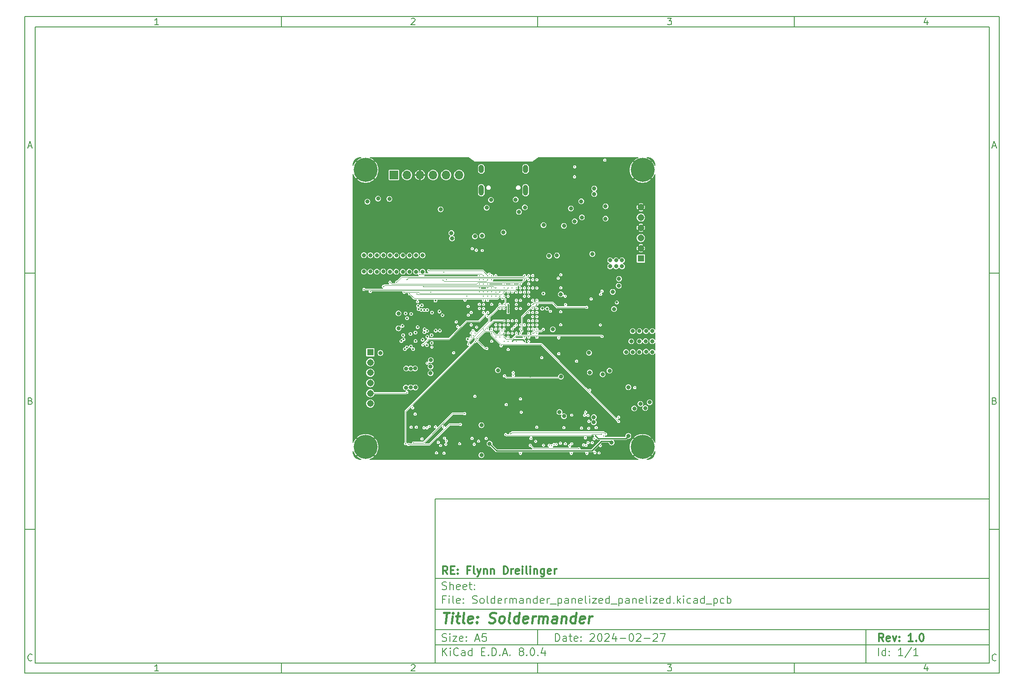
<source format=gbr>
%TF.GenerationSoftware,KiCad,Pcbnew,8.0.4*%
%TF.CreationDate,2024-07-26T00:04:38-07:00*%
%TF.ProjectId,Soldermander_panelized_panelized,536f6c64-6572-46d6-916e-6465725f7061,1.0*%
%TF.SameCoordinates,Original*%
%TF.FileFunction,Copper,L3,Inr*%
%TF.FilePolarity,Positive*%
%FSLAX46Y46*%
G04 Gerber Fmt 4.6, Leading zero omitted, Abs format (unit mm)*
G04 Created by KiCad (PCBNEW 8.0.4) date 2024-07-26 00:04:38*
%MOMM*%
%LPD*%
G01*
G04 APERTURE LIST*
%ADD10C,0.100000*%
%ADD11C,0.150000*%
%ADD12C,0.300000*%
%ADD13C,0.400000*%
%TA.AperFunction,ComponentPad*%
%ADD14C,4.700000*%
%TD*%
%TA.AperFunction,ComponentPad*%
%ADD15R,1.308000X1.308000*%
%TD*%
%TA.AperFunction,ComponentPad*%
%ADD16C,1.308000*%
%TD*%
%TA.AperFunction,ComponentPad*%
%ADD17O,1.000000X2.100000*%
%TD*%
%TA.AperFunction,ComponentPad*%
%ADD18O,1.000000X1.600000*%
%TD*%
%TA.AperFunction,ComponentPad*%
%ADD19R,1.700000X1.700000*%
%TD*%
%TA.AperFunction,ComponentPad*%
%ADD20O,1.700000X1.700000*%
%TD*%
%TA.AperFunction,ViaPad*%
%ADD21C,0.300000*%
%TD*%
%TA.AperFunction,ViaPad*%
%ADD22C,0.400000*%
%TD*%
%TA.AperFunction,ViaPad*%
%ADD23C,0.800000*%
%TD*%
%TA.AperFunction,ViaPad*%
%ADD24C,0.500000*%
%TD*%
%TA.AperFunction,ViaPad*%
%ADD25C,0.406400*%
%TD*%
%TA.AperFunction,Conductor*%
%ADD26C,0.250000*%
%TD*%
%TA.AperFunction,Conductor*%
%ADD27C,0.090000*%
%TD*%
G04 APERTURE END LIST*
D10*
D11*
X90007200Y-104005800D02*
X198007200Y-104005800D01*
X198007200Y-136005800D01*
X90007200Y-136005800D01*
X90007200Y-104005800D01*
D10*
D11*
X10000000Y-10000000D02*
X200007200Y-10000000D01*
X200007200Y-138005800D01*
X10000000Y-138005800D01*
X10000000Y-10000000D01*
D10*
D11*
X12000000Y-12000000D02*
X198007200Y-12000000D01*
X198007200Y-136005800D01*
X12000000Y-136005800D01*
X12000000Y-12000000D01*
D10*
D11*
X60000000Y-12000000D02*
X60000000Y-10000000D01*
D10*
D11*
X110000000Y-12000000D02*
X110000000Y-10000000D01*
D10*
D11*
X160000000Y-12000000D02*
X160000000Y-10000000D01*
D10*
D11*
X36089160Y-11593604D02*
X35346303Y-11593604D01*
X35717731Y-11593604D02*
X35717731Y-10293604D01*
X35717731Y-10293604D02*
X35593922Y-10479319D01*
X35593922Y-10479319D02*
X35470112Y-10603128D01*
X35470112Y-10603128D02*
X35346303Y-10665033D01*
D10*
D11*
X85346303Y-10417414D02*
X85408207Y-10355509D01*
X85408207Y-10355509D02*
X85532017Y-10293604D01*
X85532017Y-10293604D02*
X85841541Y-10293604D01*
X85841541Y-10293604D02*
X85965350Y-10355509D01*
X85965350Y-10355509D02*
X86027255Y-10417414D01*
X86027255Y-10417414D02*
X86089160Y-10541223D01*
X86089160Y-10541223D02*
X86089160Y-10665033D01*
X86089160Y-10665033D02*
X86027255Y-10850747D01*
X86027255Y-10850747D02*
X85284398Y-11593604D01*
X85284398Y-11593604D02*
X86089160Y-11593604D01*
D10*
D11*
X135284398Y-10293604D02*
X136089160Y-10293604D01*
X136089160Y-10293604D02*
X135655826Y-10788842D01*
X135655826Y-10788842D02*
X135841541Y-10788842D01*
X135841541Y-10788842D02*
X135965350Y-10850747D01*
X135965350Y-10850747D02*
X136027255Y-10912652D01*
X136027255Y-10912652D02*
X136089160Y-11036461D01*
X136089160Y-11036461D02*
X136089160Y-11345985D01*
X136089160Y-11345985D02*
X136027255Y-11469795D01*
X136027255Y-11469795D02*
X135965350Y-11531700D01*
X135965350Y-11531700D02*
X135841541Y-11593604D01*
X135841541Y-11593604D02*
X135470112Y-11593604D01*
X135470112Y-11593604D02*
X135346303Y-11531700D01*
X135346303Y-11531700D02*
X135284398Y-11469795D01*
D10*
D11*
X185965350Y-10726938D02*
X185965350Y-11593604D01*
X185655826Y-10231700D02*
X185346303Y-11160271D01*
X185346303Y-11160271D02*
X186151064Y-11160271D01*
D10*
D11*
X60000000Y-136005800D02*
X60000000Y-138005800D01*
D10*
D11*
X110000000Y-136005800D02*
X110000000Y-138005800D01*
D10*
D11*
X160000000Y-136005800D02*
X160000000Y-138005800D01*
D10*
D11*
X36089160Y-137599404D02*
X35346303Y-137599404D01*
X35717731Y-137599404D02*
X35717731Y-136299404D01*
X35717731Y-136299404D02*
X35593922Y-136485119D01*
X35593922Y-136485119D02*
X35470112Y-136608928D01*
X35470112Y-136608928D02*
X35346303Y-136670833D01*
D10*
D11*
X85346303Y-136423214D02*
X85408207Y-136361309D01*
X85408207Y-136361309D02*
X85532017Y-136299404D01*
X85532017Y-136299404D02*
X85841541Y-136299404D01*
X85841541Y-136299404D02*
X85965350Y-136361309D01*
X85965350Y-136361309D02*
X86027255Y-136423214D01*
X86027255Y-136423214D02*
X86089160Y-136547023D01*
X86089160Y-136547023D02*
X86089160Y-136670833D01*
X86089160Y-136670833D02*
X86027255Y-136856547D01*
X86027255Y-136856547D02*
X85284398Y-137599404D01*
X85284398Y-137599404D02*
X86089160Y-137599404D01*
D10*
D11*
X135284398Y-136299404D02*
X136089160Y-136299404D01*
X136089160Y-136299404D02*
X135655826Y-136794642D01*
X135655826Y-136794642D02*
X135841541Y-136794642D01*
X135841541Y-136794642D02*
X135965350Y-136856547D01*
X135965350Y-136856547D02*
X136027255Y-136918452D01*
X136027255Y-136918452D02*
X136089160Y-137042261D01*
X136089160Y-137042261D02*
X136089160Y-137351785D01*
X136089160Y-137351785D02*
X136027255Y-137475595D01*
X136027255Y-137475595D02*
X135965350Y-137537500D01*
X135965350Y-137537500D02*
X135841541Y-137599404D01*
X135841541Y-137599404D02*
X135470112Y-137599404D01*
X135470112Y-137599404D02*
X135346303Y-137537500D01*
X135346303Y-137537500D02*
X135284398Y-137475595D01*
D10*
D11*
X185965350Y-136732738D02*
X185965350Y-137599404D01*
X185655826Y-136237500D02*
X185346303Y-137166071D01*
X185346303Y-137166071D02*
X186151064Y-137166071D01*
D10*
D11*
X10000000Y-60000000D02*
X12000000Y-60000000D01*
D10*
D11*
X10000000Y-110000000D02*
X12000000Y-110000000D01*
D10*
D11*
X10690476Y-35222176D02*
X11309523Y-35222176D01*
X10566666Y-35593604D02*
X10999999Y-34293604D01*
X10999999Y-34293604D02*
X11433333Y-35593604D01*
D10*
D11*
X11092857Y-84912652D02*
X11278571Y-84974557D01*
X11278571Y-84974557D02*
X11340476Y-85036461D01*
X11340476Y-85036461D02*
X11402380Y-85160271D01*
X11402380Y-85160271D02*
X11402380Y-85345985D01*
X11402380Y-85345985D02*
X11340476Y-85469795D01*
X11340476Y-85469795D02*
X11278571Y-85531700D01*
X11278571Y-85531700D02*
X11154761Y-85593604D01*
X11154761Y-85593604D02*
X10659523Y-85593604D01*
X10659523Y-85593604D02*
X10659523Y-84293604D01*
X10659523Y-84293604D02*
X11092857Y-84293604D01*
X11092857Y-84293604D02*
X11216666Y-84355509D01*
X11216666Y-84355509D02*
X11278571Y-84417414D01*
X11278571Y-84417414D02*
X11340476Y-84541223D01*
X11340476Y-84541223D02*
X11340476Y-84665033D01*
X11340476Y-84665033D02*
X11278571Y-84788842D01*
X11278571Y-84788842D02*
X11216666Y-84850747D01*
X11216666Y-84850747D02*
X11092857Y-84912652D01*
X11092857Y-84912652D02*
X10659523Y-84912652D01*
D10*
D11*
X11402380Y-135469795D02*
X11340476Y-135531700D01*
X11340476Y-135531700D02*
X11154761Y-135593604D01*
X11154761Y-135593604D02*
X11030952Y-135593604D01*
X11030952Y-135593604D02*
X10845238Y-135531700D01*
X10845238Y-135531700D02*
X10721428Y-135407890D01*
X10721428Y-135407890D02*
X10659523Y-135284080D01*
X10659523Y-135284080D02*
X10597619Y-135036461D01*
X10597619Y-135036461D02*
X10597619Y-134850747D01*
X10597619Y-134850747D02*
X10659523Y-134603128D01*
X10659523Y-134603128D02*
X10721428Y-134479319D01*
X10721428Y-134479319D02*
X10845238Y-134355509D01*
X10845238Y-134355509D02*
X11030952Y-134293604D01*
X11030952Y-134293604D02*
X11154761Y-134293604D01*
X11154761Y-134293604D02*
X11340476Y-134355509D01*
X11340476Y-134355509D02*
X11402380Y-134417414D01*
D10*
D11*
X200007200Y-60000000D02*
X198007200Y-60000000D01*
D10*
D11*
X200007200Y-110000000D02*
X198007200Y-110000000D01*
D10*
D11*
X198697676Y-35222176D02*
X199316723Y-35222176D01*
X198573866Y-35593604D02*
X199007199Y-34293604D01*
X199007199Y-34293604D02*
X199440533Y-35593604D01*
D10*
D11*
X199100057Y-84912652D02*
X199285771Y-84974557D01*
X199285771Y-84974557D02*
X199347676Y-85036461D01*
X199347676Y-85036461D02*
X199409580Y-85160271D01*
X199409580Y-85160271D02*
X199409580Y-85345985D01*
X199409580Y-85345985D02*
X199347676Y-85469795D01*
X199347676Y-85469795D02*
X199285771Y-85531700D01*
X199285771Y-85531700D02*
X199161961Y-85593604D01*
X199161961Y-85593604D02*
X198666723Y-85593604D01*
X198666723Y-85593604D02*
X198666723Y-84293604D01*
X198666723Y-84293604D02*
X199100057Y-84293604D01*
X199100057Y-84293604D02*
X199223866Y-84355509D01*
X199223866Y-84355509D02*
X199285771Y-84417414D01*
X199285771Y-84417414D02*
X199347676Y-84541223D01*
X199347676Y-84541223D02*
X199347676Y-84665033D01*
X199347676Y-84665033D02*
X199285771Y-84788842D01*
X199285771Y-84788842D02*
X199223866Y-84850747D01*
X199223866Y-84850747D02*
X199100057Y-84912652D01*
X199100057Y-84912652D02*
X198666723Y-84912652D01*
D10*
D11*
X199409580Y-135469795D02*
X199347676Y-135531700D01*
X199347676Y-135531700D02*
X199161961Y-135593604D01*
X199161961Y-135593604D02*
X199038152Y-135593604D01*
X199038152Y-135593604D02*
X198852438Y-135531700D01*
X198852438Y-135531700D02*
X198728628Y-135407890D01*
X198728628Y-135407890D02*
X198666723Y-135284080D01*
X198666723Y-135284080D02*
X198604819Y-135036461D01*
X198604819Y-135036461D02*
X198604819Y-134850747D01*
X198604819Y-134850747D02*
X198666723Y-134603128D01*
X198666723Y-134603128D02*
X198728628Y-134479319D01*
X198728628Y-134479319D02*
X198852438Y-134355509D01*
X198852438Y-134355509D02*
X199038152Y-134293604D01*
X199038152Y-134293604D02*
X199161961Y-134293604D01*
X199161961Y-134293604D02*
X199347676Y-134355509D01*
X199347676Y-134355509D02*
X199409580Y-134417414D01*
D10*
D11*
X113463026Y-131791928D02*
X113463026Y-130291928D01*
X113463026Y-130291928D02*
X113820169Y-130291928D01*
X113820169Y-130291928D02*
X114034455Y-130363357D01*
X114034455Y-130363357D02*
X114177312Y-130506214D01*
X114177312Y-130506214D02*
X114248741Y-130649071D01*
X114248741Y-130649071D02*
X114320169Y-130934785D01*
X114320169Y-130934785D02*
X114320169Y-131149071D01*
X114320169Y-131149071D02*
X114248741Y-131434785D01*
X114248741Y-131434785D02*
X114177312Y-131577642D01*
X114177312Y-131577642D02*
X114034455Y-131720500D01*
X114034455Y-131720500D02*
X113820169Y-131791928D01*
X113820169Y-131791928D02*
X113463026Y-131791928D01*
X115605884Y-131791928D02*
X115605884Y-131006214D01*
X115605884Y-131006214D02*
X115534455Y-130863357D01*
X115534455Y-130863357D02*
X115391598Y-130791928D01*
X115391598Y-130791928D02*
X115105884Y-130791928D01*
X115105884Y-130791928D02*
X114963026Y-130863357D01*
X115605884Y-131720500D02*
X115463026Y-131791928D01*
X115463026Y-131791928D02*
X115105884Y-131791928D01*
X115105884Y-131791928D02*
X114963026Y-131720500D01*
X114963026Y-131720500D02*
X114891598Y-131577642D01*
X114891598Y-131577642D02*
X114891598Y-131434785D01*
X114891598Y-131434785D02*
X114963026Y-131291928D01*
X114963026Y-131291928D02*
X115105884Y-131220500D01*
X115105884Y-131220500D02*
X115463026Y-131220500D01*
X115463026Y-131220500D02*
X115605884Y-131149071D01*
X116105884Y-130791928D02*
X116677312Y-130791928D01*
X116320169Y-130291928D02*
X116320169Y-131577642D01*
X116320169Y-131577642D02*
X116391598Y-131720500D01*
X116391598Y-131720500D02*
X116534455Y-131791928D01*
X116534455Y-131791928D02*
X116677312Y-131791928D01*
X117748741Y-131720500D02*
X117605884Y-131791928D01*
X117605884Y-131791928D02*
X117320170Y-131791928D01*
X117320170Y-131791928D02*
X117177312Y-131720500D01*
X117177312Y-131720500D02*
X117105884Y-131577642D01*
X117105884Y-131577642D02*
X117105884Y-131006214D01*
X117105884Y-131006214D02*
X117177312Y-130863357D01*
X117177312Y-130863357D02*
X117320170Y-130791928D01*
X117320170Y-130791928D02*
X117605884Y-130791928D01*
X117605884Y-130791928D02*
X117748741Y-130863357D01*
X117748741Y-130863357D02*
X117820170Y-131006214D01*
X117820170Y-131006214D02*
X117820170Y-131149071D01*
X117820170Y-131149071D02*
X117105884Y-131291928D01*
X118463026Y-131649071D02*
X118534455Y-131720500D01*
X118534455Y-131720500D02*
X118463026Y-131791928D01*
X118463026Y-131791928D02*
X118391598Y-131720500D01*
X118391598Y-131720500D02*
X118463026Y-131649071D01*
X118463026Y-131649071D02*
X118463026Y-131791928D01*
X118463026Y-130863357D02*
X118534455Y-130934785D01*
X118534455Y-130934785D02*
X118463026Y-131006214D01*
X118463026Y-131006214D02*
X118391598Y-130934785D01*
X118391598Y-130934785D02*
X118463026Y-130863357D01*
X118463026Y-130863357D02*
X118463026Y-131006214D01*
X120248741Y-130434785D02*
X120320169Y-130363357D01*
X120320169Y-130363357D02*
X120463027Y-130291928D01*
X120463027Y-130291928D02*
X120820169Y-130291928D01*
X120820169Y-130291928D02*
X120963027Y-130363357D01*
X120963027Y-130363357D02*
X121034455Y-130434785D01*
X121034455Y-130434785D02*
X121105884Y-130577642D01*
X121105884Y-130577642D02*
X121105884Y-130720500D01*
X121105884Y-130720500D02*
X121034455Y-130934785D01*
X121034455Y-130934785D02*
X120177312Y-131791928D01*
X120177312Y-131791928D02*
X121105884Y-131791928D01*
X122034455Y-130291928D02*
X122177312Y-130291928D01*
X122177312Y-130291928D02*
X122320169Y-130363357D01*
X122320169Y-130363357D02*
X122391598Y-130434785D01*
X122391598Y-130434785D02*
X122463026Y-130577642D01*
X122463026Y-130577642D02*
X122534455Y-130863357D01*
X122534455Y-130863357D02*
X122534455Y-131220500D01*
X122534455Y-131220500D02*
X122463026Y-131506214D01*
X122463026Y-131506214D02*
X122391598Y-131649071D01*
X122391598Y-131649071D02*
X122320169Y-131720500D01*
X122320169Y-131720500D02*
X122177312Y-131791928D01*
X122177312Y-131791928D02*
X122034455Y-131791928D01*
X122034455Y-131791928D02*
X121891598Y-131720500D01*
X121891598Y-131720500D02*
X121820169Y-131649071D01*
X121820169Y-131649071D02*
X121748740Y-131506214D01*
X121748740Y-131506214D02*
X121677312Y-131220500D01*
X121677312Y-131220500D02*
X121677312Y-130863357D01*
X121677312Y-130863357D02*
X121748740Y-130577642D01*
X121748740Y-130577642D02*
X121820169Y-130434785D01*
X121820169Y-130434785D02*
X121891598Y-130363357D01*
X121891598Y-130363357D02*
X122034455Y-130291928D01*
X123105883Y-130434785D02*
X123177311Y-130363357D01*
X123177311Y-130363357D02*
X123320169Y-130291928D01*
X123320169Y-130291928D02*
X123677311Y-130291928D01*
X123677311Y-130291928D02*
X123820169Y-130363357D01*
X123820169Y-130363357D02*
X123891597Y-130434785D01*
X123891597Y-130434785D02*
X123963026Y-130577642D01*
X123963026Y-130577642D02*
X123963026Y-130720500D01*
X123963026Y-130720500D02*
X123891597Y-130934785D01*
X123891597Y-130934785D02*
X123034454Y-131791928D01*
X123034454Y-131791928D02*
X123963026Y-131791928D01*
X125248740Y-130791928D02*
X125248740Y-131791928D01*
X124891597Y-130220500D02*
X124534454Y-131291928D01*
X124534454Y-131291928D02*
X125463025Y-131291928D01*
X126034453Y-131220500D02*
X127177311Y-131220500D01*
X128177311Y-130291928D02*
X128320168Y-130291928D01*
X128320168Y-130291928D02*
X128463025Y-130363357D01*
X128463025Y-130363357D02*
X128534454Y-130434785D01*
X128534454Y-130434785D02*
X128605882Y-130577642D01*
X128605882Y-130577642D02*
X128677311Y-130863357D01*
X128677311Y-130863357D02*
X128677311Y-131220500D01*
X128677311Y-131220500D02*
X128605882Y-131506214D01*
X128605882Y-131506214D02*
X128534454Y-131649071D01*
X128534454Y-131649071D02*
X128463025Y-131720500D01*
X128463025Y-131720500D02*
X128320168Y-131791928D01*
X128320168Y-131791928D02*
X128177311Y-131791928D01*
X128177311Y-131791928D02*
X128034454Y-131720500D01*
X128034454Y-131720500D02*
X127963025Y-131649071D01*
X127963025Y-131649071D02*
X127891596Y-131506214D01*
X127891596Y-131506214D02*
X127820168Y-131220500D01*
X127820168Y-131220500D02*
X127820168Y-130863357D01*
X127820168Y-130863357D02*
X127891596Y-130577642D01*
X127891596Y-130577642D02*
X127963025Y-130434785D01*
X127963025Y-130434785D02*
X128034454Y-130363357D01*
X128034454Y-130363357D02*
X128177311Y-130291928D01*
X129248739Y-130434785D02*
X129320167Y-130363357D01*
X129320167Y-130363357D02*
X129463025Y-130291928D01*
X129463025Y-130291928D02*
X129820167Y-130291928D01*
X129820167Y-130291928D02*
X129963025Y-130363357D01*
X129963025Y-130363357D02*
X130034453Y-130434785D01*
X130034453Y-130434785D02*
X130105882Y-130577642D01*
X130105882Y-130577642D02*
X130105882Y-130720500D01*
X130105882Y-130720500D02*
X130034453Y-130934785D01*
X130034453Y-130934785D02*
X129177310Y-131791928D01*
X129177310Y-131791928D02*
X130105882Y-131791928D01*
X130748738Y-131220500D02*
X131891596Y-131220500D01*
X132534453Y-130434785D02*
X132605881Y-130363357D01*
X132605881Y-130363357D02*
X132748739Y-130291928D01*
X132748739Y-130291928D02*
X133105881Y-130291928D01*
X133105881Y-130291928D02*
X133248739Y-130363357D01*
X133248739Y-130363357D02*
X133320167Y-130434785D01*
X133320167Y-130434785D02*
X133391596Y-130577642D01*
X133391596Y-130577642D02*
X133391596Y-130720500D01*
X133391596Y-130720500D02*
X133320167Y-130934785D01*
X133320167Y-130934785D02*
X132463024Y-131791928D01*
X132463024Y-131791928D02*
X133391596Y-131791928D01*
X133891595Y-130291928D02*
X134891595Y-130291928D01*
X134891595Y-130291928D02*
X134248738Y-131791928D01*
D10*
D11*
X90007200Y-132505800D02*
X198007200Y-132505800D01*
D10*
D11*
X91463026Y-134591928D02*
X91463026Y-133091928D01*
X92320169Y-134591928D02*
X91677312Y-133734785D01*
X92320169Y-133091928D02*
X91463026Y-133949071D01*
X92963026Y-134591928D02*
X92963026Y-133591928D01*
X92963026Y-133091928D02*
X92891598Y-133163357D01*
X92891598Y-133163357D02*
X92963026Y-133234785D01*
X92963026Y-133234785D02*
X93034455Y-133163357D01*
X93034455Y-133163357D02*
X92963026Y-133091928D01*
X92963026Y-133091928D02*
X92963026Y-133234785D01*
X94534455Y-134449071D02*
X94463027Y-134520500D01*
X94463027Y-134520500D02*
X94248741Y-134591928D01*
X94248741Y-134591928D02*
X94105884Y-134591928D01*
X94105884Y-134591928D02*
X93891598Y-134520500D01*
X93891598Y-134520500D02*
X93748741Y-134377642D01*
X93748741Y-134377642D02*
X93677312Y-134234785D01*
X93677312Y-134234785D02*
X93605884Y-133949071D01*
X93605884Y-133949071D02*
X93605884Y-133734785D01*
X93605884Y-133734785D02*
X93677312Y-133449071D01*
X93677312Y-133449071D02*
X93748741Y-133306214D01*
X93748741Y-133306214D02*
X93891598Y-133163357D01*
X93891598Y-133163357D02*
X94105884Y-133091928D01*
X94105884Y-133091928D02*
X94248741Y-133091928D01*
X94248741Y-133091928D02*
X94463027Y-133163357D01*
X94463027Y-133163357D02*
X94534455Y-133234785D01*
X95820170Y-134591928D02*
X95820170Y-133806214D01*
X95820170Y-133806214D02*
X95748741Y-133663357D01*
X95748741Y-133663357D02*
X95605884Y-133591928D01*
X95605884Y-133591928D02*
X95320170Y-133591928D01*
X95320170Y-133591928D02*
X95177312Y-133663357D01*
X95820170Y-134520500D02*
X95677312Y-134591928D01*
X95677312Y-134591928D02*
X95320170Y-134591928D01*
X95320170Y-134591928D02*
X95177312Y-134520500D01*
X95177312Y-134520500D02*
X95105884Y-134377642D01*
X95105884Y-134377642D02*
X95105884Y-134234785D01*
X95105884Y-134234785D02*
X95177312Y-134091928D01*
X95177312Y-134091928D02*
X95320170Y-134020500D01*
X95320170Y-134020500D02*
X95677312Y-134020500D01*
X95677312Y-134020500D02*
X95820170Y-133949071D01*
X97177313Y-134591928D02*
X97177313Y-133091928D01*
X97177313Y-134520500D02*
X97034455Y-134591928D01*
X97034455Y-134591928D02*
X96748741Y-134591928D01*
X96748741Y-134591928D02*
X96605884Y-134520500D01*
X96605884Y-134520500D02*
X96534455Y-134449071D01*
X96534455Y-134449071D02*
X96463027Y-134306214D01*
X96463027Y-134306214D02*
X96463027Y-133877642D01*
X96463027Y-133877642D02*
X96534455Y-133734785D01*
X96534455Y-133734785D02*
X96605884Y-133663357D01*
X96605884Y-133663357D02*
X96748741Y-133591928D01*
X96748741Y-133591928D02*
X97034455Y-133591928D01*
X97034455Y-133591928D02*
X97177313Y-133663357D01*
X99034455Y-133806214D02*
X99534455Y-133806214D01*
X99748741Y-134591928D02*
X99034455Y-134591928D01*
X99034455Y-134591928D02*
X99034455Y-133091928D01*
X99034455Y-133091928D02*
X99748741Y-133091928D01*
X100391598Y-134449071D02*
X100463027Y-134520500D01*
X100463027Y-134520500D02*
X100391598Y-134591928D01*
X100391598Y-134591928D02*
X100320170Y-134520500D01*
X100320170Y-134520500D02*
X100391598Y-134449071D01*
X100391598Y-134449071D02*
X100391598Y-134591928D01*
X101105884Y-134591928D02*
X101105884Y-133091928D01*
X101105884Y-133091928D02*
X101463027Y-133091928D01*
X101463027Y-133091928D02*
X101677313Y-133163357D01*
X101677313Y-133163357D02*
X101820170Y-133306214D01*
X101820170Y-133306214D02*
X101891599Y-133449071D01*
X101891599Y-133449071D02*
X101963027Y-133734785D01*
X101963027Y-133734785D02*
X101963027Y-133949071D01*
X101963027Y-133949071D02*
X101891599Y-134234785D01*
X101891599Y-134234785D02*
X101820170Y-134377642D01*
X101820170Y-134377642D02*
X101677313Y-134520500D01*
X101677313Y-134520500D02*
X101463027Y-134591928D01*
X101463027Y-134591928D02*
X101105884Y-134591928D01*
X102605884Y-134449071D02*
X102677313Y-134520500D01*
X102677313Y-134520500D02*
X102605884Y-134591928D01*
X102605884Y-134591928D02*
X102534456Y-134520500D01*
X102534456Y-134520500D02*
X102605884Y-134449071D01*
X102605884Y-134449071D02*
X102605884Y-134591928D01*
X103248742Y-134163357D02*
X103963028Y-134163357D01*
X103105885Y-134591928D02*
X103605885Y-133091928D01*
X103605885Y-133091928D02*
X104105885Y-134591928D01*
X104605884Y-134449071D02*
X104677313Y-134520500D01*
X104677313Y-134520500D02*
X104605884Y-134591928D01*
X104605884Y-134591928D02*
X104534456Y-134520500D01*
X104534456Y-134520500D02*
X104605884Y-134449071D01*
X104605884Y-134449071D02*
X104605884Y-134591928D01*
X106677313Y-133734785D02*
X106534456Y-133663357D01*
X106534456Y-133663357D02*
X106463027Y-133591928D01*
X106463027Y-133591928D02*
X106391599Y-133449071D01*
X106391599Y-133449071D02*
X106391599Y-133377642D01*
X106391599Y-133377642D02*
X106463027Y-133234785D01*
X106463027Y-133234785D02*
X106534456Y-133163357D01*
X106534456Y-133163357D02*
X106677313Y-133091928D01*
X106677313Y-133091928D02*
X106963027Y-133091928D01*
X106963027Y-133091928D02*
X107105885Y-133163357D01*
X107105885Y-133163357D02*
X107177313Y-133234785D01*
X107177313Y-133234785D02*
X107248742Y-133377642D01*
X107248742Y-133377642D02*
X107248742Y-133449071D01*
X107248742Y-133449071D02*
X107177313Y-133591928D01*
X107177313Y-133591928D02*
X107105885Y-133663357D01*
X107105885Y-133663357D02*
X106963027Y-133734785D01*
X106963027Y-133734785D02*
X106677313Y-133734785D01*
X106677313Y-133734785D02*
X106534456Y-133806214D01*
X106534456Y-133806214D02*
X106463027Y-133877642D01*
X106463027Y-133877642D02*
X106391599Y-134020500D01*
X106391599Y-134020500D02*
X106391599Y-134306214D01*
X106391599Y-134306214D02*
X106463027Y-134449071D01*
X106463027Y-134449071D02*
X106534456Y-134520500D01*
X106534456Y-134520500D02*
X106677313Y-134591928D01*
X106677313Y-134591928D02*
X106963027Y-134591928D01*
X106963027Y-134591928D02*
X107105885Y-134520500D01*
X107105885Y-134520500D02*
X107177313Y-134449071D01*
X107177313Y-134449071D02*
X107248742Y-134306214D01*
X107248742Y-134306214D02*
X107248742Y-134020500D01*
X107248742Y-134020500D02*
X107177313Y-133877642D01*
X107177313Y-133877642D02*
X107105885Y-133806214D01*
X107105885Y-133806214D02*
X106963027Y-133734785D01*
X107891598Y-134449071D02*
X107963027Y-134520500D01*
X107963027Y-134520500D02*
X107891598Y-134591928D01*
X107891598Y-134591928D02*
X107820170Y-134520500D01*
X107820170Y-134520500D02*
X107891598Y-134449071D01*
X107891598Y-134449071D02*
X107891598Y-134591928D01*
X108891599Y-133091928D02*
X109034456Y-133091928D01*
X109034456Y-133091928D02*
X109177313Y-133163357D01*
X109177313Y-133163357D02*
X109248742Y-133234785D01*
X109248742Y-133234785D02*
X109320170Y-133377642D01*
X109320170Y-133377642D02*
X109391599Y-133663357D01*
X109391599Y-133663357D02*
X109391599Y-134020500D01*
X109391599Y-134020500D02*
X109320170Y-134306214D01*
X109320170Y-134306214D02*
X109248742Y-134449071D01*
X109248742Y-134449071D02*
X109177313Y-134520500D01*
X109177313Y-134520500D02*
X109034456Y-134591928D01*
X109034456Y-134591928D02*
X108891599Y-134591928D01*
X108891599Y-134591928D02*
X108748742Y-134520500D01*
X108748742Y-134520500D02*
X108677313Y-134449071D01*
X108677313Y-134449071D02*
X108605884Y-134306214D01*
X108605884Y-134306214D02*
X108534456Y-134020500D01*
X108534456Y-134020500D02*
X108534456Y-133663357D01*
X108534456Y-133663357D02*
X108605884Y-133377642D01*
X108605884Y-133377642D02*
X108677313Y-133234785D01*
X108677313Y-133234785D02*
X108748742Y-133163357D01*
X108748742Y-133163357D02*
X108891599Y-133091928D01*
X110034455Y-134449071D02*
X110105884Y-134520500D01*
X110105884Y-134520500D02*
X110034455Y-134591928D01*
X110034455Y-134591928D02*
X109963027Y-134520500D01*
X109963027Y-134520500D02*
X110034455Y-134449071D01*
X110034455Y-134449071D02*
X110034455Y-134591928D01*
X111391599Y-133591928D02*
X111391599Y-134591928D01*
X111034456Y-133020500D02*
X110677313Y-134091928D01*
X110677313Y-134091928D02*
X111605884Y-134091928D01*
D10*
D11*
X90007200Y-129505800D02*
X198007200Y-129505800D01*
D10*
D12*
X177418853Y-131784128D02*
X176918853Y-131069842D01*
X176561710Y-131784128D02*
X176561710Y-130284128D01*
X176561710Y-130284128D02*
X177133139Y-130284128D01*
X177133139Y-130284128D02*
X177275996Y-130355557D01*
X177275996Y-130355557D02*
X177347425Y-130426985D01*
X177347425Y-130426985D02*
X177418853Y-130569842D01*
X177418853Y-130569842D02*
X177418853Y-130784128D01*
X177418853Y-130784128D02*
X177347425Y-130926985D01*
X177347425Y-130926985D02*
X177275996Y-130998414D01*
X177275996Y-130998414D02*
X177133139Y-131069842D01*
X177133139Y-131069842D02*
X176561710Y-131069842D01*
X178633139Y-131712700D02*
X178490282Y-131784128D01*
X178490282Y-131784128D02*
X178204568Y-131784128D01*
X178204568Y-131784128D02*
X178061710Y-131712700D01*
X178061710Y-131712700D02*
X177990282Y-131569842D01*
X177990282Y-131569842D02*
X177990282Y-130998414D01*
X177990282Y-130998414D02*
X178061710Y-130855557D01*
X178061710Y-130855557D02*
X178204568Y-130784128D01*
X178204568Y-130784128D02*
X178490282Y-130784128D01*
X178490282Y-130784128D02*
X178633139Y-130855557D01*
X178633139Y-130855557D02*
X178704568Y-130998414D01*
X178704568Y-130998414D02*
X178704568Y-131141271D01*
X178704568Y-131141271D02*
X177990282Y-131284128D01*
X179204567Y-130784128D02*
X179561710Y-131784128D01*
X179561710Y-131784128D02*
X179918853Y-130784128D01*
X180490281Y-131641271D02*
X180561710Y-131712700D01*
X180561710Y-131712700D02*
X180490281Y-131784128D01*
X180490281Y-131784128D02*
X180418853Y-131712700D01*
X180418853Y-131712700D02*
X180490281Y-131641271D01*
X180490281Y-131641271D02*
X180490281Y-131784128D01*
X180490281Y-130855557D02*
X180561710Y-130926985D01*
X180561710Y-130926985D02*
X180490281Y-130998414D01*
X180490281Y-130998414D02*
X180418853Y-130926985D01*
X180418853Y-130926985D02*
X180490281Y-130855557D01*
X180490281Y-130855557D02*
X180490281Y-130998414D01*
X183133139Y-131784128D02*
X182275996Y-131784128D01*
X182704567Y-131784128D02*
X182704567Y-130284128D01*
X182704567Y-130284128D02*
X182561710Y-130498414D01*
X182561710Y-130498414D02*
X182418853Y-130641271D01*
X182418853Y-130641271D02*
X182275996Y-130712700D01*
X183775995Y-131641271D02*
X183847424Y-131712700D01*
X183847424Y-131712700D02*
X183775995Y-131784128D01*
X183775995Y-131784128D02*
X183704567Y-131712700D01*
X183704567Y-131712700D02*
X183775995Y-131641271D01*
X183775995Y-131641271D02*
X183775995Y-131784128D01*
X184775996Y-130284128D02*
X184918853Y-130284128D01*
X184918853Y-130284128D02*
X185061710Y-130355557D01*
X185061710Y-130355557D02*
X185133139Y-130426985D01*
X185133139Y-130426985D02*
X185204567Y-130569842D01*
X185204567Y-130569842D02*
X185275996Y-130855557D01*
X185275996Y-130855557D02*
X185275996Y-131212700D01*
X185275996Y-131212700D02*
X185204567Y-131498414D01*
X185204567Y-131498414D02*
X185133139Y-131641271D01*
X185133139Y-131641271D02*
X185061710Y-131712700D01*
X185061710Y-131712700D02*
X184918853Y-131784128D01*
X184918853Y-131784128D02*
X184775996Y-131784128D01*
X184775996Y-131784128D02*
X184633139Y-131712700D01*
X184633139Y-131712700D02*
X184561710Y-131641271D01*
X184561710Y-131641271D02*
X184490281Y-131498414D01*
X184490281Y-131498414D02*
X184418853Y-131212700D01*
X184418853Y-131212700D02*
X184418853Y-130855557D01*
X184418853Y-130855557D02*
X184490281Y-130569842D01*
X184490281Y-130569842D02*
X184561710Y-130426985D01*
X184561710Y-130426985D02*
X184633139Y-130355557D01*
X184633139Y-130355557D02*
X184775996Y-130284128D01*
D10*
D11*
X91391598Y-131720500D02*
X91605884Y-131791928D01*
X91605884Y-131791928D02*
X91963026Y-131791928D01*
X91963026Y-131791928D02*
X92105884Y-131720500D01*
X92105884Y-131720500D02*
X92177312Y-131649071D01*
X92177312Y-131649071D02*
X92248741Y-131506214D01*
X92248741Y-131506214D02*
X92248741Y-131363357D01*
X92248741Y-131363357D02*
X92177312Y-131220500D01*
X92177312Y-131220500D02*
X92105884Y-131149071D01*
X92105884Y-131149071D02*
X91963026Y-131077642D01*
X91963026Y-131077642D02*
X91677312Y-131006214D01*
X91677312Y-131006214D02*
X91534455Y-130934785D01*
X91534455Y-130934785D02*
X91463026Y-130863357D01*
X91463026Y-130863357D02*
X91391598Y-130720500D01*
X91391598Y-130720500D02*
X91391598Y-130577642D01*
X91391598Y-130577642D02*
X91463026Y-130434785D01*
X91463026Y-130434785D02*
X91534455Y-130363357D01*
X91534455Y-130363357D02*
X91677312Y-130291928D01*
X91677312Y-130291928D02*
X92034455Y-130291928D01*
X92034455Y-130291928D02*
X92248741Y-130363357D01*
X92891597Y-131791928D02*
X92891597Y-130791928D01*
X92891597Y-130291928D02*
X92820169Y-130363357D01*
X92820169Y-130363357D02*
X92891597Y-130434785D01*
X92891597Y-130434785D02*
X92963026Y-130363357D01*
X92963026Y-130363357D02*
X92891597Y-130291928D01*
X92891597Y-130291928D02*
X92891597Y-130434785D01*
X93463026Y-130791928D02*
X94248741Y-130791928D01*
X94248741Y-130791928D02*
X93463026Y-131791928D01*
X93463026Y-131791928D02*
X94248741Y-131791928D01*
X95391598Y-131720500D02*
X95248741Y-131791928D01*
X95248741Y-131791928D02*
X94963027Y-131791928D01*
X94963027Y-131791928D02*
X94820169Y-131720500D01*
X94820169Y-131720500D02*
X94748741Y-131577642D01*
X94748741Y-131577642D02*
X94748741Y-131006214D01*
X94748741Y-131006214D02*
X94820169Y-130863357D01*
X94820169Y-130863357D02*
X94963027Y-130791928D01*
X94963027Y-130791928D02*
X95248741Y-130791928D01*
X95248741Y-130791928D02*
X95391598Y-130863357D01*
X95391598Y-130863357D02*
X95463027Y-131006214D01*
X95463027Y-131006214D02*
X95463027Y-131149071D01*
X95463027Y-131149071D02*
X94748741Y-131291928D01*
X96105883Y-131649071D02*
X96177312Y-131720500D01*
X96177312Y-131720500D02*
X96105883Y-131791928D01*
X96105883Y-131791928D02*
X96034455Y-131720500D01*
X96034455Y-131720500D02*
X96105883Y-131649071D01*
X96105883Y-131649071D02*
X96105883Y-131791928D01*
X96105883Y-130863357D02*
X96177312Y-130934785D01*
X96177312Y-130934785D02*
X96105883Y-131006214D01*
X96105883Y-131006214D02*
X96034455Y-130934785D01*
X96034455Y-130934785D02*
X96105883Y-130863357D01*
X96105883Y-130863357D02*
X96105883Y-131006214D01*
X97891598Y-131363357D02*
X98605884Y-131363357D01*
X97748741Y-131791928D02*
X98248741Y-130291928D01*
X98248741Y-130291928D02*
X98748741Y-131791928D01*
X99963026Y-130291928D02*
X99248740Y-130291928D01*
X99248740Y-130291928D02*
X99177312Y-131006214D01*
X99177312Y-131006214D02*
X99248740Y-130934785D01*
X99248740Y-130934785D02*
X99391598Y-130863357D01*
X99391598Y-130863357D02*
X99748740Y-130863357D01*
X99748740Y-130863357D02*
X99891598Y-130934785D01*
X99891598Y-130934785D02*
X99963026Y-131006214D01*
X99963026Y-131006214D02*
X100034455Y-131149071D01*
X100034455Y-131149071D02*
X100034455Y-131506214D01*
X100034455Y-131506214D02*
X99963026Y-131649071D01*
X99963026Y-131649071D02*
X99891598Y-131720500D01*
X99891598Y-131720500D02*
X99748740Y-131791928D01*
X99748740Y-131791928D02*
X99391598Y-131791928D01*
X99391598Y-131791928D02*
X99248740Y-131720500D01*
X99248740Y-131720500D02*
X99177312Y-131649071D01*
D10*
D11*
X176463026Y-134591928D02*
X176463026Y-133091928D01*
X177820170Y-134591928D02*
X177820170Y-133091928D01*
X177820170Y-134520500D02*
X177677312Y-134591928D01*
X177677312Y-134591928D02*
X177391598Y-134591928D01*
X177391598Y-134591928D02*
X177248741Y-134520500D01*
X177248741Y-134520500D02*
X177177312Y-134449071D01*
X177177312Y-134449071D02*
X177105884Y-134306214D01*
X177105884Y-134306214D02*
X177105884Y-133877642D01*
X177105884Y-133877642D02*
X177177312Y-133734785D01*
X177177312Y-133734785D02*
X177248741Y-133663357D01*
X177248741Y-133663357D02*
X177391598Y-133591928D01*
X177391598Y-133591928D02*
X177677312Y-133591928D01*
X177677312Y-133591928D02*
X177820170Y-133663357D01*
X178534455Y-134449071D02*
X178605884Y-134520500D01*
X178605884Y-134520500D02*
X178534455Y-134591928D01*
X178534455Y-134591928D02*
X178463027Y-134520500D01*
X178463027Y-134520500D02*
X178534455Y-134449071D01*
X178534455Y-134449071D02*
X178534455Y-134591928D01*
X178534455Y-133663357D02*
X178605884Y-133734785D01*
X178605884Y-133734785D02*
X178534455Y-133806214D01*
X178534455Y-133806214D02*
X178463027Y-133734785D01*
X178463027Y-133734785D02*
X178534455Y-133663357D01*
X178534455Y-133663357D02*
X178534455Y-133806214D01*
X181177313Y-134591928D02*
X180320170Y-134591928D01*
X180748741Y-134591928D02*
X180748741Y-133091928D01*
X180748741Y-133091928D02*
X180605884Y-133306214D01*
X180605884Y-133306214D02*
X180463027Y-133449071D01*
X180463027Y-133449071D02*
X180320170Y-133520500D01*
X182891598Y-133020500D02*
X181605884Y-134949071D01*
X184177313Y-134591928D02*
X183320170Y-134591928D01*
X183748741Y-134591928D02*
X183748741Y-133091928D01*
X183748741Y-133091928D02*
X183605884Y-133306214D01*
X183605884Y-133306214D02*
X183463027Y-133449071D01*
X183463027Y-133449071D02*
X183320170Y-133520500D01*
D10*
D11*
X90007200Y-125505800D02*
X198007200Y-125505800D01*
D10*
D13*
X91698928Y-126210238D02*
X92841785Y-126210238D01*
X92020357Y-128210238D02*
X92270357Y-126210238D01*
X93258452Y-128210238D02*
X93425119Y-126876904D01*
X93508452Y-126210238D02*
X93401309Y-126305476D01*
X93401309Y-126305476D02*
X93484643Y-126400714D01*
X93484643Y-126400714D02*
X93591786Y-126305476D01*
X93591786Y-126305476D02*
X93508452Y-126210238D01*
X93508452Y-126210238D02*
X93484643Y-126400714D01*
X94091786Y-126876904D02*
X94853690Y-126876904D01*
X94460833Y-126210238D02*
X94246548Y-127924523D01*
X94246548Y-127924523D02*
X94317976Y-128115000D01*
X94317976Y-128115000D02*
X94496548Y-128210238D01*
X94496548Y-128210238D02*
X94687024Y-128210238D01*
X95639405Y-128210238D02*
X95460833Y-128115000D01*
X95460833Y-128115000D02*
X95389405Y-127924523D01*
X95389405Y-127924523D02*
X95603690Y-126210238D01*
X97175119Y-128115000D02*
X96972738Y-128210238D01*
X96972738Y-128210238D02*
X96591785Y-128210238D01*
X96591785Y-128210238D02*
X96413214Y-128115000D01*
X96413214Y-128115000D02*
X96341785Y-127924523D01*
X96341785Y-127924523D02*
X96437024Y-127162619D01*
X96437024Y-127162619D02*
X96556071Y-126972142D01*
X96556071Y-126972142D02*
X96758452Y-126876904D01*
X96758452Y-126876904D02*
X97139404Y-126876904D01*
X97139404Y-126876904D02*
X97317976Y-126972142D01*
X97317976Y-126972142D02*
X97389404Y-127162619D01*
X97389404Y-127162619D02*
X97365595Y-127353095D01*
X97365595Y-127353095D02*
X96389404Y-127543571D01*
X98139405Y-128019761D02*
X98222738Y-128115000D01*
X98222738Y-128115000D02*
X98115595Y-128210238D01*
X98115595Y-128210238D02*
X98032262Y-128115000D01*
X98032262Y-128115000D02*
X98139405Y-128019761D01*
X98139405Y-128019761D02*
X98115595Y-128210238D01*
X98270357Y-126972142D02*
X98353690Y-127067380D01*
X98353690Y-127067380D02*
X98246548Y-127162619D01*
X98246548Y-127162619D02*
X98163214Y-127067380D01*
X98163214Y-127067380D02*
X98270357Y-126972142D01*
X98270357Y-126972142D02*
X98246548Y-127162619D01*
X100508453Y-128115000D02*
X100782262Y-128210238D01*
X100782262Y-128210238D02*
X101258453Y-128210238D01*
X101258453Y-128210238D02*
X101460834Y-128115000D01*
X101460834Y-128115000D02*
X101567977Y-128019761D01*
X101567977Y-128019761D02*
X101687024Y-127829285D01*
X101687024Y-127829285D02*
X101710834Y-127638809D01*
X101710834Y-127638809D02*
X101639405Y-127448333D01*
X101639405Y-127448333D02*
X101556072Y-127353095D01*
X101556072Y-127353095D02*
X101377501Y-127257857D01*
X101377501Y-127257857D02*
X101008453Y-127162619D01*
X101008453Y-127162619D02*
X100829881Y-127067380D01*
X100829881Y-127067380D02*
X100746548Y-126972142D01*
X100746548Y-126972142D02*
X100675120Y-126781666D01*
X100675120Y-126781666D02*
X100698929Y-126591190D01*
X100698929Y-126591190D02*
X100817977Y-126400714D01*
X100817977Y-126400714D02*
X100925120Y-126305476D01*
X100925120Y-126305476D02*
X101127501Y-126210238D01*
X101127501Y-126210238D02*
X101603691Y-126210238D01*
X101603691Y-126210238D02*
X101877501Y-126305476D01*
X102782263Y-128210238D02*
X102603691Y-128115000D01*
X102603691Y-128115000D02*
X102520358Y-128019761D01*
X102520358Y-128019761D02*
X102448929Y-127829285D01*
X102448929Y-127829285D02*
X102520358Y-127257857D01*
X102520358Y-127257857D02*
X102639405Y-127067380D01*
X102639405Y-127067380D02*
X102746548Y-126972142D01*
X102746548Y-126972142D02*
X102948929Y-126876904D01*
X102948929Y-126876904D02*
X103234643Y-126876904D01*
X103234643Y-126876904D02*
X103413215Y-126972142D01*
X103413215Y-126972142D02*
X103496548Y-127067380D01*
X103496548Y-127067380D02*
X103567977Y-127257857D01*
X103567977Y-127257857D02*
X103496548Y-127829285D01*
X103496548Y-127829285D02*
X103377501Y-128019761D01*
X103377501Y-128019761D02*
X103270358Y-128115000D01*
X103270358Y-128115000D02*
X103067977Y-128210238D01*
X103067977Y-128210238D02*
X102782263Y-128210238D01*
X104591787Y-128210238D02*
X104413215Y-128115000D01*
X104413215Y-128115000D02*
X104341787Y-127924523D01*
X104341787Y-127924523D02*
X104556072Y-126210238D01*
X106210834Y-128210238D02*
X106460834Y-126210238D01*
X106222739Y-128115000D02*
X106020358Y-128210238D01*
X106020358Y-128210238D02*
X105639406Y-128210238D01*
X105639406Y-128210238D02*
X105460834Y-128115000D01*
X105460834Y-128115000D02*
X105377501Y-128019761D01*
X105377501Y-128019761D02*
X105306072Y-127829285D01*
X105306072Y-127829285D02*
X105377501Y-127257857D01*
X105377501Y-127257857D02*
X105496548Y-127067380D01*
X105496548Y-127067380D02*
X105603691Y-126972142D01*
X105603691Y-126972142D02*
X105806072Y-126876904D01*
X105806072Y-126876904D02*
X106187025Y-126876904D01*
X106187025Y-126876904D02*
X106365596Y-126972142D01*
X107937025Y-128115000D02*
X107734644Y-128210238D01*
X107734644Y-128210238D02*
X107353691Y-128210238D01*
X107353691Y-128210238D02*
X107175120Y-128115000D01*
X107175120Y-128115000D02*
X107103691Y-127924523D01*
X107103691Y-127924523D02*
X107198930Y-127162619D01*
X107198930Y-127162619D02*
X107317977Y-126972142D01*
X107317977Y-126972142D02*
X107520358Y-126876904D01*
X107520358Y-126876904D02*
X107901310Y-126876904D01*
X107901310Y-126876904D02*
X108079882Y-126972142D01*
X108079882Y-126972142D02*
X108151310Y-127162619D01*
X108151310Y-127162619D02*
X108127501Y-127353095D01*
X108127501Y-127353095D02*
X107151310Y-127543571D01*
X108877501Y-128210238D02*
X109044168Y-126876904D01*
X108996549Y-127257857D02*
X109115596Y-127067380D01*
X109115596Y-127067380D02*
X109222739Y-126972142D01*
X109222739Y-126972142D02*
X109425120Y-126876904D01*
X109425120Y-126876904D02*
X109615596Y-126876904D01*
X110115596Y-128210238D02*
X110282263Y-126876904D01*
X110258453Y-127067380D02*
X110365596Y-126972142D01*
X110365596Y-126972142D02*
X110567977Y-126876904D01*
X110567977Y-126876904D02*
X110853691Y-126876904D01*
X110853691Y-126876904D02*
X111032263Y-126972142D01*
X111032263Y-126972142D02*
X111103691Y-127162619D01*
X111103691Y-127162619D02*
X110972739Y-128210238D01*
X111103691Y-127162619D02*
X111222739Y-126972142D01*
X111222739Y-126972142D02*
X111425120Y-126876904D01*
X111425120Y-126876904D02*
X111710834Y-126876904D01*
X111710834Y-126876904D02*
X111889406Y-126972142D01*
X111889406Y-126972142D02*
X111960834Y-127162619D01*
X111960834Y-127162619D02*
X111829882Y-128210238D01*
X113639406Y-128210238D02*
X113770358Y-127162619D01*
X113770358Y-127162619D02*
X113698930Y-126972142D01*
X113698930Y-126972142D02*
X113520358Y-126876904D01*
X113520358Y-126876904D02*
X113139406Y-126876904D01*
X113139406Y-126876904D02*
X112937025Y-126972142D01*
X113651311Y-128115000D02*
X113448930Y-128210238D01*
X113448930Y-128210238D02*
X112972739Y-128210238D01*
X112972739Y-128210238D02*
X112794168Y-128115000D01*
X112794168Y-128115000D02*
X112722739Y-127924523D01*
X112722739Y-127924523D02*
X112746549Y-127734047D01*
X112746549Y-127734047D02*
X112865597Y-127543571D01*
X112865597Y-127543571D02*
X113067978Y-127448333D01*
X113067978Y-127448333D02*
X113544168Y-127448333D01*
X113544168Y-127448333D02*
X113746549Y-127353095D01*
X114758454Y-126876904D02*
X114591787Y-128210238D01*
X114734644Y-127067380D02*
X114841787Y-126972142D01*
X114841787Y-126972142D02*
X115044168Y-126876904D01*
X115044168Y-126876904D02*
X115329882Y-126876904D01*
X115329882Y-126876904D02*
X115508454Y-126972142D01*
X115508454Y-126972142D02*
X115579882Y-127162619D01*
X115579882Y-127162619D02*
X115448930Y-128210238D01*
X117258454Y-128210238D02*
X117508454Y-126210238D01*
X117270359Y-128115000D02*
X117067978Y-128210238D01*
X117067978Y-128210238D02*
X116687026Y-128210238D01*
X116687026Y-128210238D02*
X116508454Y-128115000D01*
X116508454Y-128115000D02*
X116425121Y-128019761D01*
X116425121Y-128019761D02*
X116353692Y-127829285D01*
X116353692Y-127829285D02*
X116425121Y-127257857D01*
X116425121Y-127257857D02*
X116544168Y-127067380D01*
X116544168Y-127067380D02*
X116651311Y-126972142D01*
X116651311Y-126972142D02*
X116853692Y-126876904D01*
X116853692Y-126876904D02*
X117234645Y-126876904D01*
X117234645Y-126876904D02*
X117413216Y-126972142D01*
X118984645Y-128115000D02*
X118782264Y-128210238D01*
X118782264Y-128210238D02*
X118401311Y-128210238D01*
X118401311Y-128210238D02*
X118222740Y-128115000D01*
X118222740Y-128115000D02*
X118151311Y-127924523D01*
X118151311Y-127924523D02*
X118246550Y-127162619D01*
X118246550Y-127162619D02*
X118365597Y-126972142D01*
X118365597Y-126972142D02*
X118567978Y-126876904D01*
X118567978Y-126876904D02*
X118948930Y-126876904D01*
X118948930Y-126876904D02*
X119127502Y-126972142D01*
X119127502Y-126972142D02*
X119198930Y-127162619D01*
X119198930Y-127162619D02*
X119175121Y-127353095D01*
X119175121Y-127353095D02*
X118198930Y-127543571D01*
X119925121Y-128210238D02*
X120091788Y-126876904D01*
X120044169Y-127257857D02*
X120163216Y-127067380D01*
X120163216Y-127067380D02*
X120270359Y-126972142D01*
X120270359Y-126972142D02*
X120472740Y-126876904D01*
X120472740Y-126876904D02*
X120663216Y-126876904D01*
D10*
D11*
X91963026Y-123606214D02*
X91463026Y-123606214D01*
X91463026Y-124391928D02*
X91463026Y-122891928D01*
X91463026Y-122891928D02*
X92177312Y-122891928D01*
X92748740Y-124391928D02*
X92748740Y-123391928D01*
X92748740Y-122891928D02*
X92677312Y-122963357D01*
X92677312Y-122963357D02*
X92748740Y-123034785D01*
X92748740Y-123034785D02*
X92820169Y-122963357D01*
X92820169Y-122963357D02*
X92748740Y-122891928D01*
X92748740Y-122891928D02*
X92748740Y-123034785D01*
X93677312Y-124391928D02*
X93534455Y-124320500D01*
X93534455Y-124320500D02*
X93463026Y-124177642D01*
X93463026Y-124177642D02*
X93463026Y-122891928D01*
X94820169Y-124320500D02*
X94677312Y-124391928D01*
X94677312Y-124391928D02*
X94391598Y-124391928D01*
X94391598Y-124391928D02*
X94248740Y-124320500D01*
X94248740Y-124320500D02*
X94177312Y-124177642D01*
X94177312Y-124177642D02*
X94177312Y-123606214D01*
X94177312Y-123606214D02*
X94248740Y-123463357D01*
X94248740Y-123463357D02*
X94391598Y-123391928D01*
X94391598Y-123391928D02*
X94677312Y-123391928D01*
X94677312Y-123391928D02*
X94820169Y-123463357D01*
X94820169Y-123463357D02*
X94891598Y-123606214D01*
X94891598Y-123606214D02*
X94891598Y-123749071D01*
X94891598Y-123749071D02*
X94177312Y-123891928D01*
X95534454Y-124249071D02*
X95605883Y-124320500D01*
X95605883Y-124320500D02*
X95534454Y-124391928D01*
X95534454Y-124391928D02*
X95463026Y-124320500D01*
X95463026Y-124320500D02*
X95534454Y-124249071D01*
X95534454Y-124249071D02*
X95534454Y-124391928D01*
X95534454Y-123463357D02*
X95605883Y-123534785D01*
X95605883Y-123534785D02*
X95534454Y-123606214D01*
X95534454Y-123606214D02*
X95463026Y-123534785D01*
X95463026Y-123534785D02*
X95534454Y-123463357D01*
X95534454Y-123463357D02*
X95534454Y-123606214D01*
X97320169Y-124320500D02*
X97534455Y-124391928D01*
X97534455Y-124391928D02*
X97891597Y-124391928D01*
X97891597Y-124391928D02*
X98034455Y-124320500D01*
X98034455Y-124320500D02*
X98105883Y-124249071D01*
X98105883Y-124249071D02*
X98177312Y-124106214D01*
X98177312Y-124106214D02*
X98177312Y-123963357D01*
X98177312Y-123963357D02*
X98105883Y-123820500D01*
X98105883Y-123820500D02*
X98034455Y-123749071D01*
X98034455Y-123749071D02*
X97891597Y-123677642D01*
X97891597Y-123677642D02*
X97605883Y-123606214D01*
X97605883Y-123606214D02*
X97463026Y-123534785D01*
X97463026Y-123534785D02*
X97391597Y-123463357D01*
X97391597Y-123463357D02*
X97320169Y-123320500D01*
X97320169Y-123320500D02*
X97320169Y-123177642D01*
X97320169Y-123177642D02*
X97391597Y-123034785D01*
X97391597Y-123034785D02*
X97463026Y-122963357D01*
X97463026Y-122963357D02*
X97605883Y-122891928D01*
X97605883Y-122891928D02*
X97963026Y-122891928D01*
X97963026Y-122891928D02*
X98177312Y-122963357D01*
X99034454Y-124391928D02*
X98891597Y-124320500D01*
X98891597Y-124320500D02*
X98820168Y-124249071D01*
X98820168Y-124249071D02*
X98748740Y-124106214D01*
X98748740Y-124106214D02*
X98748740Y-123677642D01*
X98748740Y-123677642D02*
X98820168Y-123534785D01*
X98820168Y-123534785D02*
X98891597Y-123463357D01*
X98891597Y-123463357D02*
X99034454Y-123391928D01*
X99034454Y-123391928D02*
X99248740Y-123391928D01*
X99248740Y-123391928D02*
X99391597Y-123463357D01*
X99391597Y-123463357D02*
X99463026Y-123534785D01*
X99463026Y-123534785D02*
X99534454Y-123677642D01*
X99534454Y-123677642D02*
X99534454Y-124106214D01*
X99534454Y-124106214D02*
X99463026Y-124249071D01*
X99463026Y-124249071D02*
X99391597Y-124320500D01*
X99391597Y-124320500D02*
X99248740Y-124391928D01*
X99248740Y-124391928D02*
X99034454Y-124391928D01*
X100391597Y-124391928D02*
X100248740Y-124320500D01*
X100248740Y-124320500D02*
X100177311Y-124177642D01*
X100177311Y-124177642D02*
X100177311Y-122891928D01*
X101605883Y-124391928D02*
X101605883Y-122891928D01*
X101605883Y-124320500D02*
X101463025Y-124391928D01*
X101463025Y-124391928D02*
X101177311Y-124391928D01*
X101177311Y-124391928D02*
X101034454Y-124320500D01*
X101034454Y-124320500D02*
X100963025Y-124249071D01*
X100963025Y-124249071D02*
X100891597Y-124106214D01*
X100891597Y-124106214D02*
X100891597Y-123677642D01*
X100891597Y-123677642D02*
X100963025Y-123534785D01*
X100963025Y-123534785D02*
X101034454Y-123463357D01*
X101034454Y-123463357D02*
X101177311Y-123391928D01*
X101177311Y-123391928D02*
X101463025Y-123391928D01*
X101463025Y-123391928D02*
X101605883Y-123463357D01*
X102891597Y-124320500D02*
X102748740Y-124391928D01*
X102748740Y-124391928D02*
X102463026Y-124391928D01*
X102463026Y-124391928D02*
X102320168Y-124320500D01*
X102320168Y-124320500D02*
X102248740Y-124177642D01*
X102248740Y-124177642D02*
X102248740Y-123606214D01*
X102248740Y-123606214D02*
X102320168Y-123463357D01*
X102320168Y-123463357D02*
X102463026Y-123391928D01*
X102463026Y-123391928D02*
X102748740Y-123391928D01*
X102748740Y-123391928D02*
X102891597Y-123463357D01*
X102891597Y-123463357D02*
X102963026Y-123606214D01*
X102963026Y-123606214D02*
X102963026Y-123749071D01*
X102963026Y-123749071D02*
X102248740Y-123891928D01*
X103605882Y-124391928D02*
X103605882Y-123391928D01*
X103605882Y-123677642D02*
X103677311Y-123534785D01*
X103677311Y-123534785D02*
X103748740Y-123463357D01*
X103748740Y-123463357D02*
X103891597Y-123391928D01*
X103891597Y-123391928D02*
X104034454Y-123391928D01*
X104534453Y-124391928D02*
X104534453Y-123391928D01*
X104534453Y-123534785D02*
X104605882Y-123463357D01*
X104605882Y-123463357D02*
X104748739Y-123391928D01*
X104748739Y-123391928D02*
X104963025Y-123391928D01*
X104963025Y-123391928D02*
X105105882Y-123463357D01*
X105105882Y-123463357D02*
X105177311Y-123606214D01*
X105177311Y-123606214D02*
X105177311Y-124391928D01*
X105177311Y-123606214D02*
X105248739Y-123463357D01*
X105248739Y-123463357D02*
X105391596Y-123391928D01*
X105391596Y-123391928D02*
X105605882Y-123391928D01*
X105605882Y-123391928D02*
X105748739Y-123463357D01*
X105748739Y-123463357D02*
X105820168Y-123606214D01*
X105820168Y-123606214D02*
X105820168Y-124391928D01*
X107177311Y-124391928D02*
X107177311Y-123606214D01*
X107177311Y-123606214D02*
X107105882Y-123463357D01*
X107105882Y-123463357D02*
X106963025Y-123391928D01*
X106963025Y-123391928D02*
X106677311Y-123391928D01*
X106677311Y-123391928D02*
X106534453Y-123463357D01*
X107177311Y-124320500D02*
X107034453Y-124391928D01*
X107034453Y-124391928D02*
X106677311Y-124391928D01*
X106677311Y-124391928D02*
X106534453Y-124320500D01*
X106534453Y-124320500D02*
X106463025Y-124177642D01*
X106463025Y-124177642D02*
X106463025Y-124034785D01*
X106463025Y-124034785D02*
X106534453Y-123891928D01*
X106534453Y-123891928D02*
X106677311Y-123820500D01*
X106677311Y-123820500D02*
X107034453Y-123820500D01*
X107034453Y-123820500D02*
X107177311Y-123749071D01*
X107891596Y-123391928D02*
X107891596Y-124391928D01*
X107891596Y-123534785D02*
X107963025Y-123463357D01*
X107963025Y-123463357D02*
X108105882Y-123391928D01*
X108105882Y-123391928D02*
X108320168Y-123391928D01*
X108320168Y-123391928D02*
X108463025Y-123463357D01*
X108463025Y-123463357D02*
X108534454Y-123606214D01*
X108534454Y-123606214D02*
X108534454Y-124391928D01*
X109891597Y-124391928D02*
X109891597Y-122891928D01*
X109891597Y-124320500D02*
X109748739Y-124391928D01*
X109748739Y-124391928D02*
X109463025Y-124391928D01*
X109463025Y-124391928D02*
X109320168Y-124320500D01*
X109320168Y-124320500D02*
X109248739Y-124249071D01*
X109248739Y-124249071D02*
X109177311Y-124106214D01*
X109177311Y-124106214D02*
X109177311Y-123677642D01*
X109177311Y-123677642D02*
X109248739Y-123534785D01*
X109248739Y-123534785D02*
X109320168Y-123463357D01*
X109320168Y-123463357D02*
X109463025Y-123391928D01*
X109463025Y-123391928D02*
X109748739Y-123391928D01*
X109748739Y-123391928D02*
X109891597Y-123463357D01*
X111177311Y-124320500D02*
X111034454Y-124391928D01*
X111034454Y-124391928D02*
X110748740Y-124391928D01*
X110748740Y-124391928D02*
X110605882Y-124320500D01*
X110605882Y-124320500D02*
X110534454Y-124177642D01*
X110534454Y-124177642D02*
X110534454Y-123606214D01*
X110534454Y-123606214D02*
X110605882Y-123463357D01*
X110605882Y-123463357D02*
X110748740Y-123391928D01*
X110748740Y-123391928D02*
X111034454Y-123391928D01*
X111034454Y-123391928D02*
X111177311Y-123463357D01*
X111177311Y-123463357D02*
X111248740Y-123606214D01*
X111248740Y-123606214D02*
X111248740Y-123749071D01*
X111248740Y-123749071D02*
X110534454Y-123891928D01*
X111891596Y-124391928D02*
X111891596Y-123391928D01*
X111891596Y-123677642D02*
X111963025Y-123534785D01*
X111963025Y-123534785D02*
X112034454Y-123463357D01*
X112034454Y-123463357D02*
X112177311Y-123391928D01*
X112177311Y-123391928D02*
X112320168Y-123391928D01*
X112463025Y-124534785D02*
X113605882Y-124534785D01*
X113963024Y-123391928D02*
X113963024Y-124891928D01*
X113963024Y-123463357D02*
X114105882Y-123391928D01*
X114105882Y-123391928D02*
X114391596Y-123391928D01*
X114391596Y-123391928D02*
X114534453Y-123463357D01*
X114534453Y-123463357D02*
X114605882Y-123534785D01*
X114605882Y-123534785D02*
X114677310Y-123677642D01*
X114677310Y-123677642D02*
X114677310Y-124106214D01*
X114677310Y-124106214D02*
X114605882Y-124249071D01*
X114605882Y-124249071D02*
X114534453Y-124320500D01*
X114534453Y-124320500D02*
X114391596Y-124391928D01*
X114391596Y-124391928D02*
X114105882Y-124391928D01*
X114105882Y-124391928D02*
X113963024Y-124320500D01*
X115963025Y-124391928D02*
X115963025Y-123606214D01*
X115963025Y-123606214D02*
X115891596Y-123463357D01*
X115891596Y-123463357D02*
X115748739Y-123391928D01*
X115748739Y-123391928D02*
X115463025Y-123391928D01*
X115463025Y-123391928D02*
X115320167Y-123463357D01*
X115963025Y-124320500D02*
X115820167Y-124391928D01*
X115820167Y-124391928D02*
X115463025Y-124391928D01*
X115463025Y-124391928D02*
X115320167Y-124320500D01*
X115320167Y-124320500D02*
X115248739Y-124177642D01*
X115248739Y-124177642D02*
X115248739Y-124034785D01*
X115248739Y-124034785D02*
X115320167Y-123891928D01*
X115320167Y-123891928D02*
X115463025Y-123820500D01*
X115463025Y-123820500D02*
X115820167Y-123820500D01*
X115820167Y-123820500D02*
X115963025Y-123749071D01*
X116677310Y-123391928D02*
X116677310Y-124391928D01*
X116677310Y-123534785D02*
X116748739Y-123463357D01*
X116748739Y-123463357D02*
X116891596Y-123391928D01*
X116891596Y-123391928D02*
X117105882Y-123391928D01*
X117105882Y-123391928D02*
X117248739Y-123463357D01*
X117248739Y-123463357D02*
X117320168Y-123606214D01*
X117320168Y-123606214D02*
X117320168Y-124391928D01*
X118605882Y-124320500D02*
X118463025Y-124391928D01*
X118463025Y-124391928D02*
X118177311Y-124391928D01*
X118177311Y-124391928D02*
X118034453Y-124320500D01*
X118034453Y-124320500D02*
X117963025Y-124177642D01*
X117963025Y-124177642D02*
X117963025Y-123606214D01*
X117963025Y-123606214D02*
X118034453Y-123463357D01*
X118034453Y-123463357D02*
X118177311Y-123391928D01*
X118177311Y-123391928D02*
X118463025Y-123391928D01*
X118463025Y-123391928D02*
X118605882Y-123463357D01*
X118605882Y-123463357D02*
X118677311Y-123606214D01*
X118677311Y-123606214D02*
X118677311Y-123749071D01*
X118677311Y-123749071D02*
X117963025Y-123891928D01*
X119534453Y-124391928D02*
X119391596Y-124320500D01*
X119391596Y-124320500D02*
X119320167Y-124177642D01*
X119320167Y-124177642D02*
X119320167Y-122891928D01*
X120105881Y-124391928D02*
X120105881Y-123391928D01*
X120105881Y-122891928D02*
X120034453Y-122963357D01*
X120034453Y-122963357D02*
X120105881Y-123034785D01*
X120105881Y-123034785D02*
X120177310Y-122963357D01*
X120177310Y-122963357D02*
X120105881Y-122891928D01*
X120105881Y-122891928D02*
X120105881Y-123034785D01*
X120677310Y-123391928D02*
X121463025Y-123391928D01*
X121463025Y-123391928D02*
X120677310Y-124391928D01*
X120677310Y-124391928D02*
X121463025Y-124391928D01*
X122605882Y-124320500D02*
X122463025Y-124391928D01*
X122463025Y-124391928D02*
X122177311Y-124391928D01*
X122177311Y-124391928D02*
X122034453Y-124320500D01*
X122034453Y-124320500D02*
X121963025Y-124177642D01*
X121963025Y-124177642D02*
X121963025Y-123606214D01*
X121963025Y-123606214D02*
X122034453Y-123463357D01*
X122034453Y-123463357D02*
X122177311Y-123391928D01*
X122177311Y-123391928D02*
X122463025Y-123391928D01*
X122463025Y-123391928D02*
X122605882Y-123463357D01*
X122605882Y-123463357D02*
X122677311Y-123606214D01*
X122677311Y-123606214D02*
X122677311Y-123749071D01*
X122677311Y-123749071D02*
X121963025Y-123891928D01*
X123963025Y-124391928D02*
X123963025Y-122891928D01*
X123963025Y-124320500D02*
X123820167Y-124391928D01*
X123820167Y-124391928D02*
X123534453Y-124391928D01*
X123534453Y-124391928D02*
X123391596Y-124320500D01*
X123391596Y-124320500D02*
X123320167Y-124249071D01*
X123320167Y-124249071D02*
X123248739Y-124106214D01*
X123248739Y-124106214D02*
X123248739Y-123677642D01*
X123248739Y-123677642D02*
X123320167Y-123534785D01*
X123320167Y-123534785D02*
X123391596Y-123463357D01*
X123391596Y-123463357D02*
X123534453Y-123391928D01*
X123534453Y-123391928D02*
X123820167Y-123391928D01*
X123820167Y-123391928D02*
X123963025Y-123463357D01*
X124320168Y-124534785D02*
X125463025Y-124534785D01*
X125820167Y-123391928D02*
X125820167Y-124891928D01*
X125820167Y-123463357D02*
X125963025Y-123391928D01*
X125963025Y-123391928D02*
X126248739Y-123391928D01*
X126248739Y-123391928D02*
X126391596Y-123463357D01*
X126391596Y-123463357D02*
X126463025Y-123534785D01*
X126463025Y-123534785D02*
X126534453Y-123677642D01*
X126534453Y-123677642D02*
X126534453Y-124106214D01*
X126534453Y-124106214D02*
X126463025Y-124249071D01*
X126463025Y-124249071D02*
X126391596Y-124320500D01*
X126391596Y-124320500D02*
X126248739Y-124391928D01*
X126248739Y-124391928D02*
X125963025Y-124391928D01*
X125963025Y-124391928D02*
X125820167Y-124320500D01*
X127820168Y-124391928D02*
X127820168Y-123606214D01*
X127820168Y-123606214D02*
X127748739Y-123463357D01*
X127748739Y-123463357D02*
X127605882Y-123391928D01*
X127605882Y-123391928D02*
X127320168Y-123391928D01*
X127320168Y-123391928D02*
X127177310Y-123463357D01*
X127820168Y-124320500D02*
X127677310Y-124391928D01*
X127677310Y-124391928D02*
X127320168Y-124391928D01*
X127320168Y-124391928D02*
X127177310Y-124320500D01*
X127177310Y-124320500D02*
X127105882Y-124177642D01*
X127105882Y-124177642D02*
X127105882Y-124034785D01*
X127105882Y-124034785D02*
X127177310Y-123891928D01*
X127177310Y-123891928D02*
X127320168Y-123820500D01*
X127320168Y-123820500D02*
X127677310Y-123820500D01*
X127677310Y-123820500D02*
X127820168Y-123749071D01*
X128534453Y-123391928D02*
X128534453Y-124391928D01*
X128534453Y-123534785D02*
X128605882Y-123463357D01*
X128605882Y-123463357D02*
X128748739Y-123391928D01*
X128748739Y-123391928D02*
X128963025Y-123391928D01*
X128963025Y-123391928D02*
X129105882Y-123463357D01*
X129105882Y-123463357D02*
X129177311Y-123606214D01*
X129177311Y-123606214D02*
X129177311Y-124391928D01*
X130463025Y-124320500D02*
X130320168Y-124391928D01*
X130320168Y-124391928D02*
X130034454Y-124391928D01*
X130034454Y-124391928D02*
X129891596Y-124320500D01*
X129891596Y-124320500D02*
X129820168Y-124177642D01*
X129820168Y-124177642D02*
X129820168Y-123606214D01*
X129820168Y-123606214D02*
X129891596Y-123463357D01*
X129891596Y-123463357D02*
X130034454Y-123391928D01*
X130034454Y-123391928D02*
X130320168Y-123391928D01*
X130320168Y-123391928D02*
X130463025Y-123463357D01*
X130463025Y-123463357D02*
X130534454Y-123606214D01*
X130534454Y-123606214D02*
X130534454Y-123749071D01*
X130534454Y-123749071D02*
X129820168Y-123891928D01*
X131391596Y-124391928D02*
X131248739Y-124320500D01*
X131248739Y-124320500D02*
X131177310Y-124177642D01*
X131177310Y-124177642D02*
X131177310Y-122891928D01*
X131963024Y-124391928D02*
X131963024Y-123391928D01*
X131963024Y-122891928D02*
X131891596Y-122963357D01*
X131891596Y-122963357D02*
X131963024Y-123034785D01*
X131963024Y-123034785D02*
X132034453Y-122963357D01*
X132034453Y-122963357D02*
X131963024Y-122891928D01*
X131963024Y-122891928D02*
X131963024Y-123034785D01*
X132534453Y-123391928D02*
X133320168Y-123391928D01*
X133320168Y-123391928D02*
X132534453Y-124391928D01*
X132534453Y-124391928D02*
X133320168Y-124391928D01*
X134463025Y-124320500D02*
X134320168Y-124391928D01*
X134320168Y-124391928D02*
X134034454Y-124391928D01*
X134034454Y-124391928D02*
X133891596Y-124320500D01*
X133891596Y-124320500D02*
X133820168Y-124177642D01*
X133820168Y-124177642D02*
X133820168Y-123606214D01*
X133820168Y-123606214D02*
X133891596Y-123463357D01*
X133891596Y-123463357D02*
X134034454Y-123391928D01*
X134034454Y-123391928D02*
X134320168Y-123391928D01*
X134320168Y-123391928D02*
X134463025Y-123463357D01*
X134463025Y-123463357D02*
X134534454Y-123606214D01*
X134534454Y-123606214D02*
X134534454Y-123749071D01*
X134534454Y-123749071D02*
X133820168Y-123891928D01*
X135820168Y-124391928D02*
X135820168Y-122891928D01*
X135820168Y-124320500D02*
X135677310Y-124391928D01*
X135677310Y-124391928D02*
X135391596Y-124391928D01*
X135391596Y-124391928D02*
X135248739Y-124320500D01*
X135248739Y-124320500D02*
X135177310Y-124249071D01*
X135177310Y-124249071D02*
X135105882Y-124106214D01*
X135105882Y-124106214D02*
X135105882Y-123677642D01*
X135105882Y-123677642D02*
X135177310Y-123534785D01*
X135177310Y-123534785D02*
X135248739Y-123463357D01*
X135248739Y-123463357D02*
X135391596Y-123391928D01*
X135391596Y-123391928D02*
X135677310Y-123391928D01*
X135677310Y-123391928D02*
X135820168Y-123463357D01*
X136534453Y-124249071D02*
X136605882Y-124320500D01*
X136605882Y-124320500D02*
X136534453Y-124391928D01*
X136534453Y-124391928D02*
X136463025Y-124320500D01*
X136463025Y-124320500D02*
X136534453Y-124249071D01*
X136534453Y-124249071D02*
X136534453Y-124391928D01*
X137248739Y-124391928D02*
X137248739Y-122891928D01*
X137391597Y-123820500D02*
X137820168Y-124391928D01*
X137820168Y-123391928D02*
X137248739Y-123963357D01*
X138463025Y-124391928D02*
X138463025Y-123391928D01*
X138463025Y-122891928D02*
X138391597Y-122963357D01*
X138391597Y-122963357D02*
X138463025Y-123034785D01*
X138463025Y-123034785D02*
X138534454Y-122963357D01*
X138534454Y-122963357D02*
X138463025Y-122891928D01*
X138463025Y-122891928D02*
X138463025Y-123034785D01*
X139820169Y-124320500D02*
X139677311Y-124391928D01*
X139677311Y-124391928D02*
X139391597Y-124391928D01*
X139391597Y-124391928D02*
X139248740Y-124320500D01*
X139248740Y-124320500D02*
X139177311Y-124249071D01*
X139177311Y-124249071D02*
X139105883Y-124106214D01*
X139105883Y-124106214D02*
X139105883Y-123677642D01*
X139105883Y-123677642D02*
X139177311Y-123534785D01*
X139177311Y-123534785D02*
X139248740Y-123463357D01*
X139248740Y-123463357D02*
X139391597Y-123391928D01*
X139391597Y-123391928D02*
X139677311Y-123391928D01*
X139677311Y-123391928D02*
X139820169Y-123463357D01*
X141105883Y-124391928D02*
X141105883Y-123606214D01*
X141105883Y-123606214D02*
X141034454Y-123463357D01*
X141034454Y-123463357D02*
X140891597Y-123391928D01*
X140891597Y-123391928D02*
X140605883Y-123391928D01*
X140605883Y-123391928D02*
X140463025Y-123463357D01*
X141105883Y-124320500D02*
X140963025Y-124391928D01*
X140963025Y-124391928D02*
X140605883Y-124391928D01*
X140605883Y-124391928D02*
X140463025Y-124320500D01*
X140463025Y-124320500D02*
X140391597Y-124177642D01*
X140391597Y-124177642D02*
X140391597Y-124034785D01*
X140391597Y-124034785D02*
X140463025Y-123891928D01*
X140463025Y-123891928D02*
X140605883Y-123820500D01*
X140605883Y-123820500D02*
X140963025Y-123820500D01*
X140963025Y-123820500D02*
X141105883Y-123749071D01*
X142463026Y-124391928D02*
X142463026Y-122891928D01*
X142463026Y-124320500D02*
X142320168Y-124391928D01*
X142320168Y-124391928D02*
X142034454Y-124391928D01*
X142034454Y-124391928D02*
X141891597Y-124320500D01*
X141891597Y-124320500D02*
X141820168Y-124249071D01*
X141820168Y-124249071D02*
X141748740Y-124106214D01*
X141748740Y-124106214D02*
X141748740Y-123677642D01*
X141748740Y-123677642D02*
X141820168Y-123534785D01*
X141820168Y-123534785D02*
X141891597Y-123463357D01*
X141891597Y-123463357D02*
X142034454Y-123391928D01*
X142034454Y-123391928D02*
X142320168Y-123391928D01*
X142320168Y-123391928D02*
X142463026Y-123463357D01*
X142820169Y-124534785D02*
X143963026Y-124534785D01*
X144320168Y-123391928D02*
X144320168Y-124891928D01*
X144320168Y-123463357D02*
X144463026Y-123391928D01*
X144463026Y-123391928D02*
X144748740Y-123391928D01*
X144748740Y-123391928D02*
X144891597Y-123463357D01*
X144891597Y-123463357D02*
X144963026Y-123534785D01*
X144963026Y-123534785D02*
X145034454Y-123677642D01*
X145034454Y-123677642D02*
X145034454Y-124106214D01*
X145034454Y-124106214D02*
X144963026Y-124249071D01*
X144963026Y-124249071D02*
X144891597Y-124320500D01*
X144891597Y-124320500D02*
X144748740Y-124391928D01*
X144748740Y-124391928D02*
X144463026Y-124391928D01*
X144463026Y-124391928D02*
X144320168Y-124320500D01*
X146320169Y-124320500D02*
X146177311Y-124391928D01*
X146177311Y-124391928D02*
X145891597Y-124391928D01*
X145891597Y-124391928D02*
X145748740Y-124320500D01*
X145748740Y-124320500D02*
X145677311Y-124249071D01*
X145677311Y-124249071D02*
X145605883Y-124106214D01*
X145605883Y-124106214D02*
X145605883Y-123677642D01*
X145605883Y-123677642D02*
X145677311Y-123534785D01*
X145677311Y-123534785D02*
X145748740Y-123463357D01*
X145748740Y-123463357D02*
X145891597Y-123391928D01*
X145891597Y-123391928D02*
X146177311Y-123391928D01*
X146177311Y-123391928D02*
X146320169Y-123463357D01*
X146963025Y-124391928D02*
X146963025Y-122891928D01*
X146963025Y-123463357D02*
X147105883Y-123391928D01*
X147105883Y-123391928D02*
X147391597Y-123391928D01*
X147391597Y-123391928D02*
X147534454Y-123463357D01*
X147534454Y-123463357D02*
X147605883Y-123534785D01*
X147605883Y-123534785D02*
X147677311Y-123677642D01*
X147677311Y-123677642D02*
X147677311Y-124106214D01*
X147677311Y-124106214D02*
X147605883Y-124249071D01*
X147605883Y-124249071D02*
X147534454Y-124320500D01*
X147534454Y-124320500D02*
X147391597Y-124391928D01*
X147391597Y-124391928D02*
X147105883Y-124391928D01*
X147105883Y-124391928D02*
X146963025Y-124320500D01*
D10*
D11*
X90007200Y-119505800D02*
X198007200Y-119505800D01*
D10*
D11*
X91391598Y-121620500D02*
X91605884Y-121691928D01*
X91605884Y-121691928D02*
X91963026Y-121691928D01*
X91963026Y-121691928D02*
X92105884Y-121620500D01*
X92105884Y-121620500D02*
X92177312Y-121549071D01*
X92177312Y-121549071D02*
X92248741Y-121406214D01*
X92248741Y-121406214D02*
X92248741Y-121263357D01*
X92248741Y-121263357D02*
X92177312Y-121120500D01*
X92177312Y-121120500D02*
X92105884Y-121049071D01*
X92105884Y-121049071D02*
X91963026Y-120977642D01*
X91963026Y-120977642D02*
X91677312Y-120906214D01*
X91677312Y-120906214D02*
X91534455Y-120834785D01*
X91534455Y-120834785D02*
X91463026Y-120763357D01*
X91463026Y-120763357D02*
X91391598Y-120620500D01*
X91391598Y-120620500D02*
X91391598Y-120477642D01*
X91391598Y-120477642D02*
X91463026Y-120334785D01*
X91463026Y-120334785D02*
X91534455Y-120263357D01*
X91534455Y-120263357D02*
X91677312Y-120191928D01*
X91677312Y-120191928D02*
X92034455Y-120191928D01*
X92034455Y-120191928D02*
X92248741Y-120263357D01*
X92891597Y-121691928D02*
X92891597Y-120191928D01*
X93534455Y-121691928D02*
X93534455Y-120906214D01*
X93534455Y-120906214D02*
X93463026Y-120763357D01*
X93463026Y-120763357D02*
X93320169Y-120691928D01*
X93320169Y-120691928D02*
X93105883Y-120691928D01*
X93105883Y-120691928D02*
X92963026Y-120763357D01*
X92963026Y-120763357D02*
X92891597Y-120834785D01*
X94820169Y-121620500D02*
X94677312Y-121691928D01*
X94677312Y-121691928D02*
X94391598Y-121691928D01*
X94391598Y-121691928D02*
X94248740Y-121620500D01*
X94248740Y-121620500D02*
X94177312Y-121477642D01*
X94177312Y-121477642D02*
X94177312Y-120906214D01*
X94177312Y-120906214D02*
X94248740Y-120763357D01*
X94248740Y-120763357D02*
X94391598Y-120691928D01*
X94391598Y-120691928D02*
X94677312Y-120691928D01*
X94677312Y-120691928D02*
X94820169Y-120763357D01*
X94820169Y-120763357D02*
X94891598Y-120906214D01*
X94891598Y-120906214D02*
X94891598Y-121049071D01*
X94891598Y-121049071D02*
X94177312Y-121191928D01*
X96105883Y-121620500D02*
X95963026Y-121691928D01*
X95963026Y-121691928D02*
X95677312Y-121691928D01*
X95677312Y-121691928D02*
X95534454Y-121620500D01*
X95534454Y-121620500D02*
X95463026Y-121477642D01*
X95463026Y-121477642D02*
X95463026Y-120906214D01*
X95463026Y-120906214D02*
X95534454Y-120763357D01*
X95534454Y-120763357D02*
X95677312Y-120691928D01*
X95677312Y-120691928D02*
X95963026Y-120691928D01*
X95963026Y-120691928D02*
X96105883Y-120763357D01*
X96105883Y-120763357D02*
X96177312Y-120906214D01*
X96177312Y-120906214D02*
X96177312Y-121049071D01*
X96177312Y-121049071D02*
X95463026Y-121191928D01*
X96605883Y-120691928D02*
X97177311Y-120691928D01*
X96820168Y-120191928D02*
X96820168Y-121477642D01*
X96820168Y-121477642D02*
X96891597Y-121620500D01*
X96891597Y-121620500D02*
X97034454Y-121691928D01*
X97034454Y-121691928D02*
X97177311Y-121691928D01*
X97677311Y-121549071D02*
X97748740Y-121620500D01*
X97748740Y-121620500D02*
X97677311Y-121691928D01*
X97677311Y-121691928D02*
X97605883Y-121620500D01*
X97605883Y-121620500D02*
X97677311Y-121549071D01*
X97677311Y-121549071D02*
X97677311Y-121691928D01*
X97677311Y-120763357D02*
X97748740Y-120834785D01*
X97748740Y-120834785D02*
X97677311Y-120906214D01*
X97677311Y-120906214D02*
X97605883Y-120834785D01*
X97605883Y-120834785D02*
X97677311Y-120763357D01*
X97677311Y-120763357D02*
X97677311Y-120906214D01*
D10*
D12*
X92418853Y-118684128D02*
X91918853Y-117969842D01*
X91561710Y-118684128D02*
X91561710Y-117184128D01*
X91561710Y-117184128D02*
X92133139Y-117184128D01*
X92133139Y-117184128D02*
X92275996Y-117255557D01*
X92275996Y-117255557D02*
X92347425Y-117326985D01*
X92347425Y-117326985D02*
X92418853Y-117469842D01*
X92418853Y-117469842D02*
X92418853Y-117684128D01*
X92418853Y-117684128D02*
X92347425Y-117826985D01*
X92347425Y-117826985D02*
X92275996Y-117898414D01*
X92275996Y-117898414D02*
X92133139Y-117969842D01*
X92133139Y-117969842D02*
X91561710Y-117969842D01*
X93061710Y-117898414D02*
X93561710Y-117898414D01*
X93775996Y-118684128D02*
X93061710Y-118684128D01*
X93061710Y-118684128D02*
X93061710Y-117184128D01*
X93061710Y-117184128D02*
X93775996Y-117184128D01*
X94418853Y-118541271D02*
X94490282Y-118612700D01*
X94490282Y-118612700D02*
X94418853Y-118684128D01*
X94418853Y-118684128D02*
X94347425Y-118612700D01*
X94347425Y-118612700D02*
X94418853Y-118541271D01*
X94418853Y-118541271D02*
X94418853Y-118684128D01*
X94418853Y-117755557D02*
X94490282Y-117826985D01*
X94490282Y-117826985D02*
X94418853Y-117898414D01*
X94418853Y-117898414D02*
X94347425Y-117826985D01*
X94347425Y-117826985D02*
X94418853Y-117755557D01*
X94418853Y-117755557D02*
X94418853Y-117898414D01*
X96775996Y-117898414D02*
X96275996Y-117898414D01*
X96275996Y-118684128D02*
X96275996Y-117184128D01*
X96275996Y-117184128D02*
X96990282Y-117184128D01*
X97775996Y-118684128D02*
X97633139Y-118612700D01*
X97633139Y-118612700D02*
X97561710Y-118469842D01*
X97561710Y-118469842D02*
X97561710Y-117184128D01*
X98204567Y-117684128D02*
X98561710Y-118684128D01*
X98918853Y-117684128D02*
X98561710Y-118684128D01*
X98561710Y-118684128D02*
X98418853Y-119041271D01*
X98418853Y-119041271D02*
X98347424Y-119112700D01*
X98347424Y-119112700D02*
X98204567Y-119184128D01*
X99490281Y-117684128D02*
X99490281Y-118684128D01*
X99490281Y-117826985D02*
X99561710Y-117755557D01*
X99561710Y-117755557D02*
X99704567Y-117684128D01*
X99704567Y-117684128D02*
X99918853Y-117684128D01*
X99918853Y-117684128D02*
X100061710Y-117755557D01*
X100061710Y-117755557D02*
X100133139Y-117898414D01*
X100133139Y-117898414D02*
X100133139Y-118684128D01*
X100847424Y-117684128D02*
X100847424Y-118684128D01*
X100847424Y-117826985D02*
X100918853Y-117755557D01*
X100918853Y-117755557D02*
X101061710Y-117684128D01*
X101061710Y-117684128D02*
X101275996Y-117684128D01*
X101275996Y-117684128D02*
X101418853Y-117755557D01*
X101418853Y-117755557D02*
X101490282Y-117898414D01*
X101490282Y-117898414D02*
X101490282Y-118684128D01*
X103347424Y-118684128D02*
X103347424Y-117184128D01*
X103347424Y-117184128D02*
X103704567Y-117184128D01*
X103704567Y-117184128D02*
X103918853Y-117255557D01*
X103918853Y-117255557D02*
X104061710Y-117398414D01*
X104061710Y-117398414D02*
X104133139Y-117541271D01*
X104133139Y-117541271D02*
X104204567Y-117826985D01*
X104204567Y-117826985D02*
X104204567Y-118041271D01*
X104204567Y-118041271D02*
X104133139Y-118326985D01*
X104133139Y-118326985D02*
X104061710Y-118469842D01*
X104061710Y-118469842D02*
X103918853Y-118612700D01*
X103918853Y-118612700D02*
X103704567Y-118684128D01*
X103704567Y-118684128D02*
X103347424Y-118684128D01*
X104847424Y-118684128D02*
X104847424Y-117684128D01*
X104847424Y-117969842D02*
X104918853Y-117826985D01*
X104918853Y-117826985D02*
X104990282Y-117755557D01*
X104990282Y-117755557D02*
X105133139Y-117684128D01*
X105133139Y-117684128D02*
X105275996Y-117684128D01*
X106347424Y-118612700D02*
X106204567Y-118684128D01*
X106204567Y-118684128D02*
X105918853Y-118684128D01*
X105918853Y-118684128D02*
X105775995Y-118612700D01*
X105775995Y-118612700D02*
X105704567Y-118469842D01*
X105704567Y-118469842D02*
X105704567Y-117898414D01*
X105704567Y-117898414D02*
X105775995Y-117755557D01*
X105775995Y-117755557D02*
X105918853Y-117684128D01*
X105918853Y-117684128D02*
X106204567Y-117684128D01*
X106204567Y-117684128D02*
X106347424Y-117755557D01*
X106347424Y-117755557D02*
X106418853Y-117898414D01*
X106418853Y-117898414D02*
X106418853Y-118041271D01*
X106418853Y-118041271D02*
X105704567Y-118184128D01*
X107061709Y-118684128D02*
X107061709Y-117684128D01*
X107061709Y-117184128D02*
X106990281Y-117255557D01*
X106990281Y-117255557D02*
X107061709Y-117326985D01*
X107061709Y-117326985D02*
X107133138Y-117255557D01*
X107133138Y-117255557D02*
X107061709Y-117184128D01*
X107061709Y-117184128D02*
X107061709Y-117326985D01*
X107990281Y-118684128D02*
X107847424Y-118612700D01*
X107847424Y-118612700D02*
X107775995Y-118469842D01*
X107775995Y-118469842D02*
X107775995Y-117184128D01*
X108561709Y-118684128D02*
X108561709Y-117684128D01*
X108561709Y-117184128D02*
X108490281Y-117255557D01*
X108490281Y-117255557D02*
X108561709Y-117326985D01*
X108561709Y-117326985D02*
X108633138Y-117255557D01*
X108633138Y-117255557D02*
X108561709Y-117184128D01*
X108561709Y-117184128D02*
X108561709Y-117326985D01*
X109275995Y-117684128D02*
X109275995Y-118684128D01*
X109275995Y-117826985D02*
X109347424Y-117755557D01*
X109347424Y-117755557D02*
X109490281Y-117684128D01*
X109490281Y-117684128D02*
X109704567Y-117684128D01*
X109704567Y-117684128D02*
X109847424Y-117755557D01*
X109847424Y-117755557D02*
X109918853Y-117898414D01*
X109918853Y-117898414D02*
X109918853Y-118684128D01*
X111275996Y-117684128D02*
X111275996Y-118898414D01*
X111275996Y-118898414D02*
X111204567Y-119041271D01*
X111204567Y-119041271D02*
X111133138Y-119112700D01*
X111133138Y-119112700D02*
X110990281Y-119184128D01*
X110990281Y-119184128D02*
X110775996Y-119184128D01*
X110775996Y-119184128D02*
X110633138Y-119112700D01*
X111275996Y-118612700D02*
X111133138Y-118684128D01*
X111133138Y-118684128D02*
X110847424Y-118684128D01*
X110847424Y-118684128D02*
X110704567Y-118612700D01*
X110704567Y-118612700D02*
X110633138Y-118541271D01*
X110633138Y-118541271D02*
X110561710Y-118398414D01*
X110561710Y-118398414D02*
X110561710Y-117969842D01*
X110561710Y-117969842D02*
X110633138Y-117826985D01*
X110633138Y-117826985D02*
X110704567Y-117755557D01*
X110704567Y-117755557D02*
X110847424Y-117684128D01*
X110847424Y-117684128D02*
X111133138Y-117684128D01*
X111133138Y-117684128D02*
X111275996Y-117755557D01*
X112561710Y-118612700D02*
X112418853Y-118684128D01*
X112418853Y-118684128D02*
X112133139Y-118684128D01*
X112133139Y-118684128D02*
X111990281Y-118612700D01*
X111990281Y-118612700D02*
X111918853Y-118469842D01*
X111918853Y-118469842D02*
X111918853Y-117898414D01*
X111918853Y-117898414D02*
X111990281Y-117755557D01*
X111990281Y-117755557D02*
X112133139Y-117684128D01*
X112133139Y-117684128D02*
X112418853Y-117684128D01*
X112418853Y-117684128D02*
X112561710Y-117755557D01*
X112561710Y-117755557D02*
X112633139Y-117898414D01*
X112633139Y-117898414D02*
X112633139Y-118041271D01*
X112633139Y-118041271D02*
X111918853Y-118184128D01*
X113275995Y-118684128D02*
X113275995Y-117684128D01*
X113275995Y-117969842D02*
X113347424Y-117826985D01*
X113347424Y-117826985D02*
X113418853Y-117755557D01*
X113418853Y-117755557D02*
X113561710Y-117684128D01*
X113561710Y-117684128D02*
X113704567Y-117684128D01*
D10*
D11*
X110007200Y-129505800D02*
X110007200Y-132505800D01*
D10*
D11*
X174007200Y-129505800D02*
X174007200Y-136005800D01*
D14*
%TO.N,GND*%
%TO.C,H2*%
X76435800Y-39888200D03*
%TD*%
D15*
%TO.N,POR_B*%
%TO.C,J4*%
X77375800Y-75433700D03*
D16*
%TO.N,EN_LP*%
X77375800Y-77433700D03*
%TO.N,EN_ADCS*%
X77375800Y-79433700D03*
%TO.N,P_GOOD*%
X77375800Y-81433700D03*
%TO.N,LPUART1_TX_BOOT*%
X77375800Y-83433700D03*
%TO.N,LPUART1_RX_BOOT*%
X77375800Y-85433700D03*
%TD*%
D17*
%TO.N,GNDREF*%
%TO.C,J1*%
X107643300Y-43832200D03*
D18*
X107643300Y-39682200D03*
D17*
X99003300Y-43832200D03*
D18*
X99003300Y-39682200D03*
%TD*%
D14*
%TO.N,GND*%
%TO.C,H1*%
X130435800Y-39888200D03*
%TD*%
%TO.N,GND*%
%TO.C,H3*%
X76435800Y-93888200D03*
%TD*%
%TO.N,GND*%
%TO.C,H4*%
X130435800Y-93888200D03*
%TD*%
D19*
%TO.N,Net-(J5-Pin_1)*%
%TO.C,J5*%
X81975800Y-40878200D03*
D20*
%TO.N,EN_ADCS*%
X84515800Y-40878200D03*
%TO.N,GND*%
X87055800Y-40878200D03*
%TO.N,GNDREF*%
X89595800Y-40878200D03*
%TO.N,VBATT_IN*%
X92135800Y-40878200D03*
%TO.N,VUSB*%
X94675800Y-40878200D03*
%TD*%
D15*
%TO.N,VBATT_IN*%
%TO.C,J2*%
X130115800Y-57158200D03*
D16*
%TO.N,GND*%
X130115800Y-55158200D03*
%TO.N,VBATT_IN*%
X130115800Y-53158200D03*
%TO.N,GND*%
X130115800Y-51158200D03*
%TO.N,VBATT_IN*%
X130115800Y-49158200D03*
%TO.N,GND*%
X130115800Y-47158200D03*
%TD*%
D21*
%TO.N,GND*%
X102640000Y-62090000D03*
D22*
X90510000Y-74810000D03*
D21*
X128490000Y-62570000D03*
X114510000Y-66060000D03*
X99440000Y-62890000D03*
X91235800Y-94243200D03*
X105836000Y-64488200D03*
X88490000Y-92960000D03*
X102640000Y-65290000D03*
X96820000Y-51540000D03*
X79300000Y-58500000D03*
X105836000Y-72488200D03*
X125450000Y-71250000D03*
X101036000Y-68488200D03*
X105836000Y-62088200D03*
X113640000Y-65850000D03*
D22*
X87508900Y-72395100D03*
X98970000Y-84400000D03*
D21*
X101036000Y-67688200D03*
X100370000Y-51560000D03*
X105040000Y-64480000D03*
X101836000Y-66088200D03*
X81860000Y-58490000D03*
X108236000Y-65288200D03*
X86960000Y-58490000D03*
X109840000Y-60480000D03*
X98640000Y-68490000D03*
X111940000Y-64390000D03*
X105036000Y-68488200D03*
X99440000Y-70890000D03*
X78050000Y-58510000D03*
D22*
X88900000Y-74810000D03*
D21*
X128730000Y-63730000D03*
X89440000Y-94950000D03*
X84400000Y-58500000D03*
D22*
X90460000Y-67880000D03*
D21*
X101836000Y-71688200D03*
X89140000Y-92270000D03*
X104240000Y-62090000D03*
X97990000Y-51560000D03*
D23*
X104140000Y-86440000D03*
D22*
X100260000Y-84460000D03*
D21*
X95780000Y-71930000D03*
D22*
X88910000Y-73210000D03*
D21*
X103340000Y-50490000D03*
D23*
X120090000Y-38080000D03*
D21*
X103436000Y-65288200D03*
D22*
X86160000Y-72440000D03*
D21*
X107436000Y-70888200D03*
X124800000Y-71250000D03*
X80590000Y-58480000D03*
X101840000Y-61290000D03*
X96810000Y-70500000D03*
X108236000Y-68488200D03*
D22*
X97760000Y-84660000D03*
D23*
X108570000Y-79880000D03*
D21*
X112620000Y-64400000D03*
X101836000Y-65288200D03*
X98635800Y-65287200D03*
X97040000Y-60490000D03*
X97040000Y-73290000D03*
X95700000Y-68900000D03*
X99190000Y-51560000D03*
X76780000Y-58490000D03*
X105036000Y-66088200D03*
X104240000Y-65280000D03*
X107436000Y-62088200D03*
D23*
X103030000Y-75910000D03*
D21*
X105040000Y-65280000D03*
D22*
X88910000Y-71610000D03*
D21*
X106636000Y-64488200D03*
X83120000Y-58480000D03*
X85660000Y-58490000D03*
D23*
%TO.N,VSYS*%
X117226000Y-49908200D03*
X129836000Y-71288200D03*
X115116000Y-50778200D03*
X116476000Y-47398200D03*
X128536000Y-75388200D03*
X129836000Y-73288200D03*
X132346000Y-71288200D03*
X131136000Y-71288200D03*
X118486000Y-46008200D03*
X131036000Y-73258200D03*
X132336000Y-75388200D03*
X127236000Y-75388200D03*
X112210000Y-56639900D03*
X118616000Y-49148200D03*
X128536000Y-71288200D03*
X128236000Y-73288200D03*
X124896000Y-66998200D03*
X132336000Y-73288200D03*
X131136000Y-75288200D03*
X129836000Y-75388200D03*
D24*
%TO.N,/RT1176 #1/VDDA_ADC_3P3*%
X110900000Y-66900000D03*
D21*
X106636000Y-66888200D03*
%TO.N,VDD_SNVS_ANA*%
X107436000Y-73288200D03*
X105036000Y-73288200D03*
%TO.N,VDD_SNVS_DIG*%
X107436000Y-72488200D03*
%TO.N,/RT1176 #1/VDD_LPSR_DIG*%
X105036000Y-70888200D03*
%TO.N,VDD_SOC_IN*%
X103436000Y-66888200D03*
X103436000Y-66088200D03*
X102636000Y-66088200D03*
X104236000Y-66088200D03*
X102636000Y-66888200D03*
X104236000Y-66888200D03*
X104236000Y-67688200D03*
%TO.N,POR_B*%
X104230000Y-72490000D03*
D23*
X79335800Y-75588200D03*
D21*
%TO.N,ADC_1V8_IN*%
X105036000Y-69288200D03*
X108236000Y-67688200D03*
X109036000Y-65288200D03*
%TO.N,GPIO_AD_08*%
X116552200Y-95145200D03*
X108236000Y-71688000D03*
%TO.N,/RT1176 #3/MCM_3V3*%
X109036000Y-62888200D03*
D23*
%TO.N,VDD_1V8*%
X120156000Y-79367700D03*
X84295800Y-82318200D03*
D21*
X101036000Y-64488200D03*
D23*
X81085800Y-45538200D03*
X112948000Y-70960600D03*
X114511000Y-64128200D03*
X78895800Y-45478200D03*
D21*
X105836000Y-66088200D03*
D23*
X124014000Y-79035700D03*
D22*
X111128000Y-63947800D03*
D23*
X99035800Y-95488200D03*
X99035800Y-89648700D03*
X122661000Y-79739700D03*
D21*
X106636000Y-65288200D03*
X105836000Y-62863200D03*
D23*
X124636000Y-63658200D03*
D21*
X101836000Y-64488200D03*
X107436000Y-62888200D03*
D23*
X85245800Y-82278200D03*
X76795800Y-46068200D03*
X120012000Y-75518000D03*
X125846000Y-61108200D03*
X86155800Y-82288200D03*
D21*
%TO.N,VUSB*%
X109836000Y-62888200D03*
D23*
X103336000Y-52048200D03*
X105696000Y-45658200D03*
X100896000Y-45718200D03*
%TO.N,GNDREF*%
X106346000Y-48058200D03*
X107496000Y-47198200D03*
X100056000Y-47248200D03*
D25*
%TO.N,/SDRAM/SDRAM_1V8*%
X84110800Y-74813200D03*
D23*
X85225800Y-78598200D03*
X89105800Y-78248200D03*
X86075800Y-78588200D03*
D25*
X88493900Y-72387600D03*
X85710800Y-74813200D03*
D23*
X89095800Y-79508200D03*
D25*
X88408100Y-74022500D03*
X86184000Y-73230600D03*
D23*
X89155800Y-76968200D03*
X82855800Y-70768200D03*
X82855800Y-67858200D03*
D25*
X86158600Y-71574800D03*
D23*
X84365800Y-78598200D03*
D22*
X84247300Y-67859700D03*
D23*
%TO.N,VDD_3V3_LP*%
X114236000Y-87088200D03*
D21*
X105836000Y-73288200D03*
D23*
X115136000Y-87888200D03*
%TO.N,VBATT*%
X131836000Y-85188200D03*
X120936000Y-89088200D03*
X121036000Y-43488200D03*
D21*
X119136000Y-87688200D03*
D23*
X130970000Y-86310000D03*
X120936000Y-88088200D03*
D21*
X119336000Y-87088200D03*
D23*
X123236000Y-49388200D03*
X121036000Y-44588200D03*
X123227000Y-46968200D03*
X130036000Y-85488200D03*
X128836000Y-86388200D03*
D21*
%TO.N,Net-(U1-DVDT)*%
X123089000Y-37963300D03*
%TO.N,EN_ADCS*%
X121230000Y-91680000D03*
D23*
X127690000Y-82260000D03*
D21*
X117200000Y-39270000D03*
D23*
X127670000Y-91760000D03*
D21*
%TO.N,GPIO_AD_27*%
X109040000Y-70090000D03*
%TO.N,GPIO_EMC_B1_40*%
X115096800Y-90124000D03*
X97040000Y-67680000D03*
%TO.N,GPIO_AD_03*%
X118962600Y-93495100D03*
X114121500Y-75699300D03*
X108236000Y-70887900D03*
%TO.N,GPIO_AD_11*%
X109036000Y-70887900D03*
X114418000Y-93143200D03*
%TO.N,GPIO_AD_01*%
X114101900Y-72631300D03*
X119824900Y-93033300D03*
%TO.N,GPIO_AD_00*%
X105840000Y-70080000D03*
X120142800Y-82798400D03*
X120644700Y-93053300D03*
%TO.N,GPIO_AD_06*%
X117588200Y-77167900D03*
X119584600Y-95145200D03*
X106650000Y-70090000D03*
%TO.N,GPIO_AD_02*%
X106631400Y-84510900D03*
X119423500Y-93593100D03*
X106640000Y-71680000D03*
%TO.N,GPIO_AD_07*%
X116647800Y-93252300D03*
X109812400Y-90044600D03*
X109836000Y-72488200D03*
%TO.N,GPIO_LPSR_04*%
X101840000Y-70080000D03*
%TO.N,GPIO_LPSR_05*%
X122234200Y-93611500D03*
X102640000Y-70080000D03*
%TO.N,GPIO_SNVS_03*%
X104250000Y-69290000D03*
%TO.N,GPIO_SNVS_09*%
X105030000Y-71690000D03*
%TO.N,PMIC_ON_REQ*%
X128941000Y-82310000D03*
X103440000Y-73290000D03*
X103540000Y-80020000D03*
D23*
X114530000Y-80180000D03*
D21*
%TO.N,ONOFF*%
X123230000Y-91370000D03*
X104680000Y-91350000D03*
X104240000Y-73290000D03*
%TO.N,GPIO_SNVS_00*%
X104240000Y-71680000D03*
%TO.N,PMIC_STBY_REQ*%
X103440000Y-72490000D03*
X122830000Y-91760000D03*
X122571000Y-72350000D03*
%TO.N,GPIO_SNVS_05*%
X103440000Y-70890000D03*
%TO.N,GPIO_SNVS_07*%
X94773900Y-93271200D03*
X98248800Y-72784400D03*
X103430000Y-71680000D03*
%TO.N,GPIO_LPSR_07*%
X121969000Y-95049300D03*
X102630000Y-71680000D03*
%TO.N,WAKEUP*%
X103760000Y-91460000D03*
X102640000Y-72490000D03*
X122430000Y-91400000D03*
%TO.N,GPIO_AD_09*%
X116238700Y-93624800D03*
X109036000Y-71688000D03*
X111087500Y-70980100D03*
%TO.N,GPIO_EMC_B2_10*%
X97830000Y-71680000D03*
X91737500Y-95101800D03*
%TO.N,GPIO_SNVS_01*%
X104238400Y-74893000D03*
X103871000Y-85642600D03*
X97621800Y-93360500D03*
%TO.N,GPIO_EMC_B2_06*%
X90270800Y-95049300D03*
X97030000Y-72480000D03*
%TO.N,GPIO_EMC_B2_03*%
X97030000Y-71680000D03*
X92093700Y-93376700D03*
%TO.N,GPIO_EMC_B2_13*%
X87447200Y-92333000D03*
X87598000Y-73973200D03*
X100240000Y-67680000D03*
%TO.N,GPIO_LPSR_01*%
X125765800Y-88916700D03*
X101030000Y-71680000D03*
%TO.N,GPIO_EMC_B2_01*%
X93627000Y-75522500D03*
X91820300Y-92162600D03*
X99430000Y-67680000D03*
%TO.N,GPIO_LPSR_09*%
X121015600Y-92278000D03*
X100230000Y-70860000D03*
%TO.N,GPIO_AD_32*%
X109030000Y-67680000D03*
%TO.N,GPIO_AD_33*%
X109840000Y-66090000D03*
X106792000Y-87114200D03*
X106890000Y-71290000D03*
%TO.N,GPIO_EMC_B2_16*%
X95764100Y-87389400D03*
X97380200Y-71232300D03*
X85811400Y-93083200D03*
%TO.N,GPIO_SNVS_08*%
X103450000Y-70090000D03*
%TO.N,GPIO_SNVS_04*%
X104240000Y-70070000D03*
%TO.N,GPIO_EMC_B2_18*%
X98100600Y-70514600D03*
X94926200Y-89506800D03*
X84820600Y-93394900D03*
%TO.N,GPIO_EMC_B2_05*%
X91070900Y-93604400D03*
X97030000Y-70080000D03*
%TO.N,GPIO_EMC_B2_07*%
X90617900Y-92974300D03*
X97756200Y-84018300D03*
X97418000Y-72165800D03*
%TO.N,GPIO_LPSR_06*%
X102640000Y-70890000D03*
%TO.N,GPIO_SNVS_06*%
X100086100Y-74683700D03*
X98467600Y-92762900D03*
X103430000Y-69290000D03*
%TO.N,GPIO_DISP_B2_09*%
X103078100Y-64936200D03*
X92211800Y-92699500D03*
X96528100Y-73864500D03*
%TO.N,GPIO_SD_B1_04*%
X119303300Y-92119600D03*
X108240000Y-61280000D03*
%TO.N,GPIO_DISP_B2_07*%
X88870000Y-89865000D03*
X89377800Y-74414800D03*
X101040000Y-62880000D03*
%TO.N,GPIO_AD_35*%
X109840000Y-65290000D03*
%TO.N,GPIO_DISP_B2_06*%
X91627600Y-89987200D03*
X100556200Y-60153400D03*
X92169800Y-61276600D03*
%TO.N,GPIO_SD_B1_01*%
X119954200Y-90255300D03*
X108240000Y-62880000D03*
%TO.N,GPIO_AD_34*%
X109050000Y-66890000D03*
%TO.N,GPIO_SD_B1_03*%
X119804000Y-87759600D03*
X109830000Y-61290000D03*
%TO.N,DAC_OUT*%
X119545700Y-66672200D03*
X121407500Y-90120500D03*
X109040000Y-66080000D03*
%TO.N,GPIO_LPSR_00*%
X103035500Y-71286500D03*
X125765800Y-88084600D03*
%TO.N,GPIO_SD_B1_05*%
X109040000Y-60480000D03*
X118543500Y-90213300D03*
X112477800Y-67439100D03*
%TO.N,GPIO_SD_B1_00*%
X119971700Y-88876300D03*
X109040000Y-61280000D03*
D24*
%TO.N,Net-(U7-PG)*%
X125438000Y-65715000D03*
D23*
X125806000Y-62468200D03*
%TO.N,Net-(R44-Pad2)*%
X84985800Y-59728200D03*
X84995800Y-56548200D03*
%TO.N,Net-(R45-Pad2)*%
X86275800Y-59718200D03*
X86285800Y-56538200D03*
%TO.N,Net-(R46-Pad2)*%
X87545800Y-59718200D03*
X87555800Y-56538200D03*
%TO.N,Net-(R48-Pad2)*%
X99155800Y-52698200D03*
X93175300Y-52177700D03*
%TO.N,Net-(R50-Pad2)*%
X97755800Y-52838200D03*
X93295800Y-53238200D03*
%TO.N,Net-(R37-Pad2)*%
X76115800Y-59698200D03*
X76125800Y-56518200D03*
%TO.N,Net-(R38-Pad2)*%
X77375800Y-59708200D03*
X77385800Y-56528200D03*
%TO.N,Net-(R39-Pad2)*%
X78645800Y-59718200D03*
X78655800Y-56538200D03*
%TO.N,Net-(R40-Pad2)*%
X79905800Y-59678200D03*
X79915800Y-56498200D03*
%TO.N,Net-(R41-Pad2)*%
X81195800Y-59718200D03*
X81205800Y-56538200D03*
%TO.N,Net-(R42-Pad2)*%
X82445800Y-56558200D03*
X82435800Y-59738200D03*
D21*
%TO.N,ENET_RGMII_MDC*%
X97840000Y-73300000D03*
X84247100Y-93247500D03*
%TO.N,GPIO_DISP_B2_15*%
X85334000Y-90044600D03*
X99430000Y-60490000D03*
X86983200Y-60225200D03*
%TO.N,GPIO_DISP_B2_08*%
X100240000Y-61280000D03*
X88400000Y-90170000D03*
X91571400Y-61380400D03*
%TO.N,GPIO_DISP_B2_13*%
X100230000Y-60480000D03*
X86113200Y-87481300D03*
X88736500Y-59533000D03*
D23*
%TO.N,Net-(R43-Pad2)*%
X83705800Y-59738200D03*
X83715800Y-56558200D03*
D21*
%TO.N,GPIO_DISP_B2_12*%
X89173000Y-63700000D03*
X101050000Y-61290000D03*
X86351900Y-90046200D03*
%TO.N,GPIO_DISP_B2_10*%
X103430000Y-62880000D03*
X88433800Y-77534300D03*
X87818400Y-90143000D03*
%TO.N,GPIO_DISP_B2_11*%
X101040000Y-60490000D03*
X90080400Y-89970200D03*
X91701500Y-59835600D03*
%TO.N,GPIO_DISP_B2_14*%
X101830000Y-60480000D03*
X86569100Y-65554100D03*
X85623800Y-86250600D03*
%TO.N,ENET_RGMII_RXD2*%
X104240000Y-63690000D03*
%TO.N,ENET_RGMII_RXD1*%
X105030000Y-63690000D03*
%TO.N,GPIO_AD_28*%
X109840000Y-68490000D03*
X106642700Y-95151800D03*
X108705800Y-92225700D03*
%TO.N,ENET_RGMII_RXD0*%
X105030000Y-62890000D03*
%TO.N,GPIO_AD_29*%
X109830000Y-69290000D03*
%TO.N,ENET_RGMII_RXD3*%
X105030000Y-62090000D03*
%TO.N,GPIO_AD_30*%
X109830000Y-67680000D03*
%TO.N,GPIO_AD_31*%
X109830000Y-66890000D03*
%TO.N,ENET_RGMII_RX_EN*%
X106640000Y-63680000D03*
X99962700Y-92225700D03*
%TO.N,ENET_RGMII_RXC*%
X97207600Y-92225700D03*
X106640000Y-62880000D03*
%TO.N,P_GOOD*%
X117183000Y-41213200D03*
%TO.N,JTAG_MOD*%
X101036000Y-73288200D03*
%TO.N,FlexSPI_A_SS0*%
X115366000Y-64488200D03*
X122261000Y-64128200D03*
%TO.N,FlexSPI_A_D3*%
X114486000Y-70073200D03*
X114511000Y-62858200D03*
%TO.N,FlexSPI_A_D2*%
X115430000Y-66140000D03*
X120410000Y-65030000D03*
D22*
%TO.N,SEMC_CKE*%
X88476200Y-71270000D03*
D21*
X100236000Y-65288000D03*
%TO.N,SEMC_CS0*%
X101036000Y-63687800D03*
D22*
X85335800Y-67958000D03*
D21*
%TO.N,SEMC_CLK*%
X98635800Y-66888200D03*
D22*
%TO.N,/SDRAM/SEMC_CLK_R*%
X90121000Y-71219200D03*
D21*
%TO.N,SEMC_A0*%
X98635800Y-60480000D03*
D22*
X86773800Y-66997200D03*
D21*
%TO.N,ENET_RGMII_TXC_BT*%
X107436000Y-60488200D03*
X82483600Y-61778200D03*
%TO.N,ENET_RGMII_TXD1_BT*%
X84485800Y-61238200D03*
X108236000Y-60488200D03*
D22*
%TO.N,SEMC_A8*%
X90070200Y-65351800D03*
D21*
X98635800Y-61287500D03*
%TO.N,SEMC_A9*%
X99435800Y-61287500D03*
D22*
X87860400Y-67225300D03*
D21*
%TO.N,ENET_RGMII_TX_EN_BT*%
X107436000Y-61288200D03*
X81208000Y-61778200D03*
D22*
%TO.N,SEMC_A2*%
X90832200Y-67485400D03*
X84533000Y-68780800D03*
D21*
%TO.N,SEMC_A12*%
X98635800Y-62087600D03*
D22*
X87301600Y-67188700D03*
D21*
%TO.N,SEMC_A11*%
X99435800Y-62087600D03*
D22*
X88444600Y-67180600D03*
D21*
%TO.N,SEMC_A3*%
X100236000Y-62087600D03*
D22*
X86679300Y-66380500D03*
D21*
%TO.N,GPIO_DISP_B2_05*%
X99200000Y-55580000D03*
X103440000Y-62090000D03*
%TO.N,ENET_RGMII_TXD0_BT*%
X79935800Y-62588200D03*
X106636000Y-62088200D03*
%TO.N,SEMC_A7*%
X98635800Y-62887700D03*
D22*
X89399800Y-67698500D03*
D21*
%TO.N,SEMC_A4*%
X100236000Y-62887700D03*
D22*
X87415900Y-66266200D03*
D21*
%TO.N,GPIO_DISP_B2_03*%
X87702700Y-62657700D03*
X101836000Y-62886900D03*
%TO.N,ENET_RGMII_TXD3_BT*%
X76135800Y-63188200D03*
X104236000Y-62888200D03*
%TO.N,SEMC_D8*%
X98635800Y-63687800D03*
D22*
X91441800Y-68222000D03*
D21*
%TO.N,SEMC_D3*%
X99435800Y-63687800D03*
D22*
X83859900Y-72904800D03*
%TO.N,SEMC_WE*%
X83644000Y-70278400D03*
D21*
X100236000Y-63687800D03*
%TO.N,GPIO_DISP_B2_00*%
X102640000Y-63680000D03*
X83940000Y-63740000D03*
%TO.N,GPIO_DISP_B2_02*%
X86465000Y-64105000D03*
X103440000Y-63680000D03*
%TO.N,ENET_RGMII_TXD2_BT*%
X105836000Y-63688200D03*
X77381400Y-63588200D03*
%TO.N,USDHC2_CMD*%
X107430000Y-63690000D03*
%TO.N,USDHC2_DATA0*%
X108230000Y-63690000D03*
X116636200Y-87672300D03*
%TO.N,SEMC_D1*%
X95836000Y-65250200D03*
D22*
X83416800Y-73251200D03*
%TO.N,SEMC_D0*%
X84477200Y-74446800D03*
D21*
X96217000Y-64488200D03*
D22*
%TO.N,SEMC_D5*%
X83770300Y-72088200D03*
D21*
X99435800Y-64487900D03*
D22*
%TO.N,SEMC_DM0*%
X85218800Y-71854200D03*
D21*
X100236000Y-64487900D03*
%TO.N,GPIO_DISP_B2_01*%
X102640000Y-64480000D03*
X85030000Y-64020000D03*
%TO.N,USDHC2_CLK*%
X107430000Y-64490000D03*
%TO.N,FlexSPI_A_D0*%
X114486000Y-67533200D03*
X108236000Y-64487900D03*
X114511000Y-60318200D03*
%TO.N,SEMC_BA0*%
X94134200Y-69517400D03*
D22*
X87936600Y-70965200D03*
D21*
%TO.N,SEMC_D2*%
X99433200Y-65285400D03*
D22*
X85269600Y-74292600D03*
D21*
%TO.N,SEMC_BA1*%
X96445600Y-66494800D03*
D22*
X86590400Y-70533400D03*
D21*
%TO.N,SEMC_D7*%
X98633100Y-66085400D03*
D22*
X87575800Y-72998200D03*
%TO.N,SEMC_D6*%
X89337900Y-73626100D03*
D21*
X99435800Y-66088100D03*
%TO.N,FlexSPI_A_D1*%
X108236000Y-66087300D03*
X122541000Y-63528600D03*
X122236000Y-70088200D03*
D22*
%TO.N,SEMC_DM1*%
X90933800Y-71219200D03*
D21*
X94413600Y-70406400D03*
D22*
%TO.N,SEMC_RAS*%
X89320300Y-72072700D03*
D21*
X99435800Y-66888200D03*
D22*
%TO.N,SEMC_CAS*%
X87920000Y-71520000D03*
X96340000Y-72860000D03*
D21*
%TO.N,GPIO_AD_23*%
X105840000Y-66880000D03*
%TO.N,LPUART1_TX_BOOT*%
X105456000Y-70430000D03*
X105236000Y-79388200D03*
X84486400Y-83247400D03*
%TO.N,GPIO_AD_19*%
X109030000Y-68490000D03*
%TO.N,GPIO_AD_15*%
X109434700Y-71098600D03*
X112728800Y-93654500D03*
%TO.N,LPUART1_RX_BOOT*%
X105255000Y-79915000D03*
X108236000Y-69287700D03*
%TO.N,GPIO_AD_18*%
X111137600Y-93541600D03*
X109030000Y-69280000D03*
%TO.N,GPIO_AD_14*%
X107440000Y-70080000D03*
X113167300Y-93413800D03*
X110785800Y-76469700D03*
%TO.N,GPIO_AD_17*%
X109604600Y-92775800D03*
X108240000Y-70100000D03*
%TO.N,GPIO_AD_16*%
X112236200Y-93572800D03*
X109840000Y-70080000D03*
%TO.N,GPIO_LPSR_02*%
X101040000Y-70890000D03*
X97230000Y-55235000D03*
%TO.N,BT_CFG_IO_EN*%
X118036000Y-94243200D03*
X108550000Y-93570000D03*
X106636000Y-70888200D03*
%TO.N,GPIO_AD_12*%
X113634900Y-93381800D03*
X109836000Y-70887900D03*
%TO.N,GPIO_AD_10*%
X109836000Y-71688000D03*
X115395600Y-93270000D03*
%TO.N,GPIO_LPSR_03*%
X101840000Y-72480000D03*
X98040000Y-55520000D03*
%TO.N,GPIO_LPSR_08*%
X102865200Y-74158300D03*
X121170300Y-94967400D03*
%TO.N,FlexSPI_A_SS1*%
X113996000Y-60978200D03*
X108236000Y-62088200D03*
D23*
%TO.N,VBATT_IN*%
X125286000Y-58688200D03*
X124136000Y-57488200D03*
X125286000Y-57488200D03*
X124136000Y-58688200D03*
X126436000Y-58688200D03*
X126436000Y-57488200D03*
D21*
%TO.N,/RT1176 #1/CLK1_P*%
X108236000Y-73288200D03*
%TO.N,/RT1176 #1/CLK1_N*%
X108236000Y-72488200D03*
%TO.N,/RT1176 #3/SEMC_DQS*%
X96475200Y-68198800D03*
%TO.N,/RT1176 #3/VDD_MIPI_1P0*%
X104236000Y-64487100D03*
%TO.N,VDD_3V3*%
X101030000Y-66090000D03*
X105836000Y-69288200D03*
D23*
X111152000Y-50629600D03*
X100613000Y-93258000D03*
D21*
X105840000Y-71680000D03*
D23*
X113746000Y-56548200D03*
D21*
X105836000Y-65287200D03*
X101836000Y-70888200D03*
D23*
X120656000Y-56288200D03*
D21*
X100240000Y-68490000D03*
D23*
X124400000Y-93030000D03*
X91085800Y-47568200D03*
D21*
X101840000Y-63690000D03*
D23*
X102260000Y-78940000D03*
D24*
X111841000Y-66908200D03*
D21*
%TO.N,/RT1176 #3/VDD_MIPI_1P8*%
X103440000Y-64490000D03*
%TD*%
D26*
%TO.N,VDD_SNVS_ANA*%
X105036000Y-73288200D02*
X105036000Y-73245800D01*
X105036000Y-73245800D02*
X105030000Y-73240000D01*
X105030000Y-73240000D02*
X105347000Y-72923200D01*
X105347000Y-72923200D02*
X107071000Y-72923200D01*
X107071000Y-72923200D02*
X107436000Y-73288200D01*
%TO.N,VDD_SOC_IN*%
X104236000Y-66088200D02*
X104236000Y-66888200D01*
X104236000Y-67688200D02*
X104236000Y-66888200D01*
%TO.N,EN_ADCS*%
X127200000Y-92230000D02*
X121780000Y-92230000D01*
X127670000Y-91760000D02*
X127200000Y-92230000D01*
X121780000Y-92230000D02*
X121230000Y-91680000D01*
D27*
%TO.N,PMIC_ON_REQ*%
X114305000Y-80415000D02*
X114530000Y-80190000D01*
X103935000Y-80415000D02*
X114305000Y-80415000D01*
X114530000Y-80190000D02*
X114530000Y-80180000D01*
X114530000Y-80180000D02*
X114540000Y-80180000D01*
X103540000Y-80020000D02*
X103935000Y-80415000D01*
%TO.N,ONOFF*%
X104970000Y-91060000D02*
X104680000Y-91350000D01*
X123230000Y-91370000D02*
X122920000Y-91060000D01*
X122920000Y-91060000D02*
X104970000Y-91060000D01*
%TO.N,PMIC_STBY_REQ*%
X105239000Y-72663200D02*
X105258000Y-72663200D01*
X103440000Y-72490000D02*
X103840000Y-72890000D01*
X103840000Y-72890000D02*
X105012000Y-72890000D01*
X105012000Y-72890000D02*
X105239000Y-72663200D01*
X105721000Y-72200000D02*
X122421000Y-72200000D01*
X105258000Y-72663200D02*
X105721000Y-72200000D01*
X122421000Y-72200000D02*
X122571000Y-72350000D01*
%TO.N,GPIO_SNVS_07*%
X101543700Y-71746800D02*
X101140800Y-71343900D01*
X99689300Y-71343900D02*
X98248800Y-72784400D01*
X103086900Y-72023100D02*
X101726600Y-72023100D01*
X103430000Y-71680000D02*
X103086900Y-72023100D01*
X101543700Y-71840200D02*
X101543700Y-71746800D01*
X101726600Y-72023100D02*
X101543700Y-71840200D01*
X101140800Y-71343900D02*
X99689300Y-71343900D01*
%TO.N,WAKEUP*%
X122430000Y-91400000D02*
X122425000Y-91395000D01*
X120305000Y-91635000D02*
X103935000Y-91635000D01*
X122425000Y-91395000D02*
X120545000Y-91395000D01*
X120545000Y-91395000D02*
X120305000Y-91635000D01*
X103935000Y-91635000D02*
X103760000Y-91460000D01*
%TO.N,GPIO_AD_09*%
X109250900Y-71688000D02*
X109650900Y-71288000D01*
X109036000Y-71688000D02*
X109250900Y-71688000D01*
X110779600Y-71288000D02*
X111087500Y-70980100D01*
X109650900Y-71288000D02*
X110779600Y-71288000D01*
%TO.N,GPIO_EMC_B2_13*%
X92673600Y-72840700D02*
X96112800Y-69401500D01*
X98518500Y-69401500D02*
X100240000Y-67680000D01*
X96112800Y-69401500D02*
X98518500Y-69401500D01*
X88730500Y-72840700D02*
X92673600Y-72840700D01*
X87598000Y-73973200D02*
X88730500Y-72840700D01*
%TO.N,GPIO_LPSR_01*%
X101030000Y-72079100D02*
X101030000Y-71680000D01*
X125765800Y-88916700D02*
X110720700Y-73871600D01*
X102822500Y-73871600D02*
X101030000Y-72079100D01*
X110720700Y-73871600D02*
X102822500Y-73871600D01*
%TO.N,GPIO_AD_33*%
X106890000Y-71290000D02*
X106944200Y-71235800D01*
X108970400Y-66485000D02*
X109445000Y-66485000D01*
X106944200Y-68511200D02*
X108970400Y-66485000D01*
X109445000Y-66485000D02*
X109840000Y-66090000D01*
X106944200Y-71235800D02*
X106944200Y-68511200D01*
%TO.N,GPIO_EMC_B2_16*%
X85811400Y-93083200D02*
X87725800Y-93083200D01*
X93419600Y-87389400D02*
X95764100Y-87389400D01*
X87725800Y-93083200D02*
X93419600Y-87389400D01*
%TO.N,GPIO_EMC_B2_18*%
X94926200Y-89506800D02*
X92812000Y-89506800D01*
X92812000Y-89506800D02*
X88923900Y-93394900D01*
X88923900Y-93394900D02*
X84820600Y-93394900D01*
%TO.N,GPIO_SNVS_06*%
X99820100Y-70809100D02*
X101339200Y-69290000D01*
X97884900Y-72834800D02*
X97884900Y-72720800D01*
X99733800Y-74683700D02*
X97884900Y-72834800D01*
X99820100Y-70935600D02*
X99820100Y-70809100D01*
X100086100Y-74683700D02*
X99733800Y-74683700D01*
X99429000Y-71176700D02*
X99579000Y-71176700D01*
X99579000Y-71176700D02*
X99820100Y-70935600D01*
X101339200Y-69290000D02*
X103430000Y-69290000D01*
X97884900Y-72720800D02*
X99429000Y-71176700D01*
%TO.N,GPIO_DISP_B2_09*%
X101028700Y-68029200D02*
X101101800Y-68029200D01*
X103725200Y-65128600D02*
X103532800Y-64936200D01*
X100526700Y-69397900D02*
X100526700Y-68531200D01*
X101101800Y-68029200D02*
X102087900Y-67043100D01*
X102504000Y-66488200D02*
X103496300Y-66488200D01*
X103725200Y-66259300D02*
X103725200Y-65128600D01*
X96528100Y-73864500D02*
X96528100Y-73396500D01*
X96528100Y-73396500D02*
X97472100Y-72452500D01*
X102087900Y-66904300D02*
X102504000Y-66488200D01*
X102087900Y-67043100D02*
X102087900Y-66904300D01*
X97704700Y-72284600D02*
X97704700Y-72219900D01*
X103532800Y-64936200D02*
X103078100Y-64936200D01*
X103496300Y-66488200D02*
X103725200Y-66259300D01*
X97536800Y-72452500D02*
X97704700Y-72284600D01*
X100526700Y-68531200D02*
X101028700Y-68029200D01*
X97472100Y-72452500D02*
X97536800Y-72452500D01*
X97704700Y-72219900D02*
X100526700Y-69397900D01*
%TO.N,DAC_OUT*%
X113832200Y-66672200D02*
X119545700Y-66672200D01*
X109040000Y-66080000D02*
X109332500Y-65787500D01*
X112947500Y-65787500D02*
X113832200Y-66672200D01*
X109332500Y-65787500D02*
X112947500Y-65787500D01*
%TO.N,ENET_RGMII_MDC*%
X97840000Y-73300000D02*
X84247100Y-86892900D01*
X84247100Y-86892900D02*
X84247100Y-93247500D01*
%TO.N,GPIO_DISP_B2_15*%
X99430000Y-60490000D02*
X99103200Y-60163200D01*
X99103200Y-60163200D02*
X87896600Y-60163200D01*
X87767300Y-60292500D02*
X87050500Y-60292500D01*
X87050500Y-60292500D02*
X86983200Y-60225200D01*
X87896600Y-60163200D02*
X87767300Y-60292500D01*
%TO.N,GPIO_DISP_B2_08*%
X100240000Y-61280000D02*
X99934900Y-61585100D01*
X91776100Y-61585100D02*
X91571400Y-61380400D01*
X99934900Y-61585100D02*
X91776100Y-61585100D01*
%TO.N,GPIO_DISP_B2_13*%
X88736500Y-59533000D02*
X99283000Y-59533000D01*
X99283000Y-59533000D02*
X100230000Y-60480000D01*
%TO.N,ENET_RGMII_TXC_BT*%
X83473600Y-60788200D02*
X107136000Y-60788200D01*
X82483600Y-61778200D02*
X83473600Y-60788200D01*
X107136000Y-60788200D02*
X107436000Y-60488200D01*
%TO.N,ENET_RGMII_TXD1_BT*%
X107756000Y-60968200D02*
X84755800Y-60968200D01*
X108236000Y-60488200D02*
X107756000Y-60968200D01*
X84755800Y-60968200D02*
X84485800Y-61238200D01*
%TO.N,ENET_RGMII_TX_EN_BT*%
X81568000Y-62138200D02*
X81208000Y-61778200D01*
X107436000Y-61288200D02*
X106921000Y-61802600D01*
X106921000Y-61802600D02*
X98371400Y-61802600D01*
X98371400Y-61802600D02*
X98035800Y-62138200D01*
X98035800Y-62138200D02*
X81568000Y-62138200D01*
%TO.N,ENET_RGMII_TXD0_BT*%
X99553900Y-62372600D02*
X99317700Y-62372600D01*
X106349000Y-62375000D02*
X102522000Y-62375000D01*
X98515100Y-62370000D02*
X80154000Y-62370000D01*
X100115000Y-62370000D02*
X99556500Y-62370000D01*
X98756500Y-62370000D02*
X98753900Y-62372600D01*
X102517000Y-62370000D02*
X100356000Y-62370000D01*
X98517700Y-62372600D02*
X98515100Y-62370000D01*
X100354000Y-62372600D02*
X100118000Y-62372600D01*
X100356000Y-62370000D02*
X100354000Y-62372600D01*
X98753900Y-62372600D02*
X98517700Y-62372600D01*
X106636000Y-62088200D02*
X106349000Y-62375000D01*
X99317700Y-62372600D02*
X99315100Y-62370000D01*
X80154000Y-62370000D02*
X79935800Y-62588200D01*
X100118000Y-62372600D02*
X100115000Y-62370000D01*
X99556500Y-62370000D02*
X99553900Y-62372600D01*
X99315100Y-62370000D02*
X98756500Y-62370000D01*
X102522000Y-62375000D02*
X102517000Y-62370000D01*
%TO.N,GPIO_DISP_B2_03*%
X87702700Y-62657300D02*
X87690000Y-62670000D01*
X101587000Y-62886900D02*
X101250000Y-62550000D01*
X87757300Y-62602700D02*
X87702700Y-62657300D01*
X87702700Y-62657700D02*
X87702700Y-62657300D01*
X101836000Y-62886900D02*
X101587000Y-62886900D01*
X100595000Y-62550000D02*
X100543000Y-62602700D01*
X101250000Y-62550000D02*
X100595000Y-62550000D01*
X100543000Y-62602700D02*
X87757300Y-62602700D01*
%TO.N,ENET_RGMII_TXD3_BT*%
X103914000Y-63210000D02*
X104236000Y-62888200D01*
X76135800Y-63188200D02*
X76157600Y-63210000D01*
X76157600Y-63210000D02*
X103914000Y-63210000D01*
%TO.N,GPIO_DISP_B2_00*%
X102310000Y-64010000D02*
X87030000Y-64010000D01*
X102640000Y-63680000D02*
X102310000Y-64010000D01*
X87030000Y-64010000D02*
X86755000Y-63735000D01*
X83945000Y-63735000D02*
X83940000Y-63740000D01*
X86755000Y-63735000D02*
X83945000Y-63735000D01*
%TO.N,GPIO_DISP_B2_02*%
X86550000Y-64190000D02*
X102930000Y-64190000D01*
X86465000Y-64105000D02*
X86550000Y-64190000D01*
X102930000Y-64190000D02*
X103440000Y-63680000D01*
%TO.N,ENET_RGMII_TXD2_BT*%
X103989000Y-63390000D02*
X104069000Y-63310000D01*
X77579600Y-63390000D02*
X103989000Y-63390000D01*
X104069000Y-63310000D02*
X105458000Y-63310000D01*
X77381400Y-63588200D02*
X77579600Y-63390000D01*
X105458000Y-63310000D02*
X105836000Y-63688200D01*
%TO.N,GPIO_DISP_B2_01*%
X85950000Y-64950000D02*
X85040000Y-64040000D01*
X85030000Y-64020000D02*
X85040000Y-64030000D01*
X102640000Y-64480000D02*
X102170000Y-64950000D01*
X102170000Y-64950000D02*
X85950000Y-64950000D01*
X85040000Y-64030000D02*
X85040000Y-64040000D01*
%TO.N,LPUART1_TX_BOOT*%
X84300100Y-83433700D02*
X84486400Y-83247400D01*
X77375800Y-83433700D02*
X84300100Y-83433700D01*
%TO.N,BT_CFG_IO_EN*%
X109190000Y-94210000D02*
X118036000Y-94210000D01*
X108550000Y-93570000D02*
X109190000Y-94210000D01*
X118036000Y-94243200D02*
X118036000Y-94210000D01*
X118036000Y-94210000D02*
X118060000Y-94210000D01*
D26*
%TO.N,VDD_3V3*%
X124400000Y-93030000D02*
X124149000Y-92778800D01*
X101995000Y-94640000D02*
X100613000Y-93258000D01*
X120560000Y-94640000D02*
X101995000Y-94640000D01*
X122421000Y-92778800D02*
X120560000Y-94640000D01*
X124149000Y-92778800D02*
X122421000Y-92778800D01*
%TD*%
%TA.AperFunction,Conductor*%
%TO.N,GND*%
G36*
X74043334Y-94685378D02*
G01*
X74076395Y-94724786D01*
X74077247Y-94727260D01*
X74104523Y-94811206D01*
X74104530Y-94811223D01*
X74238590Y-95096117D01*
X74238599Y-95096134D01*
X74407305Y-95361971D01*
X74407311Y-95361980D01*
X74552804Y-95537850D01*
X75371113Y-94719541D01*
X75406078Y-94767666D01*
X75556334Y-94917922D01*
X75604457Y-94952885D01*
X74785800Y-95771542D01*
X74785801Y-95771543D01*
X74837552Y-95820142D01*
X75092299Y-96005226D01*
X75092300Y-96005227D01*
X75368211Y-96156910D01*
X75368227Y-96156917D01*
X75599151Y-96248347D01*
X75637618Y-96282499D01*
X75645132Y-96333387D01*
X75618178Y-96377200D01*
X75571476Y-96393466D01*
X75432682Y-96393480D01*
X75427310Y-96393288D01*
X75221975Y-96378604D01*
X75211358Y-96377078D01*
X75012806Y-96333886D01*
X75002519Y-96330866D01*
X74812133Y-96259856D01*
X74802374Y-96255399D01*
X74624042Y-96158023D01*
X74615015Y-96152222D01*
X74452347Y-96030451D01*
X74444239Y-96023424D01*
X74300570Y-95879755D01*
X74293543Y-95871646D01*
X74289207Y-95865854D01*
X74171776Y-95708982D01*
X74165976Y-95699958D01*
X74068597Y-95521620D01*
X74064140Y-95511860D01*
X73993135Y-95321484D01*
X73990113Y-95311190D01*
X73946921Y-95112637D01*
X73945395Y-95102028D01*
X73930874Y-94898961D01*
X73930706Y-94896612D01*
X73930514Y-94891241D01*
X73930514Y-94890884D01*
X73930528Y-94750489D01*
X73948126Y-94702156D01*
X73992677Y-94676440D01*
X74043334Y-94685378D01*
G37*
%TD.AperFunction*%
%TA.AperFunction,Conductor*%
G36*
X91294430Y-89882323D02*
G01*
X91323935Y-89924460D01*
X91325355Y-89956980D01*
X91320027Y-89987199D01*
X91320027Y-89987200D01*
X91324982Y-90015302D01*
X91338576Y-90092397D01*
X91391984Y-90184903D01*
X91391985Y-90184904D01*
X91473811Y-90253565D01*
X91473812Y-90253565D01*
X91473813Y-90253566D01*
X91574191Y-90290100D01*
X91574195Y-90290100D01*
X91580382Y-90291191D01*
X91624931Y-90316909D01*
X91642527Y-90365246D01*
X91624936Y-90413584D01*
X91620501Y-90418423D01*
X88863953Y-93174974D01*
X88817333Y-93196714D01*
X88810779Y-93197000D01*
X88073421Y-93197000D01*
X88025083Y-93179407D01*
X87999363Y-93134858D01*
X88008296Y-93084200D01*
X88020247Y-93068626D01*
X89607711Y-91481162D01*
X91198124Y-89890748D01*
X91244743Y-89869009D01*
X91294430Y-89882323D01*
G37*
%TD.AperFunction*%
%TA.AperFunction,Conductor*%
G36*
X97675221Y-72676627D02*
G01*
X97687000Y-72717035D01*
X97687000Y-72874166D01*
X97696252Y-72896502D01*
X97714916Y-72941563D01*
X97717159Y-72992954D01*
X97690175Y-73028119D01*
X97691254Y-73029405D01*
X97604382Y-73102298D01*
X97550976Y-73194802D01*
X97546764Y-73218693D01*
X97534191Y-73290000D01*
X97531285Y-73306479D01*
X97528962Y-73306069D01*
X97514834Y-73344889D01*
X97510401Y-73349725D01*
X96961796Y-73898329D01*
X96915176Y-73920069D01*
X96865489Y-73906755D01*
X96835984Y-73864618D01*
X96834564Y-73858213D01*
X96830668Y-73836117D01*
X96817124Y-73759304D01*
X96763715Y-73666796D01*
X96752862Y-73657689D01*
X96727142Y-73613141D01*
X96726000Y-73600083D01*
X96726000Y-73509621D01*
X96743593Y-73461283D01*
X96748026Y-73456447D01*
X97134458Y-73070015D01*
X97532458Y-72672014D01*
X97570963Y-72651434D01*
X97576159Y-72650400D01*
X97576165Y-72650400D01*
X97583021Y-72647559D01*
X97634410Y-72645315D01*
X97675221Y-72676627D01*
G37*
%TD.AperFunction*%
%TA.AperFunction,Conductor*%
G36*
X107103067Y-72415493D02*
G01*
X107128787Y-72460042D01*
X107128787Y-72486154D01*
X107128427Y-72488196D01*
X107128427Y-72488197D01*
X107128427Y-72488198D01*
X107128427Y-72488200D01*
X107140508Y-72556713D01*
X107140566Y-72557042D01*
X107131633Y-72607700D01*
X107092228Y-72640765D01*
X107066508Y-72645300D01*
X105737198Y-72645300D01*
X105688860Y-72627707D01*
X105663140Y-72583158D01*
X105672073Y-72532500D01*
X105684012Y-72516937D01*
X105729523Y-72471406D01*
X105780970Y-72419936D01*
X105827586Y-72398188D01*
X105834156Y-72397900D01*
X107054729Y-72397900D01*
X107103067Y-72415493D01*
G37*
%TD.AperFunction*%
%TA.AperFunction,Conductor*%
G36*
X99902503Y-62818193D02*
G01*
X99928223Y-62862742D01*
X99928223Y-62881121D01*
X99928427Y-62881121D01*
X99928427Y-62887697D01*
X99928427Y-62887698D01*
X99928427Y-62887700D01*
X99934171Y-62920275D01*
X99934800Y-62923842D01*
X99925867Y-62974500D01*
X99886462Y-63007565D01*
X99860742Y-63012100D01*
X99011058Y-63012100D01*
X98962720Y-62994507D01*
X98937000Y-62949958D01*
X98937000Y-62923842D01*
X98937629Y-62920275D01*
X98943373Y-62887700D01*
X98943372Y-62887698D01*
X98943373Y-62887697D01*
X98943373Y-62881121D01*
X98944941Y-62881121D01*
X98952512Y-62838197D01*
X98991918Y-62805134D01*
X99017635Y-62800600D01*
X99854165Y-62800600D01*
X99902503Y-62818193D01*
G37*
%TD.AperFunction*%
%TA.AperFunction,Conductor*%
G36*
X103106926Y-62018093D02*
G01*
X103132646Y-62062642D01*
X103132646Y-62088754D01*
X103132427Y-62089996D01*
X103132427Y-62096579D01*
X103130859Y-62096579D01*
X103123288Y-62139503D01*
X103083882Y-62172566D01*
X103058165Y-62177100D01*
X102583394Y-62177100D01*
X102563700Y-62173182D01*
X102563628Y-62173545D01*
X102556365Y-62172100D01*
X102556364Y-62172100D01*
X100618293Y-62172100D01*
X100569955Y-62154507D01*
X100544235Y-62109958D01*
X100544236Y-62094179D01*
X100543573Y-62094179D01*
X100543573Y-62081021D01*
X100545141Y-62081021D01*
X100552712Y-62038097D01*
X100592118Y-62005034D01*
X100617835Y-62000500D01*
X103058588Y-62000500D01*
X103106926Y-62018093D01*
G37*
%TD.AperFunction*%
%TA.AperFunction,Conductor*%
G36*
X104696926Y-62018093D02*
G01*
X104722646Y-62062642D01*
X104722646Y-62088754D01*
X104722427Y-62089996D01*
X104722427Y-62096579D01*
X104720859Y-62096579D01*
X104713288Y-62139503D01*
X104673882Y-62172566D01*
X104648165Y-62177100D01*
X103821835Y-62177100D01*
X103773497Y-62159507D01*
X103747777Y-62114958D01*
X103747777Y-62096579D01*
X103747573Y-62096579D01*
X103747573Y-62089996D01*
X103747354Y-62088754D01*
X103747573Y-62087512D01*
X103747573Y-62083421D01*
X103748295Y-62083421D01*
X103756289Y-62038097D01*
X103795696Y-62005034D01*
X103821412Y-62000500D01*
X104648588Y-62000500D01*
X104696926Y-62018093D01*
G37*
%TD.AperFunction*%
%TA.AperFunction,Conductor*%
G36*
X106302609Y-62018093D02*
G01*
X106328329Y-62062642D01*
X106328328Y-62081620D01*
X106328427Y-62081620D01*
X106328427Y-62084617D01*
X106328328Y-62084888D01*
X106328328Y-62088760D01*
X106327284Y-62094680D01*
X106324916Y-62094262D01*
X106310834Y-62132955D01*
X106306385Y-62137808D01*
X106289091Y-62155091D01*
X106242463Y-62176816D01*
X106235933Y-62177100D01*
X105411835Y-62177100D01*
X105363497Y-62159507D01*
X105337777Y-62114958D01*
X105337777Y-62096579D01*
X105337573Y-62096579D01*
X105337573Y-62089996D01*
X105337354Y-62088754D01*
X105337573Y-62087512D01*
X105337573Y-62083421D01*
X105338295Y-62083421D01*
X105346289Y-62038097D01*
X105385696Y-62005034D01*
X105411412Y-62000500D01*
X106254271Y-62000500D01*
X106302609Y-62018093D01*
G37*
%TD.AperFunction*%
%TA.AperFunction,Conductor*%
G36*
X107108675Y-61183693D02*
G01*
X107134395Y-61228242D01*
X107134394Y-61254359D01*
X107127284Y-61294679D01*
X107124886Y-61294256D01*
X107110834Y-61332867D01*
X107106371Y-61337734D01*
X107008088Y-61435903D01*
X106863326Y-61580498D01*
X106861116Y-61582705D01*
X106814483Y-61604418D01*
X106807972Y-61604700D01*
X101348318Y-61604700D01*
X101299980Y-61587107D01*
X101274260Y-61542558D01*
X101283193Y-61491900D01*
X101339023Y-61395197D01*
X101339024Y-61395196D01*
X101357573Y-61290000D01*
X101351288Y-61254357D01*
X101360221Y-61203700D01*
X101399626Y-61170635D01*
X101425346Y-61166100D01*
X107060337Y-61166100D01*
X107108675Y-61183693D01*
G37*
%TD.AperFunction*%
%TA.AperFunction,Conductor*%
G36*
X98307910Y-60378693D02*
G01*
X98333630Y-60423242D01*
X98333630Y-60449358D01*
X98329050Y-60475335D01*
X98328227Y-60480000D01*
X98332113Y-60502041D01*
X98332114Y-60502042D01*
X98323181Y-60552700D01*
X98283776Y-60585765D01*
X98258056Y-60590300D01*
X87930922Y-60590300D01*
X87882584Y-60572707D01*
X87856864Y-60528158D01*
X87865797Y-60477500D01*
X87877747Y-60461926D01*
X87916770Y-60422903D01*
X87956547Y-60383125D01*
X88003166Y-60361386D01*
X88009721Y-60361100D01*
X98259572Y-60361100D01*
X98307910Y-60378693D01*
G37*
%TD.AperFunction*%
%TA.AperFunction,Conductor*%
G36*
X129618570Y-37400996D02*
G01*
X129644302Y-37445538D01*
X129635383Y-37496198D01*
X129597931Y-37528535D01*
X129368227Y-37619482D01*
X129368211Y-37619489D01*
X129092300Y-37771172D01*
X129092299Y-37771173D01*
X128837561Y-37956250D01*
X128785800Y-38004856D01*
X129604457Y-38823513D01*
X129556334Y-38858478D01*
X129406078Y-39008734D01*
X129371113Y-39056857D01*
X128552804Y-38238548D01*
X128407311Y-38414419D01*
X128407305Y-38414428D01*
X128238599Y-38680265D01*
X128238590Y-38680282D01*
X128104530Y-38965176D01*
X128104521Y-38965198D01*
X128007226Y-39264639D01*
X128007226Y-39264642D01*
X127948224Y-39573939D01*
X127928452Y-39888200D01*
X127948224Y-40202460D01*
X128007226Y-40511757D01*
X128007226Y-40511760D01*
X128104521Y-40811201D01*
X128104530Y-40811223D01*
X128238590Y-41096117D01*
X128238599Y-41096134D01*
X128407305Y-41361971D01*
X128407311Y-41361980D01*
X128552804Y-41537850D01*
X129371113Y-40719541D01*
X129406078Y-40767666D01*
X129556334Y-40917922D01*
X129604457Y-40952885D01*
X128785800Y-41771542D01*
X128785801Y-41771543D01*
X128837552Y-41820142D01*
X129092299Y-42005226D01*
X129092300Y-42005227D01*
X129368211Y-42156910D01*
X129368227Y-42156917D01*
X129660982Y-42272828D01*
X129660999Y-42272833D01*
X129965957Y-42351133D01*
X129965981Y-42351137D01*
X130278364Y-42390600D01*
X130593236Y-42390600D01*
X130905618Y-42351137D01*
X130905642Y-42351133D01*
X131210600Y-42272833D01*
X131210617Y-42272828D01*
X131503372Y-42156917D01*
X131503388Y-42156910D01*
X131779299Y-42005227D01*
X131779300Y-42005226D01*
X132034040Y-41820148D01*
X132034047Y-41820142D01*
X132085797Y-41771543D01*
X132085798Y-41771542D01*
X131267142Y-40952886D01*
X131315266Y-40917922D01*
X131465522Y-40767666D01*
X131500486Y-40719542D01*
X132318794Y-41537850D01*
X132318795Y-41537849D01*
X132464288Y-41361981D01*
X132633000Y-41096134D01*
X132633009Y-41096117D01*
X132767069Y-40811223D01*
X132767078Y-40811201D01*
X132784367Y-40757992D01*
X132816036Y-40717457D01*
X132866352Y-40706762D01*
X132911771Y-40730911D01*
X132931040Y-40778606D01*
X132931086Y-40781230D01*
X132931086Y-70920929D01*
X132913493Y-70969267D01*
X132868944Y-70994987D01*
X132818286Y-70986054D01*
X132796226Y-70966708D01*
X132740333Y-70893866D01*
X132624839Y-70805245D01*
X132624838Y-70805244D01*
X132624836Y-70805243D01*
X132511550Y-70758318D01*
X132490337Y-70749531D01*
X132346000Y-70730529D01*
X132201662Y-70749531D01*
X132067163Y-70805244D01*
X132067162Y-70805244D01*
X131951666Y-70893866D01*
X131863044Y-71009362D01*
X131863044Y-71009363D01*
X131863043Y-71009364D01*
X131863043Y-71009365D01*
X131814274Y-71127104D01*
X131810476Y-71136272D01*
X131775723Y-71174197D01*
X131724723Y-71180911D01*
X131681340Y-71153272D01*
X131671524Y-71136272D01*
X131668266Y-71128407D01*
X131618957Y-71009365D01*
X131615583Y-71004968D01*
X131530333Y-70893866D01*
X131414839Y-70805245D01*
X131414838Y-70805244D01*
X131414836Y-70805243D01*
X131301550Y-70758318D01*
X131280337Y-70749531D01*
X131136000Y-70730529D01*
X130991662Y-70749531D01*
X130857163Y-70805244D01*
X130857162Y-70805244D01*
X130741666Y-70893866D01*
X130653044Y-71009362D01*
X130653044Y-71009363D01*
X130597331Y-71143862D01*
X130578329Y-71288200D01*
X130595895Y-71421633D01*
X130597331Y-71432536D01*
X130653043Y-71567036D01*
X130653044Y-71567038D01*
X130653045Y-71567039D01*
X130741666Y-71682533D01*
X130821497Y-71743789D01*
X130857164Y-71771157D01*
X130991664Y-71826869D01*
X131136000Y-71845871D01*
X131280336Y-71826869D01*
X131414836Y-71771157D01*
X131530333Y-71682533D01*
X131618957Y-71567036D01*
X131671525Y-71440125D01*
X131706277Y-71402202D01*
X131757276Y-71395488D01*
X131800660Y-71423126D01*
X131810473Y-71440122D01*
X131863043Y-71567036D01*
X131863044Y-71567038D01*
X131863045Y-71567039D01*
X131951666Y-71682533D01*
X132031497Y-71743789D01*
X132067164Y-71771157D01*
X132201664Y-71826869D01*
X132346000Y-71845871D01*
X132490336Y-71826869D01*
X132624836Y-71771157D01*
X132740333Y-71682533D01*
X132761098Y-71655471D01*
X132796226Y-71609692D01*
X132839610Y-71582054D01*
X132890609Y-71588768D01*
X132925362Y-71626693D01*
X132931086Y-71655471D01*
X132931086Y-72933962D01*
X132913493Y-72982300D01*
X132868944Y-73008020D01*
X132818286Y-72999087D01*
X132796226Y-72979741D01*
X132730333Y-72893866D01*
X132614839Y-72805245D01*
X132614838Y-72805244D01*
X132614836Y-72805243D01*
X132518577Y-72765371D01*
X132480337Y-72749531D01*
X132336000Y-72730529D01*
X132191662Y-72749531D01*
X132057163Y-72805244D01*
X132057162Y-72805244D01*
X131941666Y-72893866D01*
X131853044Y-73009362D01*
X131853044Y-73009363D01*
X131853043Y-73009364D01*
X131853043Y-73009365D01*
X131850621Y-73015212D01*
X131797331Y-73143862D01*
X131778329Y-73288200D01*
X131797331Y-73432537D01*
X131809210Y-73461215D01*
X131853043Y-73567036D01*
X131853044Y-73567038D01*
X131853045Y-73567039D01*
X131941666Y-73682533D01*
X132018063Y-73741154D01*
X132057164Y-73771157D01*
X132191664Y-73826869D01*
X132336000Y-73845871D01*
X132480336Y-73826869D01*
X132614836Y-73771157D01*
X132730333Y-73682533D01*
X132742409Y-73666795D01*
X132796226Y-73596660D01*
X132839610Y-73569022D01*
X132890610Y-73575736D01*
X132925362Y-73613661D01*
X132931086Y-73642439D01*
X132931086Y-75033962D01*
X132913493Y-75082300D01*
X132868944Y-75108020D01*
X132818286Y-75099087D01*
X132796226Y-75079741D01*
X132730333Y-74993866D01*
X132614839Y-74905245D01*
X132614838Y-74905244D01*
X132614836Y-74905243D01*
X132527891Y-74869229D01*
X132480337Y-74849531D01*
X132336000Y-74830529D01*
X132191662Y-74849531D01*
X132086722Y-74893000D01*
X132071769Y-74899194D01*
X132057163Y-74905244D01*
X132057162Y-74905244D01*
X131941666Y-74993866D01*
X131853044Y-75109362D01*
X131853040Y-75109369D01*
X131821642Y-75185171D01*
X131786890Y-75223097D01*
X131735890Y-75229810D01*
X131692506Y-75202171D01*
X131677610Y-75166210D01*
X131674669Y-75143864D01*
X131618957Y-75009365D01*
X131607065Y-74993867D01*
X131530333Y-74893866D01*
X131414839Y-74805245D01*
X131414838Y-74805244D01*
X131414836Y-74805243D01*
X131316822Y-74764644D01*
X131280337Y-74749531D01*
X131136000Y-74730529D01*
X130991662Y-74749531D01*
X130896627Y-74788897D01*
X130862793Y-74802912D01*
X130857163Y-74805244D01*
X130857162Y-74805244D01*
X130741666Y-74893866D01*
X130653044Y-75009362D01*
X130653044Y-75009363D01*
X130597331Y-75143862D01*
X130578329Y-75288200D01*
X130597331Y-75432537D01*
X130602022Y-75443862D01*
X130653043Y-75567036D01*
X130653044Y-75567038D01*
X130653045Y-75567039D01*
X130741666Y-75682533D01*
X130806832Y-75732536D01*
X130857164Y-75771157D01*
X130991664Y-75826869D01*
X131136000Y-75845871D01*
X131280336Y-75826869D01*
X131414836Y-75771157D01*
X131530333Y-75682533D01*
X131618957Y-75567036D01*
X131650357Y-75491227D01*
X131685108Y-75453304D01*
X131736108Y-75446589D01*
X131779492Y-75474228D01*
X131794388Y-75510189D01*
X131797330Y-75532534D01*
X131797331Y-75532536D01*
X131853043Y-75667036D01*
X131853044Y-75667038D01*
X131853045Y-75667039D01*
X131941666Y-75782533D01*
X132051793Y-75867036D01*
X132057164Y-75871157D01*
X132191664Y-75926869D01*
X132336000Y-75945871D01*
X132480336Y-75926869D01*
X132614836Y-75871157D01*
X132730333Y-75782533D01*
X132778161Y-75720203D01*
X132796226Y-75696660D01*
X132839610Y-75669022D01*
X132890610Y-75675736D01*
X132925362Y-75713661D01*
X132931086Y-75742439D01*
X132931086Y-92995169D01*
X132913493Y-93043507D01*
X132868944Y-93069227D01*
X132818286Y-93060294D01*
X132785221Y-93020889D01*
X132784367Y-93018408D01*
X132767076Y-92965193D01*
X132767069Y-92965176D01*
X132633009Y-92680282D01*
X132633000Y-92680265D01*
X132464294Y-92414428D01*
X132464288Y-92414419D01*
X132318794Y-92238548D01*
X131500485Y-93056857D01*
X131465522Y-93008734D01*
X131315266Y-92858478D01*
X131267141Y-92823513D01*
X132085798Y-92004856D01*
X132085797Y-92004855D01*
X132034047Y-91956257D01*
X131779300Y-91771173D01*
X131779299Y-91771172D01*
X131503388Y-91619489D01*
X131503372Y-91619482D01*
X131210617Y-91503571D01*
X131210600Y-91503566D01*
X130905642Y-91425266D01*
X130905618Y-91425262D01*
X130593236Y-91385800D01*
X130278364Y-91385800D01*
X129965981Y-91425262D01*
X129965957Y-91425266D01*
X129660999Y-91503566D01*
X129660982Y-91503571D01*
X129368227Y-91619482D01*
X129368211Y-91619489D01*
X129092300Y-91771172D01*
X129092299Y-91771173D01*
X128837561Y-91956250D01*
X128785800Y-92004856D01*
X129604457Y-92823513D01*
X129556334Y-92858478D01*
X129406078Y-93008734D01*
X129371113Y-93056857D01*
X128552804Y-92238548D01*
X128407311Y-92414419D01*
X128407305Y-92414428D01*
X128238599Y-92680265D01*
X128238590Y-92680282D01*
X128104530Y-92965176D01*
X128104521Y-92965198D01*
X128007226Y-93264639D01*
X128007226Y-93264642D01*
X127948224Y-93573939D01*
X127928452Y-93888200D01*
X127948224Y-94202460D01*
X128007226Y-94511757D01*
X128007226Y-94511760D01*
X128104521Y-94811201D01*
X128104530Y-94811223D01*
X128238590Y-95096117D01*
X128238599Y-95096134D01*
X128407305Y-95361971D01*
X128407311Y-95361980D01*
X128552804Y-95537850D01*
X129371113Y-94719541D01*
X129406078Y-94767666D01*
X129556334Y-94917922D01*
X129604457Y-94952885D01*
X128785800Y-95771542D01*
X128785801Y-95771543D01*
X128837552Y-95820142D01*
X129092299Y-96005226D01*
X129092300Y-96005227D01*
X129368211Y-96156910D01*
X129368227Y-96156917D01*
X129585072Y-96242773D01*
X129623539Y-96276925D01*
X129631053Y-96327813D01*
X129604099Y-96371626D01*
X129557397Y-96387892D01*
X77300590Y-96393288D01*
X77252250Y-96375700D01*
X77226526Y-96331154D01*
X77235453Y-96280495D01*
X77272899Y-96248169D01*
X77503372Y-96156917D01*
X77503388Y-96156910D01*
X77779299Y-96005227D01*
X77779300Y-96005226D01*
X78034040Y-95820148D01*
X78034047Y-95820142D01*
X78085797Y-95771543D01*
X78085798Y-95771542D01*
X77267142Y-94952886D01*
X77315266Y-94917922D01*
X77465522Y-94767666D01*
X77500486Y-94719542D01*
X78318794Y-95537850D01*
X78318795Y-95537849D01*
X78359869Y-95488200D01*
X98478129Y-95488200D01*
X98481907Y-95516901D01*
X98497131Y-95632536D01*
X98552843Y-95767036D01*
X98552844Y-95767038D01*
X98552845Y-95767039D01*
X98641466Y-95882533D01*
X98756960Y-95971154D01*
X98756964Y-95971157D01*
X98891464Y-96026869D01*
X99035800Y-96045871D01*
X99180136Y-96026869D01*
X99314636Y-95971157D01*
X99430133Y-95882533D01*
X99518757Y-95767036D01*
X99574469Y-95632536D01*
X99593471Y-95488200D01*
X99574469Y-95343864D01*
X99518757Y-95209365D01*
X99516940Y-95206997D01*
X99430133Y-95093866D01*
X99314639Y-95005245D01*
X99314638Y-95005244D01*
X99314636Y-95005243D01*
X99223273Y-94967399D01*
X99180137Y-94949531D01*
X99035800Y-94930529D01*
X98891462Y-94949531D01*
X98756963Y-95005244D01*
X98756962Y-95005244D01*
X98641466Y-95093866D01*
X98552844Y-95209362D01*
X98552844Y-95209363D01*
X98497131Y-95343862D01*
X98478129Y-95488200D01*
X78359869Y-95488200D01*
X78464288Y-95361981D01*
X78633000Y-95096134D01*
X78633009Y-95096117D01*
X78655039Y-95049300D01*
X89963227Y-95049300D01*
X89981776Y-95154497D01*
X90035184Y-95247003D01*
X90035185Y-95247004D01*
X90117011Y-95315665D01*
X90117012Y-95315665D01*
X90117013Y-95315666D01*
X90217391Y-95352200D01*
X90324209Y-95352200D01*
X90424587Y-95315666D01*
X90506415Y-95247004D01*
X90559824Y-95154496D01*
X90569116Y-95101800D01*
X91429927Y-95101800D01*
X91448476Y-95206997D01*
X91501884Y-95299503D01*
X91501885Y-95299504D01*
X91583711Y-95368165D01*
X91583712Y-95368165D01*
X91583713Y-95368166D01*
X91684091Y-95404700D01*
X91790909Y-95404700D01*
X91891287Y-95368166D01*
X91973115Y-95299504D01*
X92026524Y-95206996D01*
X92045073Y-95101800D01*
X92026524Y-94996604D01*
X91991242Y-94935494D01*
X91973115Y-94904096D01*
X91973114Y-94904095D01*
X91891288Y-94835434D01*
X91790909Y-94798900D01*
X91684091Y-94798900D01*
X91657306Y-94808648D01*
X91583714Y-94835433D01*
X91501885Y-94904095D01*
X91501882Y-94904098D01*
X91448476Y-94996602D01*
X91429927Y-95101800D01*
X90569116Y-95101800D01*
X90578373Y-95049300D01*
X90559824Y-94944104D01*
X90554852Y-94935493D01*
X90506415Y-94851596D01*
X90506414Y-94851595D01*
X90424588Y-94782934D01*
X90324209Y-94746400D01*
X90217391Y-94746400D01*
X90190606Y-94756148D01*
X90117014Y-94782933D01*
X90035185Y-94851595D01*
X90035182Y-94851598D01*
X89981776Y-94944102D01*
X89963227Y-95049300D01*
X78655039Y-95049300D01*
X78767069Y-94811223D01*
X78767078Y-94811201D01*
X78864373Y-94511760D01*
X78864373Y-94511757D01*
X78923375Y-94202460D01*
X78943147Y-93888200D01*
X78923375Y-93573939D01*
X78864373Y-93264642D01*
X78864373Y-93264639D01*
X78767078Y-92965198D01*
X78767069Y-92965176D01*
X78633009Y-92680282D01*
X78633000Y-92680265D01*
X78464294Y-92414428D01*
X78464288Y-92414419D01*
X78318794Y-92238548D01*
X77500485Y-93056857D01*
X77465522Y-93008734D01*
X77315266Y-92858478D01*
X77267141Y-92823513D01*
X78085798Y-92004856D01*
X78085797Y-92004855D01*
X78034047Y-91956257D01*
X77779300Y-91771173D01*
X77779299Y-91771172D01*
X77503388Y-91619489D01*
X77503372Y-91619482D01*
X77210617Y-91503571D01*
X77210600Y-91503566D01*
X76905642Y-91425266D01*
X76905618Y-91425262D01*
X76593236Y-91385800D01*
X76278364Y-91385800D01*
X75965981Y-91425262D01*
X75965957Y-91425266D01*
X75660999Y-91503566D01*
X75660982Y-91503571D01*
X75368227Y-91619482D01*
X75368211Y-91619489D01*
X75092300Y-91771172D01*
X75092299Y-91771173D01*
X74837561Y-91956250D01*
X74785800Y-92004856D01*
X75604457Y-92823513D01*
X75556334Y-92858478D01*
X75406078Y-93008734D01*
X75371113Y-93056857D01*
X74552804Y-92238548D01*
X74407311Y-92414419D01*
X74407305Y-92414428D01*
X74238599Y-92680265D01*
X74238590Y-92680282D01*
X74104530Y-92965176D01*
X74104523Y-92965193D01*
X74077425Y-93048592D01*
X74045755Y-93089127D01*
X73995439Y-93099821D01*
X73950021Y-93075671D01*
X73930752Y-93027977D01*
X73930707Y-93025404D01*
X73931491Y-85433699D01*
X76563794Y-85433699D01*
X76563794Y-85433700D01*
X76584152Y-85614385D01*
X76584154Y-85614393D01*
X76644208Y-85786016D01*
X76644208Y-85786017D01*
X76740949Y-85939979D01*
X76869520Y-86068550D01*
X76869522Y-86068551D01*
X76869523Y-86068552D01*
X77023484Y-86165292D01*
X77195112Y-86225347D01*
X77315570Y-86238919D01*
X77375799Y-86245706D01*
X77375800Y-86245706D01*
X77375801Y-86245706D01*
X77420972Y-86240616D01*
X77556488Y-86225347D01*
X77728116Y-86165292D01*
X77882077Y-86068552D01*
X78010652Y-85939977D01*
X78107392Y-85786016D01*
X78167447Y-85614388D01*
X78187806Y-85433700D01*
X78167447Y-85253012D01*
X78107392Y-85081384D01*
X78083815Y-85043862D01*
X78010650Y-84927420D01*
X77882079Y-84798849D01*
X77728117Y-84702108D01*
X77556493Y-84642054D01*
X77556485Y-84642052D01*
X77375801Y-84621694D01*
X77375799Y-84621694D01*
X77195114Y-84642052D01*
X77195106Y-84642054D01*
X77023483Y-84702108D01*
X77023482Y-84702108D01*
X76869520Y-84798849D01*
X76740949Y-84927420D01*
X76644208Y-85081382D01*
X76644208Y-85081383D01*
X76584154Y-85253006D01*
X76584152Y-85253014D01*
X76563794Y-85433699D01*
X73931491Y-85433699D01*
X73931697Y-83433699D01*
X76563794Y-83433699D01*
X76563794Y-83433700D01*
X76584152Y-83614385D01*
X76584154Y-83614393D01*
X76644208Y-83786016D01*
X76644208Y-83786017D01*
X76740949Y-83939979D01*
X76869520Y-84068550D01*
X76956967Y-84123497D01*
X77023484Y-84165292D01*
X77195112Y-84225347D01*
X77315570Y-84238919D01*
X77375799Y-84245706D01*
X77375800Y-84245706D01*
X77375801Y-84245706D01*
X77420972Y-84240616D01*
X77556488Y-84225347D01*
X77728116Y-84165292D01*
X77882077Y-84068552D01*
X78010652Y-83939977D01*
X78107392Y-83786016D01*
X78143801Y-83681962D01*
X78176372Y-83642149D01*
X78214781Y-83631600D01*
X84339464Y-83631600D01*
X84339465Y-83631600D01*
X84375833Y-83616535D01*
X84412201Y-83601472D01*
X84441347Y-83572325D01*
X84487966Y-83550586D01*
X84494521Y-83550300D01*
X84539809Y-83550300D01*
X84640187Y-83513766D01*
X84722015Y-83445104D01*
X84775424Y-83352596D01*
X84793973Y-83247400D01*
X84775424Y-83142204D01*
X84764394Y-83123100D01*
X84722015Y-83049696D01*
X84722014Y-83049695D01*
X84640188Y-82981034D01*
X84555858Y-82950341D01*
X84516453Y-82917276D01*
X84507520Y-82866618D01*
X84533240Y-82822070D01*
X84552794Y-82810203D01*
X84574636Y-82801157D01*
X84690133Y-82712533D01*
X84726486Y-82665155D01*
X84769869Y-82637518D01*
X84820869Y-82644231D01*
X84845806Y-82665156D01*
X84851466Y-82672533D01*
X84913413Y-82720066D01*
X84966964Y-82761157D01*
X85101464Y-82816869D01*
X85245800Y-82835871D01*
X85390136Y-82816869D01*
X85524636Y-82761157D01*
X85640133Y-82672533D01*
X85640134Y-82672531D01*
X85640136Y-82672530D01*
X85643619Y-82669048D01*
X85645578Y-82671007D01*
X85680455Y-82648633D01*
X85731476Y-82655187D01*
X85756624Y-82676222D01*
X85761465Y-82682532D01*
X85840209Y-82742954D01*
X85876964Y-82771157D01*
X86011464Y-82826869D01*
X86155800Y-82845871D01*
X86300136Y-82826869D01*
X86434636Y-82771157D01*
X86550133Y-82682533D01*
X86638757Y-82567036D01*
X86694469Y-82432536D01*
X86713471Y-82288200D01*
X86694469Y-82143864D01*
X86638757Y-82009365D01*
X86617117Y-81981163D01*
X86550133Y-81893866D01*
X86434639Y-81805245D01*
X86434638Y-81805244D01*
X86434636Y-81805243D01*
X86347691Y-81769229D01*
X86300137Y-81749531D01*
X86155800Y-81730529D01*
X86011462Y-81749531D01*
X85876963Y-81805244D01*
X85876962Y-81805244D01*
X85761470Y-81893864D01*
X85757986Y-81897349D01*
X85756083Y-81895446D01*
X85720777Y-81917847D01*
X85669790Y-81911039D01*
X85644978Y-81890180D01*
X85640134Y-81883867D01*
X85524639Y-81795245D01*
X85524638Y-81795244D01*
X85524636Y-81795243D01*
X85437691Y-81759229D01*
X85390137Y-81739531D01*
X85245800Y-81720529D01*
X85101462Y-81739531D01*
X84966963Y-81795244D01*
X84966962Y-81795244D01*
X84851466Y-81883867D01*
X84815113Y-81931243D01*
X84771728Y-81958882D01*
X84720729Y-81952167D01*
X84695793Y-81931243D01*
X84690133Y-81923866D01*
X84574639Y-81835245D01*
X84574638Y-81835244D01*
X84574636Y-81835243D01*
X84478073Y-81795245D01*
X84440137Y-81779531D01*
X84295800Y-81760529D01*
X84151462Y-81779531D01*
X84016963Y-81835244D01*
X84016962Y-81835244D01*
X83901466Y-81923866D01*
X83812844Y-82039362D01*
X83812844Y-82039363D01*
X83757131Y-82173862D01*
X83738129Y-82318200D01*
X83753181Y-82432537D01*
X83757131Y-82462536D01*
X83812843Y-82597036D01*
X83812844Y-82597038D01*
X83812845Y-82597039D01*
X83901466Y-82712533D01*
X84013955Y-82798848D01*
X84016964Y-82801157D01*
X84151464Y-82856869D01*
X84266511Y-82872015D01*
X84312137Y-82895766D01*
X84331822Y-82943291D01*
X84316354Y-82992350D01*
X84305032Y-83004177D01*
X84250785Y-83049695D01*
X84250782Y-83049698D01*
X84197375Y-83142204D01*
X84191829Y-83173659D01*
X84166109Y-83218207D01*
X84117772Y-83235800D01*
X78214781Y-83235800D01*
X78166443Y-83218207D01*
X78143801Y-83185437D01*
X78138301Y-83169720D01*
X78107392Y-83081384D01*
X78102383Y-83073413D01*
X78021382Y-82944500D01*
X78010652Y-82927423D01*
X78010651Y-82927422D01*
X78010650Y-82927420D01*
X77882079Y-82798849D01*
X77728117Y-82702108D01*
X77556493Y-82642054D01*
X77556485Y-82642052D01*
X77375801Y-82621694D01*
X77375799Y-82621694D01*
X77195114Y-82642052D01*
X77195106Y-82642054D01*
X77023483Y-82702108D01*
X77023482Y-82702108D01*
X76869520Y-82798849D01*
X76740949Y-82927420D01*
X76644208Y-83081382D01*
X76644208Y-83081383D01*
X76584154Y-83253006D01*
X76584152Y-83253014D01*
X76563794Y-83433699D01*
X73931697Y-83433699D01*
X73931904Y-81433699D01*
X76563794Y-81433699D01*
X76563794Y-81433700D01*
X76584152Y-81614385D01*
X76584154Y-81614393D01*
X76644208Y-81786016D01*
X76644208Y-81786017D01*
X76740949Y-81939979D01*
X76869520Y-82068550D01*
X76869522Y-82068551D01*
X76869523Y-82068552D01*
X77023484Y-82165292D01*
X77195112Y-82225347D01*
X77315570Y-82238919D01*
X77375799Y-82245706D01*
X77375800Y-82245706D01*
X77375801Y-82245706D01*
X77420972Y-82240616D01*
X77556488Y-82225347D01*
X77728116Y-82165292D01*
X77882077Y-82068552D01*
X78010652Y-81939977D01*
X78107392Y-81786016D01*
X78167447Y-81614388D01*
X78187806Y-81433700D01*
X78167447Y-81253012D01*
X78107392Y-81081384D01*
X78010652Y-80927423D01*
X78010651Y-80927422D01*
X78010650Y-80927420D01*
X77882079Y-80798849D01*
X77728117Y-80702108D01*
X77556493Y-80642054D01*
X77556485Y-80642052D01*
X77375801Y-80621694D01*
X77375799Y-80621694D01*
X77195114Y-80642052D01*
X77195106Y-80642054D01*
X77023483Y-80702108D01*
X77023482Y-80702108D01*
X76869520Y-80798849D01*
X76740949Y-80927420D01*
X76644208Y-81081382D01*
X76644208Y-81081383D01*
X76584154Y-81253006D01*
X76584152Y-81253014D01*
X76563794Y-81433699D01*
X73931904Y-81433699D01*
X73932111Y-79433699D01*
X76563794Y-79433699D01*
X76563794Y-79433700D01*
X76584152Y-79614385D01*
X76584154Y-79614393D01*
X76644208Y-79786016D01*
X76644208Y-79786017D01*
X76740949Y-79939979D01*
X76869520Y-80068550D01*
X77007037Y-80154958D01*
X77023484Y-80165292D01*
X77115081Y-80197343D01*
X77173266Y-80217703D01*
X77195112Y-80225347D01*
X77315570Y-80238919D01*
X77375799Y-80245706D01*
X77375800Y-80245706D01*
X77375801Y-80245706D01*
X77420972Y-80240616D01*
X77556488Y-80225347D01*
X77728116Y-80165292D01*
X77882077Y-80068552D01*
X78010652Y-79939977D01*
X78107392Y-79786016D01*
X78167447Y-79614388D01*
X78179412Y-79508200D01*
X88538129Y-79508200D01*
X88557131Y-79652537D01*
X88576829Y-79700091D01*
X88612843Y-79787036D01*
X88612844Y-79787038D01*
X88612845Y-79787039D01*
X88701466Y-79902533D01*
X88816960Y-79991154D01*
X88816964Y-79991157D01*
X88951464Y-80046869D01*
X89095800Y-80065871D01*
X89240136Y-80046869D01*
X89374636Y-79991157D01*
X89490133Y-79902533D01*
X89578757Y-79787036D01*
X89634469Y-79652536D01*
X89653471Y-79508200D01*
X89634469Y-79363864D01*
X89578757Y-79229365D01*
X89578755Y-79229362D01*
X89490133Y-79113866D01*
X89374639Y-79025245D01*
X89374638Y-79025244D01*
X89374636Y-79025243D01*
X89287691Y-78989229D01*
X89240137Y-78969531D01*
X89192526Y-78963263D01*
X89117719Y-78953414D01*
X89100530Y-78944466D01*
X89090340Y-78950958D01*
X89083879Y-78952098D01*
X88951462Y-78969531D01*
X88816963Y-79025244D01*
X88816962Y-79025244D01*
X88701466Y-79113866D01*
X88612844Y-79229362D01*
X88612844Y-79229363D01*
X88557131Y-79363862D01*
X88538129Y-79508200D01*
X78179412Y-79508200D01*
X78187806Y-79433700D01*
X78167447Y-79253012D01*
X78107392Y-79081384D01*
X78107249Y-79081157D01*
X78010650Y-78927420D01*
X77882079Y-78798849D01*
X77728117Y-78702108D01*
X77556493Y-78642054D01*
X77556485Y-78642052D01*
X77375801Y-78621694D01*
X77375799Y-78621694D01*
X77195114Y-78642052D01*
X77195106Y-78642054D01*
X77023483Y-78702108D01*
X77023482Y-78702108D01*
X76869520Y-78798849D01*
X76740949Y-78927420D01*
X76644208Y-79081382D01*
X76644208Y-79081383D01*
X76584154Y-79253006D01*
X76584152Y-79253014D01*
X76563794Y-79433699D01*
X73932111Y-79433699D01*
X73932197Y-78598200D01*
X83808129Y-78598200D01*
X83825814Y-78732537D01*
X83827131Y-78742536D01*
X83882843Y-78877036D01*
X83882844Y-78877038D01*
X83882845Y-78877039D01*
X83971466Y-78992533D01*
X84027723Y-79035700D01*
X84086964Y-79081157D01*
X84221464Y-79136869D01*
X84365800Y-79155871D01*
X84510136Y-79136869D01*
X84644636Y-79081157D01*
X84750021Y-79000291D01*
X84799080Y-78984824D01*
X84841578Y-79000291D01*
X84946964Y-79081157D01*
X85081464Y-79136869D01*
X85225800Y-79155871D01*
X85370136Y-79136869D01*
X85504636Y-79081157D01*
X85611537Y-78999129D01*
X85660596Y-78983661D01*
X85703095Y-78999129D01*
X85796960Y-79071154D01*
X85796964Y-79071157D01*
X85931464Y-79126869D01*
X86075800Y-79145871D01*
X86220136Y-79126869D01*
X86354636Y-79071157D01*
X86470133Y-78982533D01*
X86558757Y-78867036D01*
X86614469Y-78732536D01*
X86633471Y-78588200D01*
X86614469Y-78443864D01*
X86558757Y-78309365D01*
X86511824Y-78248200D01*
X86470133Y-78193866D01*
X86354639Y-78105245D01*
X86354638Y-78105244D01*
X86354636Y-78105243D01*
X86266052Y-78068550D01*
X86220137Y-78049531D01*
X86075800Y-78030529D01*
X85931462Y-78049531D01*
X85820038Y-78095685D01*
X85800295Y-78103864D01*
X85796963Y-78105244D01*
X85690062Y-78187271D01*
X85641003Y-78202738D01*
X85598505Y-78187270D01*
X85504640Y-78115245D01*
X85504636Y-78115243D01*
X85391910Y-78068550D01*
X85370137Y-78059531D01*
X85225800Y-78040529D01*
X85081462Y-78059531D01*
X84946963Y-78115244D01*
X84841578Y-78196108D01*
X84792519Y-78211575D01*
X84750021Y-78196107D01*
X84644639Y-78115245D01*
X84644638Y-78115244D01*
X84644636Y-78115243D01*
X84531910Y-78068550D01*
X84510137Y-78059531D01*
X84365800Y-78040529D01*
X84221462Y-78059531D01*
X84086963Y-78115244D01*
X84086962Y-78115244D01*
X83971466Y-78203866D01*
X83882844Y-78319362D01*
X83882844Y-78319363D01*
X83827131Y-78453862D01*
X83808129Y-78598200D01*
X73932197Y-78598200D01*
X73932318Y-77433699D01*
X76563794Y-77433699D01*
X76563794Y-77433700D01*
X76584152Y-77614385D01*
X76584154Y-77614393D01*
X76644208Y-77786016D01*
X76644208Y-77786017D01*
X76740949Y-77939979D01*
X76869520Y-78068550D01*
X76943834Y-78115245D01*
X77023484Y-78165292D01*
X77195112Y-78225347D01*
X77315570Y-78238919D01*
X77375799Y-78245706D01*
X77375800Y-78245706D01*
X77375801Y-78245706D01*
X77420972Y-78240616D01*
X77556488Y-78225347D01*
X77728116Y-78165292D01*
X77882077Y-78068552D01*
X78010652Y-77939977D01*
X78107392Y-77786016D01*
X78167447Y-77614388D01*
X78176471Y-77534300D01*
X88126227Y-77534300D01*
X88144776Y-77639497D01*
X88198184Y-77732003D01*
X88198185Y-77732004D01*
X88280011Y-77800665D01*
X88280012Y-77800665D01*
X88280013Y-77800666D01*
X88380391Y-77837200D01*
X88487208Y-77837200D01*
X88487209Y-77837200D01*
X88573676Y-77805729D01*
X88625113Y-77805729D01*
X88664518Y-77838794D01*
X88673451Y-77889452D01*
X88659054Y-77922172D01*
X88622844Y-77969363D01*
X88567131Y-78103862D01*
X88548129Y-78248200D01*
X88557497Y-78319362D01*
X88567131Y-78392536D01*
X88622843Y-78527036D01*
X88622844Y-78527038D01*
X88622845Y-78527039D01*
X88711466Y-78642533D01*
X88826960Y-78731154D01*
X88826964Y-78731157D01*
X88961464Y-78786869D01*
X89083880Y-78802985D01*
X89101068Y-78811932D01*
X89111260Y-78805440D01*
X89117707Y-78804303D01*
X89250136Y-78786869D01*
X89384636Y-78731157D01*
X89500133Y-78642533D01*
X89588757Y-78527036D01*
X89644469Y-78392536D01*
X89663471Y-78248200D01*
X89644469Y-78103864D01*
X89588757Y-77969365D01*
X89552545Y-77922172D01*
X89500133Y-77853866D01*
X89384639Y-77765245D01*
X89384638Y-77765244D01*
X89384636Y-77765243D01*
X89296503Y-77728737D01*
X89250137Y-77709531D01*
X89105800Y-77690529D01*
X88961462Y-77709531D01*
X88826963Y-77765244D01*
X88809578Y-77778584D01*
X88760518Y-77794051D01*
X88712994Y-77774365D01*
X88689243Y-77728737D01*
X88698675Y-77681323D01*
X88722823Y-77639497D01*
X88722824Y-77639496D01*
X88741373Y-77534300D01*
X88736782Y-77508264D01*
X88745713Y-77457607D01*
X88785118Y-77424542D01*
X88836557Y-77424541D01*
X88856617Y-77435545D01*
X88876960Y-77451154D01*
X88876964Y-77451157D01*
X89011464Y-77506869D01*
X89155800Y-77525871D01*
X89300136Y-77506869D01*
X89434636Y-77451157D01*
X89550133Y-77362533D01*
X89638757Y-77247036D01*
X89694469Y-77112536D01*
X89713471Y-76968200D01*
X89694469Y-76823864D01*
X89638757Y-76689365D01*
X89621905Y-76667403D01*
X89550133Y-76573866D01*
X89434639Y-76485245D01*
X89434638Y-76485244D01*
X89434636Y-76485243D01*
X89347691Y-76449229D01*
X89300137Y-76429531D01*
X89155800Y-76410529D01*
X89011462Y-76429531D01*
X88876963Y-76485244D01*
X88876962Y-76485244D01*
X88761466Y-76573866D01*
X88672844Y-76689362D01*
X88672844Y-76689363D01*
X88617131Y-76823862D01*
X88617131Y-76823864D01*
X88598129Y-76968200D01*
X88617131Y-77112536D01*
X88617131Y-77112538D01*
X88617132Y-77112539D01*
X88632768Y-77150288D01*
X88635011Y-77201679D01*
X88603697Y-77242488D01*
X88553476Y-77253622D01*
X88537573Y-77249730D01*
X88487209Y-77231400D01*
X88380391Y-77231400D01*
X88353606Y-77241148D01*
X88280014Y-77267933D01*
X88198185Y-77336595D01*
X88198182Y-77336598D01*
X88144776Y-77429102D01*
X88126227Y-77534300D01*
X78176471Y-77534300D01*
X78187806Y-77433700D01*
X78167447Y-77253012D01*
X78107392Y-77081384D01*
X78095653Y-77062702D01*
X78010650Y-76927420D01*
X77882079Y-76798849D01*
X77728117Y-76702108D01*
X77556493Y-76642054D01*
X77556485Y-76642052D01*
X77375801Y-76621694D01*
X77375799Y-76621694D01*
X77195114Y-76642052D01*
X77195106Y-76642054D01*
X77023483Y-76702108D01*
X77023482Y-76702108D01*
X76869520Y-76798849D01*
X76740949Y-76927420D01*
X76644208Y-77081382D01*
X76644208Y-77081383D01*
X76584154Y-77253006D01*
X76584152Y-77253014D01*
X76563794Y-77433699D01*
X73932318Y-77433699D01*
X73932594Y-74764642D01*
X76568900Y-74764642D01*
X76568900Y-76102755D01*
X76568901Y-76102757D01*
X76577772Y-76147359D01*
X76611564Y-76197932D01*
X76611565Y-76197932D01*
X76611566Y-76197934D01*
X76662142Y-76231728D01*
X76706743Y-76240600D01*
X78044856Y-76240599D01*
X78089458Y-76231728D01*
X78140034Y-76197934D01*
X78173828Y-76147358D01*
X78182700Y-76102757D01*
X78182700Y-75588200D01*
X78778129Y-75588200D01*
X78797131Y-75732536D01*
X78852843Y-75867036D01*
X78852844Y-75867038D01*
X78852845Y-75867039D01*
X78941466Y-75982533D01*
X79038083Y-76056669D01*
X79056964Y-76071157D01*
X79191464Y-76126869D01*
X79335800Y-76145871D01*
X79480136Y-76126869D01*
X79614636Y-76071157D01*
X79730133Y-75982533D01*
X79818757Y-75867036D01*
X79874469Y-75732536D01*
X79893471Y-75588200D01*
X79884822Y-75522500D01*
X93319427Y-75522500D01*
X93337976Y-75627697D01*
X93391384Y-75720203D01*
X93391385Y-75720204D01*
X93473211Y-75788865D01*
X93473212Y-75788865D01*
X93473213Y-75788866D01*
X93573591Y-75825400D01*
X93680409Y-75825400D01*
X93780787Y-75788866D01*
X93862615Y-75720204D01*
X93916024Y-75627696D01*
X93934573Y-75522500D01*
X93916024Y-75417304D01*
X93862615Y-75324796D01*
X93819002Y-75288200D01*
X93780788Y-75256134D01*
X93680409Y-75219600D01*
X93573591Y-75219600D01*
X93546806Y-75229348D01*
X93473214Y-75256133D01*
X93391385Y-75324795D01*
X93391382Y-75324798D01*
X93337976Y-75417302D01*
X93319427Y-75522500D01*
X79884822Y-75522500D01*
X79874469Y-75443864D01*
X79818757Y-75309365D01*
X79777912Y-75256134D01*
X79730133Y-75193866D01*
X79614639Y-75105245D01*
X79614638Y-75105244D01*
X79614636Y-75105243D01*
X79527691Y-75069229D01*
X79480137Y-75049531D01*
X79335800Y-75030529D01*
X79191462Y-75049531D01*
X79092067Y-75090703D01*
X79057842Y-75104880D01*
X79056963Y-75105244D01*
X79056962Y-75105244D01*
X78941466Y-75193866D01*
X78852844Y-75309362D01*
X78852844Y-75309363D01*
X78797131Y-75443862D01*
X78789530Y-75501598D01*
X78778129Y-75588200D01*
X78182700Y-75588200D01*
X78182699Y-74813199D01*
X83750261Y-74813199D01*
X83750261Y-74813200D01*
X83767907Y-74924614D01*
X83819119Y-75025122D01*
X83898877Y-75104880D01*
X83898879Y-75104881D01*
X83898880Y-75104882D01*
X83999385Y-75156092D01*
X83999387Y-75156093D01*
X84110800Y-75173739D01*
X84222213Y-75156093D01*
X84322720Y-75104882D01*
X84402482Y-75025120D01*
X84453693Y-74924613D01*
X84464119Y-74858779D01*
X84489057Y-74813790D01*
X84526629Y-74796270D01*
X84587611Y-74786612D01*
X84687215Y-74735861D01*
X84766261Y-74656815D01*
X84817012Y-74557211D01*
X84826181Y-74499317D01*
X84851118Y-74454330D01*
X84899140Y-74435894D01*
X84947778Y-74452641D01*
X84967457Y-74476942D01*
X84980538Y-74502615D01*
X85059582Y-74581659D01*
X85059584Y-74581660D01*
X85059585Y-74581661D01*
X85159187Y-74632411D01*
X85159189Y-74632412D01*
X85269600Y-74649899D01*
X85276635Y-74648784D01*
X85327127Y-74658597D01*
X85359502Y-74698572D01*
X85362674Y-74734821D01*
X85350261Y-74813198D01*
X85350261Y-74813200D01*
X85367907Y-74924614D01*
X85419119Y-75025122D01*
X85498877Y-75104880D01*
X85498879Y-75104881D01*
X85498880Y-75104882D01*
X85599385Y-75156092D01*
X85599387Y-75156093D01*
X85710800Y-75173739D01*
X85822213Y-75156093D01*
X85922720Y-75104882D01*
X86002482Y-75025120D01*
X86053693Y-74924613D01*
X86071339Y-74813200D01*
X86053693Y-74701787D01*
X86002482Y-74601280D01*
X86002481Y-74601279D01*
X86002480Y-74601277D01*
X85922722Y-74521519D01*
X85822213Y-74470307D01*
X85822215Y-74470307D01*
X85710801Y-74452661D01*
X85710800Y-74452661D01*
X85700963Y-74454218D01*
X85650469Y-74444402D01*
X85618098Y-74404425D01*
X85614928Y-74368182D01*
X85626899Y-74292600D01*
X85609412Y-74182189D01*
X85558661Y-74082585D01*
X85558660Y-74082584D01*
X85558659Y-74082582D01*
X85479617Y-74003540D01*
X85380011Y-73952788D01*
X85380013Y-73952788D01*
X85269601Y-73935301D01*
X85269599Y-73935301D01*
X85159187Y-73952788D01*
X85059582Y-74003540D01*
X84980540Y-74082582D01*
X84929788Y-74182187D01*
X84920619Y-74240080D01*
X84895680Y-74285070D01*
X84847657Y-74303505D01*
X84799020Y-74286757D01*
X84779342Y-74262457D01*
X84766261Y-74236784D01*
X84687217Y-74157740D01*
X84587611Y-74106988D01*
X84587613Y-74106988D01*
X84477201Y-74089501D01*
X84477199Y-74089501D01*
X84366787Y-74106988D01*
X84267182Y-74157740D01*
X84188140Y-74236782D01*
X84137388Y-74336387D01*
X84127729Y-74397371D01*
X84102790Y-74442361D01*
X84065219Y-74459880D01*
X83999385Y-74470307D01*
X83898877Y-74521519D01*
X83819119Y-74601277D01*
X83767907Y-74701785D01*
X83750261Y-74813199D01*
X78182699Y-74813199D01*
X78182699Y-74764644D01*
X78173828Y-74720042D01*
X78161630Y-74701787D01*
X78140035Y-74669467D01*
X78123767Y-74658597D01*
X78089458Y-74635672D01*
X78089456Y-74635671D01*
X78044857Y-74626800D01*
X76706744Y-74626800D01*
X76706742Y-74626801D01*
X76662140Y-74635672D01*
X76611567Y-74669464D01*
X76577772Y-74720042D01*
X76577771Y-74720043D01*
X76568900Y-74764642D01*
X73932594Y-74764642D01*
X73932750Y-73251199D01*
X83059501Y-73251199D01*
X83059501Y-73251200D01*
X83076988Y-73361612D01*
X83127740Y-73461217D01*
X83206782Y-73540259D01*
X83206784Y-73540260D01*
X83206785Y-73540261D01*
X83306387Y-73591011D01*
X83306389Y-73591012D01*
X83391204Y-73604445D01*
X83416799Y-73608499D01*
X83416800Y-73608499D01*
X83416801Y-73608499D01*
X83434288Y-73605729D01*
X83527211Y-73591012D01*
X83626815Y-73540261D01*
X83705861Y-73461215D01*
X83756612Y-73361611D01*
X83762751Y-73322848D01*
X83787689Y-73277859D01*
X83835712Y-73259424D01*
X83848786Y-73260338D01*
X83859900Y-73262099D01*
X83970311Y-73244612D01*
X83997813Y-73230599D01*
X85823461Y-73230599D01*
X85823461Y-73230600D01*
X85841107Y-73342014D01*
X85892319Y-73442522D01*
X85972077Y-73522280D01*
X85972079Y-73522281D01*
X85972080Y-73522282D01*
X86072585Y-73573492D01*
X86072587Y-73573493D01*
X86184000Y-73591139D01*
X86295413Y-73573493D01*
X86395920Y-73522282D01*
X86475682Y-73442520D01*
X86526893Y-73342013D01*
X86544539Y-73230600D01*
X86526893Y-73119187D01*
X86475682Y-73018680D01*
X86475681Y-73018679D01*
X86475680Y-73018677D01*
X86455202Y-72998199D01*
X87218501Y-72998199D01*
X87218501Y-72998200D01*
X87235988Y-73108612D01*
X87286740Y-73208217D01*
X87365782Y-73287259D01*
X87365784Y-73287260D01*
X87365785Y-73287261D01*
X87465387Y-73338011D01*
X87465389Y-73338012D01*
X87538378Y-73349572D01*
X87575799Y-73355499D01*
X87575800Y-73355499D01*
X87575801Y-73355499D01*
X87593288Y-73352729D01*
X87686211Y-73338012D01*
X87785815Y-73287261D01*
X87864861Y-73208215D01*
X87915612Y-73108611D01*
X87933099Y-72998200D01*
X87915612Y-72887789D01*
X87864861Y-72788185D01*
X87864860Y-72788184D01*
X87864859Y-72788182D01*
X87785817Y-72709140D01*
X87686211Y-72658388D01*
X87686213Y-72658388D01*
X87575801Y-72640901D01*
X87575799Y-72640901D01*
X87465387Y-72658388D01*
X87365782Y-72709140D01*
X87286740Y-72788182D01*
X87235988Y-72887787D01*
X87218501Y-72998199D01*
X86455202Y-72998199D01*
X86395922Y-72938919D01*
X86295413Y-72887707D01*
X86295415Y-72887707D01*
X86184000Y-72870061D01*
X86072585Y-72887707D01*
X85972077Y-72938919D01*
X85892319Y-73018677D01*
X85841107Y-73119185D01*
X85823461Y-73230599D01*
X83997813Y-73230599D01*
X84069915Y-73193861D01*
X84148961Y-73114815D01*
X84199712Y-73015211D01*
X84217199Y-72904800D01*
X84199712Y-72794389D01*
X84148961Y-72694785D01*
X84148960Y-72694784D01*
X84148959Y-72694782D01*
X84069917Y-72615740D01*
X83970311Y-72564988D01*
X83970313Y-72564988D01*
X83925467Y-72557885D01*
X83880477Y-72532946D01*
X83862043Y-72484922D01*
X83878791Y-72436285D01*
X83903087Y-72416610D01*
X83980315Y-72377261D01*
X84059361Y-72298215D01*
X84110112Y-72198611D01*
X84127599Y-72088200D01*
X84110112Y-71977789D01*
X84059361Y-71878185D01*
X84059360Y-71878184D01*
X84059359Y-71878182D01*
X84035376Y-71854199D01*
X84861501Y-71854199D01*
X84861501Y-71854200D01*
X84878988Y-71964612D01*
X84929740Y-72064217D01*
X85008782Y-72143259D01*
X85008784Y-72143260D01*
X85008785Y-72143261D01*
X85108387Y-72194011D01*
X85108389Y-72194012D01*
X85172185Y-72204116D01*
X85218799Y-72211499D01*
X85218800Y-72211499D01*
X85218801Y-72211499D01*
X85236288Y-72208729D01*
X85329211Y-72194012D01*
X85428815Y-72143261D01*
X85507861Y-72064215D01*
X85558612Y-71964611D01*
X85576099Y-71854200D01*
X85558612Y-71743789D01*
X85507861Y-71644185D01*
X85507860Y-71644184D01*
X85507859Y-71644182D01*
X85438476Y-71574799D01*
X85798061Y-71574799D01*
X85798061Y-71574800D01*
X85815707Y-71686214D01*
X85866919Y-71786722D01*
X85946677Y-71866480D01*
X85946679Y-71866481D01*
X85946680Y-71866482D01*
X86047185Y-71917692D01*
X86047187Y-71917693D01*
X86158600Y-71935339D01*
X86270013Y-71917693D01*
X86370520Y-71866482D01*
X86450282Y-71786720D01*
X86501493Y-71686213D01*
X86519139Y-71574800D01*
X86518266Y-71569291D01*
X86510631Y-71521084D01*
X86510459Y-71519999D01*
X87562701Y-71519999D01*
X87562701Y-71520000D01*
X87580188Y-71630412D01*
X87630940Y-71730017D01*
X87709982Y-71809059D01*
X87709984Y-71809060D01*
X87709985Y-71809061D01*
X87809587Y-71859811D01*
X87809589Y-71859812D01*
X87894404Y-71873245D01*
X87919999Y-71877299D01*
X87920000Y-71877299D01*
X87920001Y-71877299D01*
X87937488Y-71874529D01*
X88030411Y-71859812D01*
X88130015Y-71809061D01*
X88209061Y-71730015D01*
X88255847Y-71638191D01*
X88293467Y-71603111D01*
X88344836Y-71600419D01*
X88356990Y-71605329D01*
X88360519Y-71607127D01*
X88365787Y-71609811D01*
X88365789Y-71609812D01*
X88450604Y-71623245D01*
X88476199Y-71627299D01*
X88476200Y-71627299D01*
X88476201Y-71627299D01*
X88493688Y-71624529D01*
X88586611Y-71609812D01*
X88686215Y-71559061D01*
X88765261Y-71480015D01*
X88816012Y-71380411D01*
X88833499Y-71270000D01*
X88825453Y-71219199D01*
X89763701Y-71219199D01*
X89763701Y-71219200D01*
X89781188Y-71329612D01*
X89831940Y-71429217D01*
X89910982Y-71508259D01*
X89910984Y-71508260D01*
X89910985Y-71508261D01*
X90010587Y-71559011D01*
X90010589Y-71559012D01*
X90095404Y-71572445D01*
X90120999Y-71576499D01*
X90121000Y-71576499D01*
X90121001Y-71576499D01*
X90144355Y-71572800D01*
X90231411Y-71559012D01*
X90331015Y-71508261D01*
X90410061Y-71429215D01*
X90460396Y-71330426D01*
X90498017Y-71295345D01*
X90549387Y-71292653D01*
X90590468Y-71323610D01*
X90594402Y-71330423D01*
X90612002Y-71364966D01*
X90644740Y-71429217D01*
X90723782Y-71508259D01*
X90723784Y-71508260D01*
X90723785Y-71508261D01*
X90823387Y-71559011D01*
X90823389Y-71559012D01*
X90908204Y-71572445D01*
X90933799Y-71576499D01*
X90933800Y-71576499D01*
X90933801Y-71576499D01*
X90957155Y-71572800D01*
X91044211Y-71559012D01*
X91143815Y-71508261D01*
X91222861Y-71429215D01*
X91273612Y-71329611D01*
X91291099Y-71219200D01*
X91273612Y-71108789D01*
X91222861Y-71009185D01*
X91222860Y-71009184D01*
X91222859Y-71009182D01*
X91143817Y-70930140D01*
X91044211Y-70879388D01*
X91044213Y-70879388D01*
X90933801Y-70861901D01*
X90933799Y-70861901D01*
X90823387Y-70879388D01*
X90723782Y-70930140D01*
X90644740Y-71009182D01*
X90644737Y-71009186D01*
X90594403Y-71107972D01*
X90556783Y-71143054D01*
X90505413Y-71145746D01*
X90464332Y-71114788D01*
X90460397Y-71107972D01*
X90410062Y-71009186D01*
X90410059Y-71009182D01*
X90331017Y-70930140D01*
X90231411Y-70879388D01*
X90231413Y-70879388D01*
X90121001Y-70861901D01*
X90120999Y-70861901D01*
X90010587Y-70879388D01*
X89910982Y-70930140D01*
X89831940Y-71009182D01*
X89781188Y-71108787D01*
X89763701Y-71219199D01*
X88825453Y-71219199D01*
X88816012Y-71159589D01*
X88765261Y-71059985D01*
X88765260Y-71059984D01*
X88765259Y-71059982D01*
X88686217Y-70980940D01*
X88586611Y-70930188D01*
X88586613Y-70930188D01*
X88476201Y-70912701D01*
X88476198Y-70912701D01*
X88364522Y-70930388D01*
X88314028Y-70920573D01*
X88281656Y-70880596D01*
X88278485Y-70867878D01*
X88277237Y-70860000D01*
X88276412Y-70854789D01*
X88225661Y-70755185D01*
X88225660Y-70755184D01*
X88225659Y-70755182D01*
X88146617Y-70676140D01*
X88047011Y-70625388D01*
X88047013Y-70625388D01*
X87936601Y-70607901D01*
X87936599Y-70607901D01*
X87826187Y-70625388D01*
X87726582Y-70676140D01*
X87647540Y-70755182D01*
X87596788Y-70854787D01*
X87579301Y-70965199D01*
X87579301Y-70965200D01*
X87596788Y-71075612D01*
X87647540Y-71175217D01*
X87653449Y-71181126D01*
X87675189Y-71227746D01*
X87661875Y-71277433D01*
X87653449Y-71287474D01*
X87630940Y-71309982D01*
X87580188Y-71409587D01*
X87562701Y-71519999D01*
X86510459Y-71519999D01*
X86501493Y-71463387D01*
X86450282Y-71362880D01*
X86450281Y-71362879D01*
X86450280Y-71362877D01*
X86370522Y-71283119D01*
X86270013Y-71231907D01*
X86270015Y-71231907D01*
X86158600Y-71214261D01*
X86047185Y-71231907D01*
X85946677Y-71283119D01*
X85866919Y-71362877D01*
X85815707Y-71463385D01*
X85798061Y-71574799D01*
X85438476Y-71574799D01*
X85428817Y-71565140D01*
X85329211Y-71514388D01*
X85329213Y-71514388D01*
X85218801Y-71496901D01*
X85218799Y-71496901D01*
X85108387Y-71514388D01*
X85008782Y-71565140D01*
X84929740Y-71644182D01*
X84878988Y-71743787D01*
X84861501Y-71854199D01*
X84035376Y-71854199D01*
X83980317Y-71799140D01*
X83880711Y-71748388D01*
X83880713Y-71748388D01*
X83770301Y-71730901D01*
X83770299Y-71730901D01*
X83659887Y-71748388D01*
X83560282Y-71799140D01*
X83481240Y-71878182D01*
X83430488Y-71977787D01*
X83413001Y-72088199D01*
X83413001Y-72088200D01*
X83430488Y-72198612D01*
X83481240Y-72298217D01*
X83560282Y-72377259D01*
X83560284Y-72377260D01*
X83560285Y-72377261D01*
X83659887Y-72428011D01*
X83659889Y-72428012D01*
X83704731Y-72435114D01*
X83749721Y-72460052D01*
X83768156Y-72508076D01*
X83751408Y-72556713D01*
X83727108Y-72576391D01*
X83649884Y-72615738D01*
X83570840Y-72694782D01*
X83520088Y-72794387D01*
X83513949Y-72833150D01*
X83489011Y-72878140D01*
X83440987Y-72896575D01*
X83427914Y-72895661D01*
X83421894Y-72894707D01*
X83416800Y-72893901D01*
X83416799Y-72893901D01*
X83306387Y-72911388D01*
X83206782Y-72962140D01*
X83127740Y-73041182D01*
X83076988Y-73140787D01*
X83059501Y-73251199D01*
X73932750Y-73251199D01*
X73933007Y-70768200D01*
X82298129Y-70768200D01*
X82317131Y-70912537D01*
X82330993Y-70946002D01*
X82372843Y-71047036D01*
X82372844Y-71047038D01*
X82372845Y-71047039D01*
X82461466Y-71162533D01*
X82576960Y-71251154D01*
X82576964Y-71251157D01*
X82711464Y-71306869D01*
X82855800Y-71325871D01*
X83000136Y-71306869D01*
X83134636Y-71251157D01*
X83250133Y-71162533D01*
X83338757Y-71047036D01*
X83394469Y-70912536D01*
X83413471Y-70768200D01*
X83402323Y-70683528D01*
X83413457Y-70633313D01*
X83454266Y-70601998D01*
X83505657Y-70604241D01*
X83511020Y-70606713D01*
X83533587Y-70618211D01*
X83533589Y-70618212D01*
X83618404Y-70631645D01*
X83643999Y-70635699D01*
X83644000Y-70635699D01*
X83644001Y-70635699D01*
X83661488Y-70632929D01*
X83754411Y-70618212D01*
X83854015Y-70567461D01*
X83888077Y-70533399D01*
X86233101Y-70533399D01*
X86233101Y-70533400D01*
X86250588Y-70643812D01*
X86301340Y-70743417D01*
X86380382Y-70822459D01*
X86380384Y-70822460D01*
X86380385Y-70822461D01*
X86479987Y-70873211D01*
X86479989Y-70873212D01*
X86564804Y-70886645D01*
X86590399Y-70890699D01*
X86590400Y-70890699D01*
X86590401Y-70890699D01*
X86608073Y-70887900D01*
X86700811Y-70873212D01*
X86800415Y-70822461D01*
X86879461Y-70743415D01*
X86930212Y-70643811D01*
X86947699Y-70533400D01*
X86930212Y-70422989D01*
X86879461Y-70323385D01*
X86879460Y-70323384D01*
X86879459Y-70323382D01*
X86800417Y-70244340D01*
X86700811Y-70193588D01*
X86700813Y-70193588D01*
X86590401Y-70176101D01*
X86590399Y-70176101D01*
X86479987Y-70193588D01*
X86380382Y-70244340D01*
X86301340Y-70323382D01*
X86250588Y-70422987D01*
X86233101Y-70533399D01*
X83888077Y-70533399D01*
X83933061Y-70488415D01*
X83983812Y-70388811D01*
X84001299Y-70278400D01*
X83983812Y-70167989D01*
X83933061Y-70068385D01*
X83933060Y-70068384D01*
X83933059Y-70068382D01*
X83854017Y-69989340D01*
X83754411Y-69938588D01*
X83754413Y-69938588D01*
X83644001Y-69921101D01*
X83643999Y-69921101D01*
X83533587Y-69938588D01*
X83433982Y-69989340D01*
X83354940Y-70068382D01*
X83304188Y-70167987D01*
X83289029Y-70263696D01*
X83264090Y-70308687D01*
X83216067Y-70327121D01*
X83168976Y-70311592D01*
X83134640Y-70285245D01*
X83134636Y-70285243D01*
X83045289Y-70248234D01*
X83000137Y-70229531D01*
X82855800Y-70210529D01*
X82711462Y-70229531D01*
X82576963Y-70285244D01*
X82576962Y-70285244D01*
X82461466Y-70373866D01*
X82372844Y-70489362D01*
X82372844Y-70489363D01*
X82372843Y-70489364D01*
X82372843Y-70489365D01*
X82366607Y-70504419D01*
X82317131Y-70623862D01*
X82298129Y-70768200D01*
X73933007Y-70768200D01*
X73933136Y-69517400D01*
X93826627Y-69517400D01*
X93845176Y-69622597D01*
X93898584Y-69715103D01*
X93898585Y-69715104D01*
X93980411Y-69783765D01*
X93980412Y-69783765D01*
X93980413Y-69783766D01*
X94080791Y-69820300D01*
X94187609Y-69820300D01*
X94287987Y-69783766D01*
X94369815Y-69715104D01*
X94423224Y-69622596D01*
X94441773Y-69517400D01*
X94423224Y-69412204D01*
X94369815Y-69319696D01*
X94369814Y-69319695D01*
X94287988Y-69251034D01*
X94187609Y-69214500D01*
X94080791Y-69214500D01*
X94054006Y-69224248D01*
X93980414Y-69251033D01*
X93898585Y-69319695D01*
X93898582Y-69319698D01*
X93845176Y-69412202D01*
X93826627Y-69517400D01*
X73933136Y-69517400D01*
X73933212Y-68780799D01*
X84175701Y-68780799D01*
X84175701Y-68780800D01*
X84193188Y-68891212D01*
X84243940Y-68990817D01*
X84322982Y-69069859D01*
X84322984Y-69069860D01*
X84322985Y-69069861D01*
X84422587Y-69120611D01*
X84422589Y-69120612D01*
X84507404Y-69134045D01*
X84532999Y-69138099D01*
X84533000Y-69138099D01*
X84533001Y-69138099D01*
X84550488Y-69135329D01*
X84643411Y-69120612D01*
X84743015Y-69069861D01*
X84822061Y-68990815D01*
X84872812Y-68891211D01*
X84890299Y-68780800D01*
X84872812Y-68670389D01*
X84822061Y-68570785D01*
X84822060Y-68570784D01*
X84822059Y-68570782D01*
X84743017Y-68491740D01*
X84643411Y-68440988D01*
X84643413Y-68440988D01*
X84533001Y-68423501D01*
X84532999Y-68423501D01*
X84422587Y-68440988D01*
X84322982Y-68491740D01*
X84243940Y-68570782D01*
X84193188Y-68670387D01*
X84175701Y-68780799D01*
X73933212Y-68780799D01*
X73933307Y-67858200D01*
X82298129Y-67858200D01*
X82317131Y-68002537D01*
X82331950Y-68038312D01*
X82372843Y-68137036D01*
X82372844Y-68137038D01*
X82372845Y-68137039D01*
X82461466Y-68252533D01*
X82528536Y-68303997D01*
X82576964Y-68341157D01*
X82711464Y-68396869D01*
X82855800Y-68415871D01*
X83000136Y-68396869D01*
X83134636Y-68341157D01*
X83250133Y-68252533D01*
X83338757Y-68137036D01*
X83394469Y-68002536D01*
X83413274Y-67859699D01*
X83890001Y-67859699D01*
X83890001Y-67859700D01*
X83907488Y-67970112D01*
X83958240Y-68069717D01*
X84037282Y-68148759D01*
X84037284Y-68148760D01*
X84037285Y-68148761D01*
X84136887Y-68199511D01*
X84136889Y-68199512D01*
X84215939Y-68212032D01*
X84247299Y-68216999D01*
X84247300Y-68216999D01*
X84247301Y-68216999D01*
X84264788Y-68214229D01*
X84357711Y-68199512D01*
X84457315Y-68148761D01*
X84536361Y-68069715D01*
X84587112Y-67970111D01*
X84589030Y-67957999D01*
X84978501Y-67957999D01*
X84978501Y-67958000D01*
X84995988Y-68068412D01*
X85046740Y-68168017D01*
X85125782Y-68247059D01*
X85125784Y-68247060D01*
X85125785Y-68247061D01*
X85225387Y-68297811D01*
X85225389Y-68297812D01*
X85310204Y-68311245D01*
X85335799Y-68315299D01*
X85335800Y-68315299D01*
X85335801Y-68315299D01*
X85353288Y-68312529D01*
X85446211Y-68297812D01*
X85545815Y-68247061D01*
X85570877Y-68221999D01*
X91084501Y-68221999D01*
X91084501Y-68222000D01*
X91101988Y-68332412D01*
X91152740Y-68432017D01*
X91231782Y-68511059D01*
X91231784Y-68511060D01*
X91231785Y-68511061D01*
X91331387Y-68561811D01*
X91331389Y-68561812D01*
X91416204Y-68575245D01*
X91441799Y-68579299D01*
X91441800Y-68579299D01*
X91441801Y-68579299D01*
X91462743Y-68575982D01*
X91552211Y-68561812D01*
X91651815Y-68511061D01*
X91730861Y-68432015D01*
X91781612Y-68332411D01*
X91799099Y-68222000D01*
X91795425Y-68198800D01*
X96167627Y-68198800D01*
X96186176Y-68303997D01*
X96239584Y-68396503D01*
X96239585Y-68396504D01*
X96321411Y-68465165D01*
X96321412Y-68465165D01*
X96321413Y-68465166D01*
X96421791Y-68501700D01*
X96528609Y-68501700D01*
X96628987Y-68465166D01*
X96710815Y-68396504D01*
X96764224Y-68303996D01*
X96782773Y-68198800D01*
X96764224Y-68093604D01*
X96742397Y-68055799D01*
X96710815Y-68001096D01*
X96710814Y-68001095D01*
X96628988Y-67932434D01*
X96528609Y-67895900D01*
X96421791Y-67895900D01*
X96395006Y-67905648D01*
X96321414Y-67932433D01*
X96239585Y-68001095D01*
X96239582Y-68001098D01*
X96186176Y-68093602D01*
X96167627Y-68198800D01*
X91795425Y-68198800D01*
X91781612Y-68111589D01*
X91781451Y-68111274D01*
X91759612Y-68068412D01*
X91730861Y-68011985D01*
X91730860Y-68011984D01*
X91730859Y-68011982D01*
X91651817Y-67932940D01*
X91552211Y-67882188D01*
X91552213Y-67882188D01*
X91441801Y-67864701D01*
X91441799Y-67864701D01*
X91331387Y-67882188D01*
X91231782Y-67932940D01*
X91152740Y-68011982D01*
X91101988Y-68111587D01*
X91084501Y-68221999D01*
X85570877Y-68221999D01*
X85624861Y-68168015D01*
X85675612Y-68068411D01*
X85693099Y-67958000D01*
X85675612Y-67847589D01*
X85624861Y-67747985D01*
X85624860Y-67747984D01*
X85624859Y-67747982D01*
X85575376Y-67698499D01*
X89042501Y-67698499D01*
X89042501Y-67698500D01*
X89059988Y-67808912D01*
X89110740Y-67908517D01*
X89189782Y-67987559D01*
X89189784Y-67987560D01*
X89189785Y-67987561D01*
X89289387Y-68038311D01*
X89289389Y-68038312D01*
X89374204Y-68051745D01*
X89399799Y-68055799D01*
X89399800Y-68055799D01*
X89399801Y-68055799D01*
X89417288Y-68053029D01*
X89510211Y-68038312D01*
X89609815Y-67987561D01*
X89688861Y-67908515D01*
X89739612Y-67808911D01*
X89757099Y-67698500D01*
X89756610Y-67695415D01*
X89752417Y-67668939D01*
X89739612Y-67588089D01*
X89688861Y-67488485D01*
X89688860Y-67488484D01*
X89688859Y-67488482D01*
X89685776Y-67485399D01*
X90474901Y-67485399D01*
X90474901Y-67485400D01*
X90492388Y-67595812D01*
X90543140Y-67695417D01*
X90622182Y-67774459D01*
X90622184Y-67774460D01*
X90622185Y-67774461D01*
X90721787Y-67825211D01*
X90721789Y-67825212D01*
X90806604Y-67838645D01*
X90832199Y-67842699D01*
X90832200Y-67842699D01*
X90832201Y-67842699D01*
X90849688Y-67839929D01*
X90942611Y-67825212D01*
X91042215Y-67774461D01*
X91121261Y-67695415D01*
X91129115Y-67680000D01*
X96732427Y-67680000D01*
X96750976Y-67785197D01*
X96804384Y-67877703D01*
X96804385Y-67877704D01*
X96886211Y-67946365D01*
X96886212Y-67946365D01*
X96886213Y-67946366D01*
X96986591Y-67982900D01*
X97093409Y-67982900D01*
X97193787Y-67946366D01*
X97275615Y-67877704D01*
X97329024Y-67785196D01*
X97347573Y-67680000D01*
X97329024Y-67574804D01*
X97326619Y-67570639D01*
X97275615Y-67482296D01*
X97275614Y-67482295D01*
X97193788Y-67413634D01*
X97093409Y-67377100D01*
X96986591Y-67377100D01*
X96959806Y-67386848D01*
X96886214Y-67413633D01*
X96804385Y-67482295D01*
X96804382Y-67482298D01*
X96750976Y-67574802D01*
X96732427Y-67680000D01*
X91129115Y-67680000D01*
X91172012Y-67595811D01*
X91189499Y-67485400D01*
X91189007Y-67482296D01*
X91181566Y-67435315D01*
X91172012Y-67374989D01*
X91121261Y-67275385D01*
X91121260Y-67275384D01*
X91121259Y-67275382D01*
X91042217Y-67196340D01*
X90942611Y-67145588D01*
X90942613Y-67145588D01*
X90832201Y-67128101D01*
X90832199Y-67128101D01*
X90721787Y-67145588D01*
X90622182Y-67196340D01*
X90543140Y-67275382D01*
X90492388Y-67374987D01*
X90474901Y-67485399D01*
X89685776Y-67485399D01*
X89609817Y-67409440D01*
X89510211Y-67358688D01*
X89510213Y-67358688D01*
X89399801Y-67341201D01*
X89399799Y-67341201D01*
X89289387Y-67358688D01*
X89189782Y-67409440D01*
X89110740Y-67488482D01*
X89059988Y-67588087D01*
X89042501Y-67698499D01*
X85575376Y-67698499D01*
X85545817Y-67668940D01*
X85446211Y-67618188D01*
X85446213Y-67618188D01*
X85335801Y-67600701D01*
X85335799Y-67600701D01*
X85225387Y-67618188D01*
X85125782Y-67668940D01*
X85046740Y-67747982D01*
X84995988Y-67847587D01*
X84978501Y-67957999D01*
X84589030Y-67957999D01*
X84604599Y-67859700D01*
X84604361Y-67858200D01*
X84599137Y-67825212D01*
X84587112Y-67749289D01*
X84536361Y-67649685D01*
X84536360Y-67649684D01*
X84536359Y-67649682D01*
X84457317Y-67570640D01*
X84357711Y-67519888D01*
X84357713Y-67519888D01*
X84247301Y-67502401D01*
X84247299Y-67502401D01*
X84136887Y-67519888D01*
X84037282Y-67570640D01*
X83958240Y-67649682D01*
X83907488Y-67749287D01*
X83890001Y-67859699D01*
X83413274Y-67859699D01*
X83413471Y-67858200D01*
X83394469Y-67713864D01*
X83338757Y-67579365D01*
X83338755Y-67579362D01*
X83250133Y-67463866D01*
X83134639Y-67375245D01*
X83134638Y-67375244D01*
X83134636Y-67375243D01*
X83038679Y-67335496D01*
X83000137Y-67319531D01*
X82855800Y-67300529D01*
X82711462Y-67319531D01*
X82616932Y-67358688D01*
X82577579Y-67374989D01*
X82576963Y-67375244D01*
X82576962Y-67375244D01*
X82461466Y-67463866D01*
X82372844Y-67579362D01*
X82372844Y-67579363D01*
X82372843Y-67579364D01*
X82372843Y-67579365D01*
X82371336Y-67583004D01*
X82317131Y-67713862D01*
X82298129Y-67858200D01*
X73933307Y-67858200D01*
X73933460Y-66380499D01*
X86322001Y-66380499D01*
X86322001Y-66380500D01*
X86339488Y-66490912D01*
X86390240Y-66590517D01*
X86469282Y-66669559D01*
X86474073Y-66673040D01*
X86472459Y-66675260D01*
X86500292Y-66705087D01*
X86503001Y-66756455D01*
X86487666Y-66781995D01*
X86488218Y-66782396D01*
X86484740Y-66787182D01*
X86433988Y-66886787D01*
X86416501Y-66997199D01*
X86416501Y-66997200D01*
X86433988Y-67107612D01*
X86484740Y-67207217D01*
X86563782Y-67286259D01*
X86563784Y-67286260D01*
X86563785Y-67286261D01*
X86663387Y-67337011D01*
X86663389Y-67337012D01*
X86748204Y-67350445D01*
X86773799Y-67354499D01*
X86773800Y-67354499D01*
X86773801Y-67354499D01*
X86785655Y-67352621D01*
X86884211Y-67337012D01*
X86894124Y-67331960D01*
X86945177Y-67325688D01*
X86988320Y-67353701D01*
X86995267Y-67364818D01*
X87001526Y-67377100D01*
X87012540Y-67398717D01*
X87091582Y-67477759D01*
X87091584Y-67477760D01*
X87091585Y-67477761D01*
X87191187Y-67528511D01*
X87191189Y-67528512D01*
X87276004Y-67541945D01*
X87301599Y-67545999D01*
X87301600Y-67545999D01*
X87301601Y-67545999D01*
X87319088Y-67543229D01*
X87412011Y-67528512D01*
X87511615Y-67477761D01*
X87511617Y-67477759D01*
X87516401Y-67474284D01*
X87517683Y-67476049D01*
X87556128Y-67458112D01*
X87605818Y-67471413D01*
X87615868Y-67479844D01*
X87650385Y-67514361D01*
X87749987Y-67565111D01*
X87749989Y-67565112D01*
X87834804Y-67578545D01*
X87860399Y-67582599D01*
X87860400Y-67582599D01*
X87860401Y-67582599D01*
X87880838Y-67579362D01*
X87970811Y-67565112D01*
X88070415Y-67514361D01*
X88121676Y-67463099D01*
X88168295Y-67441360D01*
X88217982Y-67454673D01*
X88228020Y-67463096D01*
X88234585Y-67469661D01*
X88334187Y-67520411D01*
X88334189Y-67520412D01*
X88414931Y-67533200D01*
X88444599Y-67537899D01*
X88444600Y-67537899D01*
X88444601Y-67537899D01*
X88462088Y-67535129D01*
X88555011Y-67520412D01*
X88654615Y-67469661D01*
X88733661Y-67390615D01*
X88784412Y-67291011D01*
X88801899Y-67180600D01*
X88801472Y-67177907D01*
X88796354Y-67145588D01*
X88784412Y-67070189D01*
X88733661Y-66970585D01*
X88733660Y-66970584D01*
X88733659Y-66970582D01*
X88654617Y-66891540D01*
X88648062Y-66888200D01*
X98328227Y-66888200D01*
X98346776Y-66993397D01*
X98400184Y-67085903D01*
X98400185Y-67085904D01*
X98482011Y-67154565D01*
X98482012Y-67154565D01*
X98482013Y-67154566D01*
X98582391Y-67191100D01*
X98689209Y-67191100D01*
X98789587Y-67154566D01*
X98871415Y-67085904D01*
X98924824Y-66993396D01*
X98943373Y-66888200D01*
X99128227Y-66888200D01*
X99146776Y-66993397D01*
X99200184Y-67085903D01*
X99200185Y-67085904D01*
X99282011Y-67154565D01*
X99282012Y-67154565D01*
X99282013Y-67154566D01*
X99382391Y-67191100D01*
X99489209Y-67191100D01*
X99589587Y-67154566D01*
X99671415Y-67085904D01*
X99724824Y-66993396D01*
X99743373Y-66888200D01*
X99724824Y-66783004D01*
X99724241Y-66781995D01*
X99671415Y-66690496D01*
X99671414Y-66690495D01*
X99589588Y-66621834D01*
X99489209Y-66585300D01*
X99382391Y-66585300D01*
X99359955Y-66593466D01*
X99282014Y-66621833D01*
X99200185Y-66690495D01*
X99200182Y-66690498D01*
X99146776Y-66783002D01*
X99128227Y-66888200D01*
X98943373Y-66888200D01*
X98924824Y-66783004D01*
X98924241Y-66781995D01*
X98871415Y-66690496D01*
X98871414Y-66690495D01*
X98789588Y-66621834D01*
X98689209Y-66585300D01*
X98582391Y-66585300D01*
X98559955Y-66593466D01*
X98482014Y-66621833D01*
X98400185Y-66690495D01*
X98400182Y-66690498D01*
X98346776Y-66783002D01*
X98328227Y-66888200D01*
X88648062Y-66888200D01*
X88555011Y-66840788D01*
X88555013Y-66840788D01*
X88444601Y-66823301D01*
X88444599Y-66823301D01*
X88334187Y-66840788D01*
X88234584Y-66891539D01*
X88183323Y-66942800D01*
X88136702Y-66964539D01*
X88087015Y-66951225D01*
X88076976Y-66942800D01*
X88070415Y-66936239D01*
X87970811Y-66885488D01*
X87970813Y-66885488D01*
X87860401Y-66868001D01*
X87860399Y-66868001D01*
X87749987Y-66885488D01*
X87650382Y-66936240D01*
X87645596Y-66939718D01*
X87644318Y-66937959D01*
X87605817Y-66955891D01*
X87556137Y-66942554D01*
X87546125Y-66934148D01*
X87511617Y-66899640D01*
X87412011Y-66848888D01*
X87412013Y-66848888D01*
X87301601Y-66831401D01*
X87301599Y-66831401D01*
X87191186Y-66848888D01*
X87191185Y-66848889D01*
X87181272Y-66853940D01*
X87130216Y-66860208D01*
X87087075Y-66832192D01*
X87080129Y-66821076D01*
X87062861Y-66787185D01*
X87062860Y-66787184D01*
X87062859Y-66787182D01*
X86983816Y-66708139D01*
X86979025Y-66704658D01*
X86980632Y-66702445D01*
X86952788Y-66672566D01*
X86950112Y-66621196D01*
X86965437Y-66595703D01*
X86964884Y-66595301D01*
X86968362Y-66590514D01*
X87001764Y-66524958D01*
X87013444Y-66502033D01*
X87051064Y-66466951D01*
X87102434Y-66464259D01*
X87133622Y-66482999D01*
X87205882Y-66555259D01*
X87205884Y-66555260D01*
X87205885Y-66555261D01*
X87305487Y-66606011D01*
X87305489Y-66606012D01*
X87390304Y-66619445D01*
X87415899Y-66623499D01*
X87415900Y-66623499D01*
X87415901Y-66623499D01*
X87433388Y-66620729D01*
X87526311Y-66606012D01*
X87625915Y-66555261D01*
X87686376Y-66494800D01*
X96138027Y-66494800D01*
X96156576Y-66599997D01*
X96209984Y-66692503D01*
X96209985Y-66692504D01*
X96291811Y-66761165D01*
X96291812Y-66761165D01*
X96291813Y-66761166D01*
X96392191Y-66797700D01*
X96499009Y-66797700D01*
X96599387Y-66761166D01*
X96681215Y-66692504D01*
X96734624Y-66599996D01*
X96753173Y-66494800D01*
X96734624Y-66389604D01*
X96714394Y-66354565D01*
X96681215Y-66297096D01*
X96681214Y-66297095D01*
X96599388Y-66228434D01*
X96499009Y-66191900D01*
X96392191Y-66191900D01*
X96371085Y-66199582D01*
X96291814Y-66228433D01*
X96209985Y-66297095D01*
X96209982Y-66297098D01*
X96156576Y-66389602D01*
X96138027Y-66494800D01*
X87686376Y-66494800D01*
X87704961Y-66476215D01*
X87755712Y-66376611D01*
X87773199Y-66266200D01*
X87755712Y-66155789D01*
X87719847Y-66085400D01*
X98325527Y-66085400D01*
X98344076Y-66190597D01*
X98397484Y-66283103D01*
X98397485Y-66283104D01*
X98479311Y-66351765D01*
X98479312Y-66351765D01*
X98479313Y-66351766D01*
X98579691Y-66388300D01*
X98686509Y-66388300D01*
X98786887Y-66351766D01*
X98868715Y-66283104D01*
X98922124Y-66190596D01*
X98940197Y-66088100D01*
X99128227Y-66088100D01*
X99146776Y-66193297D01*
X99200184Y-66285803D01*
X99200185Y-66285804D01*
X99282011Y-66354465D01*
X99282012Y-66354465D01*
X99282013Y-66354466D01*
X99382391Y-66391000D01*
X99489209Y-66391000D01*
X99589587Y-66354466D01*
X99671415Y-66285804D01*
X99724824Y-66193296D01*
X99743038Y-66090000D01*
X100722427Y-66090000D01*
X100740976Y-66195197D01*
X100794384Y-66287703D01*
X100794385Y-66287704D01*
X100876211Y-66356365D01*
X100876212Y-66356365D01*
X100876213Y-66356366D01*
X100976591Y-66392900D01*
X101083409Y-66392900D01*
X101183787Y-66356366D01*
X101265615Y-66287704D01*
X101319024Y-66195196D01*
X101337573Y-66090000D01*
X101319024Y-65984804D01*
X101313249Y-65974802D01*
X101265615Y-65892296D01*
X101265614Y-65892295D01*
X101183788Y-65823634D01*
X101083409Y-65787100D01*
X100976591Y-65787100D01*
X100949806Y-65796848D01*
X100876214Y-65823633D01*
X100794385Y-65892295D01*
X100794382Y-65892298D01*
X100740976Y-65984802D01*
X100722427Y-66090000D01*
X99743038Y-66090000D01*
X99743373Y-66088100D01*
X99724824Y-65982904D01*
X99671415Y-65890396D01*
X99670462Y-65889596D01*
X99589588Y-65821734D01*
X99489209Y-65785200D01*
X99382391Y-65785200D01*
X99357996Y-65794079D01*
X99282014Y-65821733D01*
X99200185Y-65890395D01*
X99200182Y-65890398D01*
X99146776Y-65982902D01*
X99128227Y-66088100D01*
X98940197Y-66088100D01*
X98940673Y-66085400D01*
X98922124Y-65980204D01*
X98920354Y-65977139D01*
X98868715Y-65887696D01*
X98868714Y-65887695D01*
X98786888Y-65819034D01*
X98686509Y-65782500D01*
X98579691Y-65782500D01*
X98567053Y-65787100D01*
X98479314Y-65819033D01*
X98397485Y-65887695D01*
X98397482Y-65887698D01*
X98344076Y-65980202D01*
X98325527Y-66085400D01*
X87719847Y-66085400D01*
X87704961Y-66056185D01*
X87704960Y-66056184D01*
X87704959Y-66056182D01*
X87625917Y-65977140D01*
X87526311Y-65926388D01*
X87526313Y-65926388D01*
X87415901Y-65908901D01*
X87415899Y-65908901D01*
X87305487Y-65926388D01*
X87205882Y-65977140D01*
X87126838Y-66056184D01*
X87081754Y-66144667D01*
X87044133Y-66179748D01*
X86992764Y-66182440D01*
X86961577Y-66163700D01*
X86889317Y-66091440D01*
X86789711Y-66040688D01*
X86789713Y-66040688D01*
X86679301Y-66023201D01*
X86679299Y-66023201D01*
X86568887Y-66040688D01*
X86469282Y-66091440D01*
X86390240Y-66170482D01*
X86339488Y-66270087D01*
X86322001Y-66380499D01*
X73933460Y-66380499D01*
X73933789Y-63188200D01*
X75828227Y-63188200D01*
X75846776Y-63293397D01*
X75900184Y-63385903D01*
X75900185Y-63385904D01*
X75982011Y-63454565D01*
X75982012Y-63454565D01*
X75982013Y-63454566D01*
X76082391Y-63491100D01*
X76189209Y-63491100D01*
X76289587Y-63454566D01*
X76324233Y-63425493D01*
X76372570Y-63407900D01*
X77015999Y-63407900D01*
X77064337Y-63425493D01*
X77090057Y-63470042D01*
X77090057Y-63496155D01*
X77076189Y-63574804D01*
X77073827Y-63588200D01*
X77092376Y-63693397D01*
X77145784Y-63785903D01*
X77145785Y-63785904D01*
X77227611Y-63854565D01*
X77227612Y-63854565D01*
X77227613Y-63854566D01*
X77327991Y-63891100D01*
X77434809Y-63891100D01*
X77535187Y-63854566D01*
X77617015Y-63785904D01*
X77670424Y-63693396D01*
X77678068Y-63650040D01*
X77703788Y-63605494D01*
X77752126Y-63587900D01*
X83569627Y-63587900D01*
X83617965Y-63605493D01*
X83643685Y-63650042D01*
X83643684Y-63676159D01*
X83632427Y-63739997D01*
X83632427Y-63739998D01*
X83632427Y-63740000D01*
X83642038Y-63794507D01*
X83650976Y-63845197D01*
X83704384Y-63937703D01*
X83704385Y-63937704D01*
X83786211Y-64006365D01*
X83786212Y-64006365D01*
X83786213Y-64006366D01*
X83886591Y-64042900D01*
X83993409Y-64042900D01*
X84093787Y-64006366D01*
X84160373Y-63950494D01*
X84208711Y-63932900D01*
X84648165Y-63932900D01*
X84696503Y-63950493D01*
X84722223Y-63995042D01*
X84722223Y-64013421D01*
X84722427Y-64013421D01*
X84722427Y-64019997D01*
X84722427Y-64019998D01*
X84722427Y-64020000D01*
X84732002Y-64074300D01*
X84740976Y-64125197D01*
X84794384Y-64217703D01*
X84794385Y-64217704D01*
X84876211Y-64286365D01*
X84876212Y-64286365D01*
X84876213Y-64286366D01*
X84976591Y-64322900D01*
X85011879Y-64322900D01*
X85060217Y-64340493D01*
X85065053Y-64344926D01*
X85447228Y-64727100D01*
X85782229Y-65062101D01*
X85837899Y-65117771D01*
X85837898Y-65117771D01*
X85879968Y-65135197D01*
X85910635Y-65147900D01*
X86376863Y-65147900D01*
X86425201Y-65165493D01*
X86450921Y-65210042D01*
X86441988Y-65260700D01*
X86419820Y-65282868D01*
X86420354Y-65283505D01*
X86333485Y-65356395D01*
X86333482Y-65356398D01*
X86280076Y-65448902D01*
X86261527Y-65554100D01*
X86280076Y-65659297D01*
X86333484Y-65751803D01*
X86333485Y-65751804D01*
X86415311Y-65820465D01*
X86415312Y-65820465D01*
X86415313Y-65820466D01*
X86515691Y-65857000D01*
X86622509Y-65857000D01*
X86722887Y-65820466D01*
X86804715Y-65751804D01*
X86858124Y-65659296D01*
X86876673Y-65554100D01*
X86858124Y-65448904D01*
X86804715Y-65356396D01*
X86804714Y-65356395D01*
X86717847Y-65283504D01*
X86718812Y-65282353D01*
X86690675Y-65248824D01*
X86690671Y-65197385D01*
X86723734Y-65157977D01*
X86761338Y-65147900D01*
X89657261Y-65147900D01*
X89705599Y-65165493D01*
X89731319Y-65210042D01*
X89729554Y-65235265D01*
X89731314Y-65235544D01*
X89730388Y-65241388D01*
X89730388Y-65241389D01*
X89723132Y-65287200D01*
X89712901Y-65351799D01*
X89712901Y-65351800D01*
X89730388Y-65462212D01*
X89781140Y-65561817D01*
X89860182Y-65640859D01*
X89860184Y-65640860D01*
X89860185Y-65640861D01*
X89959787Y-65691611D01*
X89959789Y-65691612D01*
X90037374Y-65703900D01*
X90070199Y-65709099D01*
X90070200Y-65709099D01*
X90070201Y-65709099D01*
X90087688Y-65706329D01*
X90180611Y-65691612D01*
X90280215Y-65640861D01*
X90359261Y-65561815D01*
X90410012Y-65462211D01*
X90427499Y-65351800D01*
X90410012Y-65241389D01*
X90410011Y-65241388D01*
X90409086Y-65235544D01*
X90412013Y-65235080D01*
X90413413Y-65194935D01*
X90447830Y-65156705D01*
X90483139Y-65147900D01*
X95456845Y-65147900D01*
X95505183Y-65165493D01*
X95530903Y-65210042D01*
X95530903Y-65236157D01*
X95528670Y-65248824D01*
X95528427Y-65250200D01*
X95535445Y-65290000D01*
X95546976Y-65355397D01*
X95600384Y-65447903D01*
X95600385Y-65447904D01*
X95682211Y-65516565D01*
X95682212Y-65516565D01*
X95682213Y-65516566D01*
X95782591Y-65553100D01*
X95889409Y-65553100D01*
X95989787Y-65516566D01*
X96071615Y-65447904D01*
X96125024Y-65355396D01*
X96143573Y-65250200D01*
X96141097Y-65236157D01*
X96150031Y-65185499D01*
X96189436Y-65152435D01*
X96215155Y-65147900D01*
X99060252Y-65147900D01*
X99108590Y-65165493D01*
X99134310Y-65210042D01*
X99134310Y-65236156D01*
X99125627Y-65285400D01*
X99132970Y-65327043D01*
X99144176Y-65390597D01*
X99197584Y-65483103D01*
X99197585Y-65483104D01*
X99279411Y-65551765D01*
X99279412Y-65551765D01*
X99279413Y-65551766D01*
X99379791Y-65588300D01*
X99486609Y-65588300D01*
X99586987Y-65551766D01*
X99668815Y-65483104D01*
X99722224Y-65390596D01*
X99740773Y-65285400D01*
X99732090Y-65236157D01*
X99741023Y-65185500D01*
X99780428Y-65152435D01*
X99806148Y-65147900D01*
X99863511Y-65147900D01*
X99911849Y-65165493D01*
X99937569Y-65210042D01*
X99937568Y-65236159D01*
X99928427Y-65287997D01*
X99928427Y-65287998D01*
X99928427Y-65288000D01*
X99942338Y-65366897D01*
X99946976Y-65393197D01*
X100000384Y-65485703D01*
X100000385Y-65485704D01*
X100082211Y-65554365D01*
X100082212Y-65554365D01*
X100082213Y-65554366D01*
X100182591Y-65590900D01*
X100289409Y-65590900D01*
X100389787Y-65554366D01*
X100471615Y-65485704D01*
X100525024Y-65393196D01*
X100543573Y-65288000D01*
X100534432Y-65236157D01*
X100543364Y-65185500D01*
X100582769Y-65152435D01*
X100608489Y-65147900D01*
X102209364Y-65147900D01*
X102209365Y-65147900D01*
X102245733Y-65132835D01*
X102282101Y-65117772D01*
X102594946Y-64804925D01*
X102641567Y-64783186D01*
X102648121Y-64782900D01*
X102693409Y-64782900D01*
X102695133Y-64782596D01*
X102696857Y-64782900D01*
X102699988Y-64782900D01*
X102699988Y-64783451D01*
X102745791Y-64791527D01*
X102778857Y-64830931D01*
X102782251Y-64869711D01*
X102770527Y-64936199D01*
X102789076Y-65041397D01*
X102842484Y-65133903D01*
X102842485Y-65133904D01*
X102924311Y-65202565D01*
X102924312Y-65202565D01*
X102924313Y-65202566D01*
X103024691Y-65239100D01*
X103131509Y-65239100D01*
X103162820Y-65227704D01*
X103231887Y-65202566D01*
X103292513Y-65151693D01*
X103340851Y-65134100D01*
X103419679Y-65134100D01*
X103468017Y-65151693D01*
X103472853Y-65156126D01*
X103505274Y-65188547D01*
X103527014Y-65235167D01*
X103527300Y-65241721D01*
X103527300Y-65710100D01*
X103509707Y-65758438D01*
X103465158Y-65784158D01*
X103452100Y-65785300D01*
X103382591Y-65785300D01*
X103377646Y-65787100D01*
X103282214Y-65821833D01*
X103200385Y-65890495D01*
X103200382Y-65890498D01*
X103146976Y-65983002D01*
X103134073Y-66056182D01*
X103128427Y-66088200D01*
X103146958Y-66193296D01*
X103148119Y-66199876D01*
X103145516Y-66200334D01*
X103145510Y-66240830D01*
X103112439Y-66280231D01*
X103074849Y-66290300D01*
X102997151Y-66290300D01*
X102948813Y-66272707D01*
X102923093Y-66228158D01*
X102925539Y-66200168D01*
X102923881Y-66199876D01*
X102925041Y-66193297D01*
X102943573Y-66088200D01*
X102925024Y-65983004D01*
X102924504Y-65982104D01*
X102871615Y-65890496D01*
X102871614Y-65890495D01*
X102789788Y-65821834D01*
X102689409Y-65785300D01*
X102582591Y-65785300D01*
X102577646Y-65787100D01*
X102482214Y-65821833D01*
X102400385Y-65890495D01*
X102400382Y-65890498D01*
X102346976Y-65983002D01*
X102328427Y-66088200D01*
X102346976Y-66193396D01*
X102381064Y-66252440D01*
X102389995Y-66303098D01*
X102369112Y-66343213D01*
X101920131Y-66792194D01*
X101920126Y-66792201D01*
X101907247Y-66823298D01*
X101907246Y-66823301D01*
X101890000Y-66864933D01*
X101890000Y-66929979D01*
X101872407Y-66978317D01*
X101867974Y-66983153D01*
X101041853Y-67809274D01*
X100995233Y-67831014D01*
X100989520Y-67831263D01*
X100989333Y-67831300D01*
X100952966Y-67846364D01*
X100916601Y-67861427D01*
X100916593Y-67861432D01*
X100529840Y-68248185D01*
X100483220Y-68269925D01*
X100433533Y-68256611D01*
X100428328Y-68252617D01*
X100393788Y-68223634D01*
X100293409Y-68187100D01*
X100194321Y-68187100D01*
X100145983Y-68169507D01*
X100120263Y-68124958D01*
X100129196Y-68074300D01*
X100141147Y-68058726D01*
X100194947Y-68004926D01*
X100241567Y-67983186D01*
X100248121Y-67982900D01*
X100293409Y-67982900D01*
X100393787Y-67946366D01*
X100475615Y-67877704D01*
X100529024Y-67785196D01*
X100547573Y-67680000D01*
X100529024Y-67574804D01*
X100526619Y-67570639D01*
X100475615Y-67482296D01*
X100475614Y-67482295D01*
X100393788Y-67413634D01*
X100293409Y-67377100D01*
X100186591Y-67377100D01*
X100159806Y-67386848D01*
X100086214Y-67413633D01*
X100004385Y-67482295D01*
X100004382Y-67482298D01*
X99950976Y-67574802D01*
X99943326Y-67618188D01*
X99934378Y-67668939D01*
X99931285Y-67686479D01*
X99928962Y-67686069D01*
X99914834Y-67724889D01*
X99910411Y-67729714D01*
X99865667Y-67774459D01*
X99858577Y-67781549D01*
X99811956Y-67803288D01*
X99762269Y-67789974D01*
X99732765Y-67747836D01*
X99731346Y-67715315D01*
X99731602Y-67713862D01*
X99737573Y-67680000D01*
X99719024Y-67574804D01*
X99716619Y-67570639D01*
X99665615Y-67482296D01*
X99665614Y-67482295D01*
X99583788Y-67413634D01*
X99483409Y-67377100D01*
X99376591Y-67377100D01*
X99349806Y-67386848D01*
X99276214Y-67413633D01*
X99194385Y-67482295D01*
X99194382Y-67482298D01*
X99140976Y-67574802D01*
X99122427Y-67680000D01*
X99140976Y-67785197D01*
X99194384Y-67877703D01*
X99194385Y-67877704D01*
X99276211Y-67946365D01*
X99276212Y-67946365D01*
X99276213Y-67946366D01*
X99376591Y-67982900D01*
X99475678Y-67982900D01*
X99524016Y-68000493D01*
X99549736Y-68045042D01*
X99540803Y-68095700D01*
X99528852Y-68111274D01*
X98458553Y-69181574D01*
X98411933Y-69203314D01*
X98405379Y-69203600D01*
X96073434Y-69203600D01*
X96000698Y-69233728D01*
X94839336Y-70395090D01*
X94792716Y-70416830D01*
X94743029Y-70403516D01*
X94713524Y-70361379D01*
X94712109Y-70354999D01*
X94702624Y-70301204D01*
X94689056Y-70277704D01*
X94649215Y-70208696D01*
X94649214Y-70208695D01*
X94567388Y-70140034D01*
X94467009Y-70103500D01*
X94360191Y-70103500D01*
X94343690Y-70109506D01*
X94259814Y-70140033D01*
X94177985Y-70208695D01*
X94177982Y-70208698D01*
X94124576Y-70301202D01*
X94106027Y-70406400D01*
X94124576Y-70511597D01*
X94177984Y-70604103D01*
X94177985Y-70604104D01*
X94259811Y-70672765D01*
X94259812Y-70672765D01*
X94259813Y-70672766D01*
X94360191Y-70709300D01*
X94366373Y-70711550D01*
X94365729Y-70713318D01*
X94402691Y-70734661D01*
X94420282Y-70783000D01*
X94402686Y-70831336D01*
X94398256Y-70836170D01*
X92613653Y-72620774D01*
X92567033Y-72642514D01*
X92560479Y-72642800D01*
X88886245Y-72642800D01*
X88837907Y-72625207D01*
X88812187Y-72580658D01*
X88819242Y-72533459D01*
X88836792Y-72499015D01*
X88836792Y-72499014D01*
X88836793Y-72499013D01*
X88854439Y-72387600D01*
X88852801Y-72377261D01*
X88851118Y-72366632D01*
X88836793Y-72276187D01*
X88785582Y-72175680D01*
X88785581Y-72175679D01*
X88785580Y-72175677D01*
X88705822Y-72095919D01*
X88660250Y-72072699D01*
X88963001Y-72072699D01*
X88963001Y-72072700D01*
X88980488Y-72183112D01*
X89031240Y-72282717D01*
X89110282Y-72361759D01*
X89110284Y-72361760D01*
X89110285Y-72361761D01*
X89209887Y-72412511D01*
X89209889Y-72412512D01*
X89294704Y-72425945D01*
X89320299Y-72429999D01*
X89320300Y-72429999D01*
X89320301Y-72429999D01*
X89337788Y-72427229D01*
X89430711Y-72412512D01*
X89530315Y-72361761D01*
X89609361Y-72282715D01*
X89660112Y-72183111D01*
X89677599Y-72072700D01*
X89676255Y-72064217D01*
X89671191Y-72032243D01*
X89660112Y-71962289D01*
X89609361Y-71862685D01*
X89609360Y-71862684D01*
X89609359Y-71862682D01*
X89530317Y-71783640D01*
X89430711Y-71732888D01*
X89430713Y-71732888D01*
X89320301Y-71715401D01*
X89320299Y-71715401D01*
X89209887Y-71732888D01*
X89110282Y-71783640D01*
X89031240Y-71862682D01*
X88980488Y-71962287D01*
X88963001Y-72072699D01*
X88660250Y-72072699D01*
X88605313Y-72044707D01*
X88605315Y-72044707D01*
X88493900Y-72027061D01*
X88382485Y-72044707D01*
X88281977Y-72095919D01*
X88202219Y-72175677D01*
X88151007Y-72276185D01*
X88133361Y-72387599D01*
X88133361Y-72387600D01*
X88151007Y-72499014D01*
X88202219Y-72599522D01*
X88281977Y-72679280D01*
X88281979Y-72679281D01*
X88281980Y-72679282D01*
X88382487Y-72730493D01*
X88390677Y-72731790D01*
X88435668Y-72756728D01*
X88454103Y-72804751D01*
X88437356Y-72853389D01*
X88432088Y-72859238D01*
X87643053Y-73648274D01*
X87596433Y-73670014D01*
X87589879Y-73670300D01*
X87544591Y-73670300D01*
X87535250Y-73673700D01*
X87444214Y-73706833D01*
X87362385Y-73775495D01*
X87362382Y-73775498D01*
X87308976Y-73868002D01*
X87290427Y-73973200D01*
X87308976Y-74078397D01*
X87362384Y-74170903D01*
X87362385Y-74170904D01*
X87444211Y-74239565D01*
X87444212Y-74239565D01*
X87444213Y-74239566D01*
X87544591Y-74276100D01*
X87651409Y-74276100D01*
X87751787Y-74239566D01*
X87833615Y-74170904D01*
X87887024Y-74078396D01*
X87898303Y-74014425D01*
X87924023Y-73969878D01*
X87972361Y-73952285D01*
X88020699Y-73969878D01*
X88046419Y-74014427D01*
X88046614Y-74016657D01*
X88046635Y-74016654D01*
X88065207Y-74133914D01*
X88116419Y-74234422D01*
X88196177Y-74314180D01*
X88196179Y-74314181D01*
X88196180Y-74314182D01*
X88296685Y-74365392D01*
X88296687Y-74365393D01*
X88408100Y-74383039D01*
X88519513Y-74365393D01*
X88620020Y-74314182D01*
X88699782Y-74234420D01*
X88750993Y-74133913D01*
X88768639Y-74022500D01*
X88750993Y-73911087D01*
X88699782Y-73810580D01*
X88699781Y-73810579D01*
X88699780Y-73810577D01*
X88620022Y-73730819D01*
X88519513Y-73679607D01*
X88519515Y-73679607D01*
X88408100Y-73661961D01*
X88408098Y-73661961D01*
X88376490Y-73666967D01*
X88325996Y-73657152D01*
X88300850Y-73626099D01*
X88980601Y-73626099D01*
X88980601Y-73626100D01*
X88998088Y-73736512D01*
X89048840Y-73836117D01*
X89127882Y-73915159D01*
X89127884Y-73915160D01*
X89127885Y-73915161D01*
X89227489Y-73965912D01*
X89287293Y-73975383D01*
X89332283Y-74000321D01*
X89350718Y-74048344D01*
X89333971Y-74096981D01*
X89301249Y-74120322D01*
X89224014Y-74148433D01*
X89142185Y-74217095D01*
X89142182Y-74217098D01*
X89088776Y-74309602D01*
X89070227Y-74414800D01*
X89088776Y-74519997D01*
X89142184Y-74612503D01*
X89142185Y-74612504D01*
X89224011Y-74681165D01*
X89224012Y-74681165D01*
X89224013Y-74681166D01*
X89324391Y-74717700D01*
X89431209Y-74717700D01*
X89531587Y-74681166D01*
X89613415Y-74612504D01*
X89666824Y-74519996D01*
X89685373Y-74414800D01*
X89666824Y-74309604D01*
X89653633Y-74286757D01*
X89613415Y-74217096D01*
X89613414Y-74217095D01*
X89531588Y-74148434D01*
X89430154Y-74111516D01*
X89390748Y-74078452D01*
X89381815Y-74027793D01*
X89407535Y-73983245D01*
X89444110Y-73966577D01*
X89448311Y-73965912D01*
X89547915Y-73915161D01*
X89626961Y-73836115D01*
X89677712Y-73736511D01*
X89695199Y-73626100D01*
X89693785Y-73617175D01*
X89689642Y-73591012D01*
X89677712Y-73515689D01*
X89626961Y-73416085D01*
X89626960Y-73416084D01*
X89626959Y-73416082D01*
X89547917Y-73337040D01*
X89448311Y-73286288D01*
X89448313Y-73286288D01*
X89337901Y-73268801D01*
X89337899Y-73268801D01*
X89227487Y-73286288D01*
X89127882Y-73337040D01*
X89048840Y-73416082D01*
X88998088Y-73515687D01*
X88980601Y-73626099D01*
X88300850Y-73626099D01*
X88293624Y-73617175D01*
X88294522Y-73565743D01*
X88311553Y-73539519D01*
X88363369Y-73487704D01*
X88790447Y-73060626D01*
X88837067Y-73038886D01*
X88843621Y-73038600D01*
X92712963Y-73038600D01*
X92712965Y-73038600D01*
X92753441Y-73021834D01*
X92785701Y-73008472D01*
X95279571Y-70514600D01*
X97793027Y-70514600D01*
X97811576Y-70619797D01*
X97864984Y-70712303D01*
X97864985Y-70712304D01*
X97946811Y-70780965D01*
X97946812Y-70780965D01*
X97946813Y-70780966D01*
X98047191Y-70817500D01*
X98154009Y-70817500D01*
X98254387Y-70780966D01*
X98336215Y-70712304D01*
X98389624Y-70619796D01*
X98408173Y-70514600D01*
X98389624Y-70409404D01*
X98340779Y-70324802D01*
X98336215Y-70316896D01*
X98336214Y-70316895D01*
X98254388Y-70248234D01*
X98154009Y-70211700D01*
X98047191Y-70211700D01*
X98020406Y-70221448D01*
X97946814Y-70248233D01*
X97864985Y-70316895D01*
X97864982Y-70316898D01*
X97811576Y-70409402D01*
X97793027Y-70514600D01*
X95279571Y-70514600D01*
X95714171Y-70080000D01*
X96722427Y-70080000D01*
X96740976Y-70185197D01*
X96794384Y-70277703D01*
X96794385Y-70277704D01*
X96876211Y-70346365D01*
X96876212Y-70346365D01*
X96876213Y-70346366D01*
X96976591Y-70382900D01*
X97083409Y-70382900D01*
X97183787Y-70346366D01*
X97265615Y-70277704D01*
X97319024Y-70185196D01*
X97337573Y-70080000D01*
X97319024Y-69974804D01*
X97313249Y-69964802D01*
X97265615Y-69882296D01*
X97265614Y-69882295D01*
X97183788Y-69813634D01*
X97083409Y-69777100D01*
X96976591Y-69777100D01*
X96954062Y-69785300D01*
X96876214Y-69813633D01*
X96794385Y-69882295D01*
X96794382Y-69882298D01*
X96740976Y-69974802D01*
X96722427Y-70080000D01*
X95714171Y-70080000D01*
X96172746Y-69621425D01*
X96219366Y-69599686D01*
X96225920Y-69599400D01*
X98557864Y-69599400D01*
X98557865Y-69599400D01*
X98597699Y-69582900D01*
X98630601Y-69569272D01*
X99811423Y-68388449D01*
X99858042Y-68366710D01*
X99907729Y-68380024D01*
X99937234Y-68422161D01*
X99938654Y-68454681D01*
X99932427Y-68489999D01*
X99950976Y-68595197D01*
X100004384Y-68687703D01*
X100004385Y-68687704D01*
X100086211Y-68756365D01*
X100086212Y-68756365D01*
X100086213Y-68756366D01*
X100186591Y-68792900D01*
X100253600Y-68792900D01*
X100301938Y-68810493D01*
X100327658Y-68855042D01*
X100328800Y-68868100D01*
X100328800Y-69284778D01*
X100311207Y-69333116D01*
X100306774Y-69337952D01*
X98166982Y-71477743D01*
X98120362Y-71499483D01*
X98070675Y-71486169D01*
X98065479Y-71482182D01*
X98019448Y-71443557D01*
X97983787Y-71413633D01*
X97883409Y-71377100D01*
X97776591Y-71377100D01*
X97776589Y-71377100D01*
X97770113Y-71378242D01*
X97769898Y-71377028D01*
X97725344Y-71377022D01*
X97685943Y-71343952D01*
X97677016Y-71293303D01*
X97687773Y-71232300D01*
X97669224Y-71127104D01*
X97662113Y-71114788D01*
X97615815Y-71034596D01*
X97615814Y-71034595D01*
X97533988Y-70965934D01*
X97433609Y-70929400D01*
X97326791Y-70929400D01*
X97300006Y-70939148D01*
X97226414Y-70965933D01*
X97144585Y-71034595D01*
X97144582Y-71034598D01*
X97091176Y-71127102D01*
X97079892Y-71191100D01*
X97072627Y-71232300D01*
X97075951Y-71251154D01*
X97082597Y-71288842D01*
X97073664Y-71339500D01*
X97034259Y-71372565D01*
X97008539Y-71377100D01*
X96976591Y-71377100D01*
X96954611Y-71385100D01*
X96876214Y-71413633D01*
X96794385Y-71482295D01*
X96794382Y-71482298D01*
X96740976Y-71574802D01*
X96722427Y-71680000D01*
X96740976Y-71785197D01*
X96794384Y-71877703D01*
X96794385Y-71877704D01*
X96876211Y-71946365D01*
X96876212Y-71946365D01*
X96876213Y-71946366D01*
X96976591Y-71982900D01*
X97053057Y-71982900D01*
X97101395Y-72000493D01*
X97127115Y-72045042D01*
X97127115Y-72071158D01*
X97119392Y-72114958D01*
X97093672Y-72159506D01*
X97045334Y-72177100D01*
X96976591Y-72177100D01*
X96960076Y-72183111D01*
X96876214Y-72213633D01*
X96794385Y-72282295D01*
X96794382Y-72282298D01*
X96740976Y-72374802D01*
X96722427Y-72480000D01*
X96737388Y-72564847D01*
X96728455Y-72615505D01*
X96689050Y-72648570D01*
X96637610Y-72648570D01*
X96610156Y-72631079D01*
X96550017Y-72570940D01*
X96450411Y-72520188D01*
X96450413Y-72520188D01*
X96340001Y-72502701D01*
X96339999Y-72502701D01*
X96229587Y-72520188D01*
X96129982Y-72570940D01*
X96050940Y-72649982D01*
X96000188Y-72749587D01*
X95982701Y-72859999D01*
X95982701Y-72860000D01*
X96000188Y-72970412D01*
X96050940Y-73070017D01*
X96129982Y-73149059D01*
X96129984Y-73149060D01*
X96129985Y-73149061D01*
X96229587Y-73199811D01*
X96229589Y-73199812D01*
X96290942Y-73209529D01*
X96335932Y-73234467D01*
X96354367Y-73282490D01*
X96348656Y-73312575D01*
X96345266Y-73320761D01*
X96345264Y-73320766D01*
X96330200Y-73357133D01*
X96330200Y-73600083D01*
X96312607Y-73648421D01*
X96303338Y-73657689D01*
X96292485Y-73666795D01*
X96292484Y-73666796D01*
X96239076Y-73759302D01*
X96220527Y-73864500D01*
X96239076Y-73969697D01*
X96292484Y-74062203D01*
X96292485Y-74062204D01*
X96374311Y-74130865D01*
X96374312Y-74130865D01*
X96374313Y-74130866D01*
X96474691Y-74167400D01*
X96511178Y-74167400D01*
X96559516Y-74184993D01*
X96585236Y-74229542D01*
X96576303Y-74280200D01*
X96564352Y-74295774D01*
X84079331Y-86780794D01*
X84079327Y-86780800D01*
X84074292Y-86792957D01*
X84071732Y-86799139D01*
X84051562Y-86847834D01*
X84049200Y-86853536D01*
X84049200Y-92983083D01*
X84031607Y-93031421D01*
X84022338Y-93040689D01*
X84011485Y-93049795D01*
X84011484Y-93049796D01*
X83958076Y-93142302D01*
X83939527Y-93247500D01*
X83958076Y-93352697D01*
X84011484Y-93445203D01*
X84011485Y-93445204D01*
X84093311Y-93513865D01*
X84093312Y-93513865D01*
X84093313Y-93513866D01*
X84193691Y-93550400D01*
X84300509Y-93550400D01*
X84400887Y-93513866D01*
X84418360Y-93499204D01*
X84425626Y-93493106D01*
X84473963Y-93475512D01*
X84522301Y-93493104D01*
X84539090Y-93513112D01*
X84584984Y-93592603D01*
X84584985Y-93592604D01*
X84666811Y-93661265D01*
X84666812Y-93661265D01*
X84666813Y-93661266D01*
X84767191Y-93697800D01*
X84874009Y-93697800D01*
X84905232Y-93686436D01*
X84974387Y-93661266D01*
X85035013Y-93610393D01*
X85051479Y-93604400D01*
X90763327Y-93604400D01*
X90781876Y-93709597D01*
X90835284Y-93802103D01*
X90835285Y-93802104D01*
X90917111Y-93870765D01*
X90917112Y-93870765D01*
X90917113Y-93870766D01*
X91017491Y-93907300D01*
X91124309Y-93907300D01*
X91224687Y-93870766D01*
X91306515Y-93802104D01*
X91359924Y-93709596D01*
X91378473Y-93604400D01*
X91359924Y-93499204D01*
X91353399Y-93487903D01*
X91306515Y-93406696D01*
X91306514Y-93406695D01*
X91224688Y-93338034D01*
X91124309Y-93301500D01*
X91017491Y-93301500D01*
X90997327Y-93308839D01*
X90917114Y-93338033D01*
X90835285Y-93406695D01*
X90835282Y-93406698D01*
X90781876Y-93499202D01*
X90763327Y-93604400D01*
X85051479Y-93604400D01*
X85083351Y-93592800D01*
X88963263Y-93592800D01*
X88963265Y-93592800D01*
X89011307Y-93572900D01*
X89036001Y-93562672D01*
X89624373Y-92974300D01*
X90310327Y-92974300D01*
X90328876Y-93079497D01*
X90382284Y-93172003D01*
X90382285Y-93172004D01*
X90464111Y-93240665D01*
X90464112Y-93240665D01*
X90464113Y-93240666D01*
X90564491Y-93277200D01*
X90671309Y-93277200D01*
X90771687Y-93240666D01*
X90853515Y-93172004D01*
X90906924Y-93079496D01*
X90925473Y-92974300D01*
X90906924Y-92869104D01*
X90906117Y-92867707D01*
X90853515Y-92776596D01*
X90853514Y-92776595D01*
X90771688Y-92707934D01*
X90671309Y-92671400D01*
X90564491Y-92671400D01*
X90540088Y-92680282D01*
X90464114Y-92707933D01*
X90382285Y-92776595D01*
X90382282Y-92776598D01*
X90328876Y-92869102D01*
X90310327Y-92974300D01*
X89624373Y-92974300D01*
X90436073Y-92162600D01*
X91512727Y-92162600D01*
X91531276Y-92267797D01*
X91584684Y-92360303D01*
X91584685Y-92360304D01*
X91666511Y-92428965D01*
X91666512Y-92428965D01*
X91666513Y-92428966D01*
X91766891Y-92465500D01*
X91866890Y-92465500D01*
X91915228Y-92483093D01*
X91940948Y-92527642D01*
X91932016Y-92578299D01*
X91922776Y-92594302D01*
X91904227Y-92699500D01*
X91922776Y-92804697D01*
X91976184Y-92897203D01*
X91976185Y-92897204D01*
X92042589Y-92952924D01*
X92068309Y-92997472D01*
X92059376Y-93048130D01*
X92019971Y-93081195D01*
X91939914Y-93110333D01*
X91858085Y-93178995D01*
X91858082Y-93178998D01*
X91804676Y-93271502D01*
X91786127Y-93376700D01*
X91804676Y-93481897D01*
X91858084Y-93574403D01*
X91858085Y-93574404D01*
X91939911Y-93643065D01*
X91939912Y-93643065D01*
X91939913Y-93643066D01*
X92040291Y-93679600D01*
X92147109Y-93679600D01*
X92247487Y-93643066D01*
X92329315Y-93574404D01*
X92382724Y-93481896D01*
X92401273Y-93376700D01*
X92382724Y-93271504D01*
X92382548Y-93271200D01*
X94466327Y-93271200D01*
X94484876Y-93376397D01*
X94538284Y-93468903D01*
X94538285Y-93468904D01*
X94620111Y-93537565D01*
X94620112Y-93537565D01*
X94620113Y-93537566D01*
X94720491Y-93574100D01*
X94827309Y-93574100D01*
X94927687Y-93537566D01*
X95009515Y-93468904D01*
X95062924Y-93376396D01*
X95065727Y-93360500D01*
X97314227Y-93360500D01*
X97332776Y-93465697D01*
X97386184Y-93558203D01*
X97386185Y-93558204D01*
X97468011Y-93626865D01*
X97468012Y-93626865D01*
X97468013Y-93626866D01*
X97568391Y-93663400D01*
X97675209Y-93663400D01*
X97775587Y-93626866D01*
X97857415Y-93558204D01*
X97910824Y-93465696D01*
X97929373Y-93360500D01*
X97911299Y-93258000D01*
X100055329Y-93258000D01*
X100074331Y-93402337D01*
X100084587Y-93427096D01*
X100130043Y-93536836D01*
X100130044Y-93536838D01*
X100130045Y-93536839D01*
X100218666Y-93652333D01*
X100320699Y-93730625D01*
X100334164Y-93740957D01*
X100468664Y-93796669D01*
X100613000Y-93815671D01*
X100721739Y-93801355D01*
X100771959Y-93812489D01*
X100784728Y-93822738D01*
X101772625Y-94810635D01*
X101801733Y-94839743D01*
X101824366Y-94862376D01*
X101887727Y-94898958D01*
X101887730Y-94898959D01*
X101887735Y-94898962D01*
X101958414Y-94917900D01*
X106297733Y-94917900D01*
X106346071Y-94935493D01*
X106371791Y-94980042D01*
X106362858Y-95030700D01*
X106353676Y-95046602D01*
X106335127Y-95151800D01*
X106353676Y-95256997D01*
X106407084Y-95349503D01*
X106407085Y-95349504D01*
X106488911Y-95418165D01*
X106488912Y-95418165D01*
X106488913Y-95418166D01*
X106589291Y-95454700D01*
X106696109Y-95454700D01*
X106796487Y-95418166D01*
X106878315Y-95349504D01*
X106931724Y-95256996D01*
X106950273Y-95151800D01*
X106931724Y-95046604D01*
X106922542Y-95030700D01*
X106913609Y-94980042D01*
X106939329Y-94935494D01*
X106987667Y-94917900D01*
X116203422Y-94917900D01*
X116251760Y-94935493D01*
X116277480Y-94980042D01*
X116268548Y-95030699D01*
X116263176Y-95040003D01*
X116244627Y-95145200D01*
X116263176Y-95250397D01*
X116316584Y-95342903D01*
X116316585Y-95342904D01*
X116398411Y-95411565D01*
X116398412Y-95411565D01*
X116398413Y-95411566D01*
X116498791Y-95448100D01*
X116605609Y-95448100D01*
X116705987Y-95411566D01*
X116787815Y-95342904D01*
X116841224Y-95250396D01*
X116859773Y-95145200D01*
X116841224Y-95040004D01*
X116837530Y-95033606D01*
X116835852Y-95030699D01*
X116826921Y-94980040D01*
X116852642Y-94935492D01*
X116900978Y-94917900D01*
X119235822Y-94917900D01*
X119284160Y-94935493D01*
X119309880Y-94980042D01*
X119300948Y-95030699D01*
X119295576Y-95040003D01*
X119277027Y-95145200D01*
X119295576Y-95250397D01*
X119348984Y-95342903D01*
X119348985Y-95342904D01*
X119430811Y-95411565D01*
X119430812Y-95411565D01*
X119430813Y-95411566D01*
X119531191Y-95448100D01*
X119638009Y-95448100D01*
X119738387Y-95411566D01*
X119820215Y-95342904D01*
X119873624Y-95250396D01*
X119892173Y-95145200D01*
X119873624Y-95040004D01*
X119869930Y-95033606D01*
X119868252Y-95030699D01*
X119859321Y-94980040D01*
X119885042Y-94935492D01*
X119933378Y-94917900D01*
X120518178Y-94917900D01*
X120518206Y-94917901D01*
X120523425Y-94917900D01*
X120523429Y-94917902D01*
X120560015Y-94917900D01*
X120596586Y-94917900D01*
X120596595Y-94917900D01*
X120596619Y-94917896D01*
X120597016Y-94917786D01*
X120632279Y-94908336D01*
X120665814Y-94899350D01*
X120667403Y-94898961D01*
X120667433Y-94898948D01*
X120669289Y-94897795D01*
X120702904Y-94878385D01*
X120728748Y-94863463D01*
X120730822Y-94862348D01*
X120731678Y-94861554D01*
X120733553Y-94859459D01*
X120744838Y-94848172D01*
X120791457Y-94826431D01*
X120841144Y-94839743D01*
X120870651Y-94881879D01*
X120872071Y-94914402D01*
X120862727Y-94967400D01*
X120869400Y-95005243D01*
X120881276Y-95072597D01*
X120934684Y-95165103D01*
X120934685Y-95165104D01*
X121016511Y-95233765D01*
X121016512Y-95233765D01*
X121016513Y-95233766D01*
X121116891Y-95270300D01*
X121223709Y-95270300D01*
X121324087Y-95233766D01*
X121405915Y-95165104D01*
X121459324Y-95072596D01*
X121463432Y-95049300D01*
X121661427Y-95049300D01*
X121679976Y-95154497D01*
X121733384Y-95247003D01*
X121733385Y-95247004D01*
X121815211Y-95315665D01*
X121815212Y-95315665D01*
X121815213Y-95315666D01*
X121915591Y-95352200D01*
X122022409Y-95352200D01*
X122122787Y-95315666D01*
X122204615Y-95247004D01*
X122258024Y-95154496D01*
X122276573Y-95049300D01*
X122258024Y-94944104D01*
X122253052Y-94935493D01*
X122204615Y-94851596D01*
X122204614Y-94851595D01*
X122122788Y-94782934D01*
X122022409Y-94746400D01*
X121915591Y-94746400D01*
X121888806Y-94756148D01*
X121815214Y-94782933D01*
X121733385Y-94851595D01*
X121733382Y-94851598D01*
X121679976Y-94944102D01*
X121661427Y-95049300D01*
X121463432Y-95049300D01*
X121477873Y-94967400D01*
X121459324Y-94862204D01*
X121443868Y-94835434D01*
X121405915Y-94769696D01*
X121405914Y-94769695D01*
X121324088Y-94701034D01*
X121223709Y-94664500D01*
X121116891Y-94664500D01*
X121110312Y-94664500D01*
X121110312Y-94661190D01*
X121072298Y-94654448D01*
X121039273Y-94615010D01*
X121039325Y-94563570D01*
X121056787Y-94536189D01*
X121850627Y-93742263D01*
X121897245Y-93720523D01*
X121946933Y-93733833D01*
X121968928Y-93757836D01*
X121998584Y-93809203D01*
X121998585Y-93809204D01*
X122080411Y-93877865D01*
X122080412Y-93877865D01*
X122080413Y-93877866D01*
X122180791Y-93914400D01*
X122287609Y-93914400D01*
X122387987Y-93877866D01*
X122469815Y-93809204D01*
X122523224Y-93716696D01*
X122541773Y-93611500D01*
X122523224Y-93506304D01*
X122516755Y-93495100D01*
X122469815Y-93413796D01*
X122469814Y-93413795D01*
X122387987Y-93345133D01*
X122383923Y-93342787D01*
X122350858Y-93303382D01*
X122350858Y-93251943D01*
X122368344Y-93224492D01*
X122514093Y-93078727D01*
X122560712Y-93056986D01*
X122567270Y-93056700D01*
X123779895Y-93056700D01*
X123828233Y-93074293D01*
X123853953Y-93118842D01*
X123854452Y-93122084D01*
X123861331Y-93174337D01*
X123878628Y-93216095D01*
X123917043Y-93308836D01*
X123917044Y-93308838D01*
X123917045Y-93308839D01*
X124005666Y-93424333D01*
X124121160Y-93512954D01*
X124121164Y-93512957D01*
X124255664Y-93568669D01*
X124400000Y-93587671D01*
X124544336Y-93568669D01*
X124678836Y-93512957D01*
X124794333Y-93424333D01*
X124882957Y-93308836D01*
X124938669Y-93174336D01*
X124957671Y-93030000D01*
X124938669Y-92885664D01*
X124882957Y-92751165D01*
X124869461Y-92733577D01*
X124791333Y-92631757D01*
X124792438Y-92630908D01*
X124773201Y-92589654D01*
X124786515Y-92539967D01*
X124828652Y-92510462D01*
X124848115Y-92507900D01*
X127236585Y-92507900D01*
X127236586Y-92507900D01*
X127307266Y-92488962D01*
X127370635Y-92452375D01*
X127498272Y-92324736D01*
X127544891Y-92302998D01*
X127561257Y-92303354D01*
X127670000Y-92317671D01*
X127814336Y-92298669D01*
X127948836Y-92242957D01*
X128064333Y-92154333D01*
X128152957Y-92038836D01*
X128208669Y-91904336D01*
X128227671Y-91760000D01*
X128208669Y-91615664D01*
X128152957Y-91481165D01*
X128152955Y-91481162D01*
X128064333Y-91365666D01*
X127948839Y-91277045D01*
X127948838Y-91277044D01*
X127948836Y-91277043D01*
X127861891Y-91241029D01*
X127814337Y-91221331D01*
X127670000Y-91202329D01*
X127525662Y-91221331D01*
X127391163Y-91277044D01*
X127391162Y-91277044D01*
X127275666Y-91365666D01*
X127187044Y-91481162D01*
X127187044Y-91481163D01*
X127131331Y-91615662D01*
X127119846Y-91702900D01*
X127112329Y-91760000D01*
X127122523Y-91837435D01*
X127126427Y-91867085D01*
X127115293Y-91917305D01*
X127074483Y-91948620D01*
X127051870Y-91952100D01*
X123193320Y-91952100D01*
X123144982Y-91934507D01*
X123119262Y-91889958D01*
X123119263Y-91863841D01*
X123137573Y-91760002D01*
X123137573Y-91753421D01*
X123139141Y-91753421D01*
X123146712Y-91710497D01*
X123186118Y-91677434D01*
X123211835Y-91672900D01*
X123283409Y-91672900D01*
X123383787Y-91636366D01*
X123465615Y-91567704D01*
X123519024Y-91475196D01*
X123537573Y-91370000D01*
X123519024Y-91264804D01*
X123517575Y-91262295D01*
X123465615Y-91172296D01*
X123465614Y-91172295D01*
X123383788Y-91103634D01*
X123283409Y-91067100D01*
X123238121Y-91067100D01*
X123189783Y-91049507D01*
X123184957Y-91045084D01*
X123032101Y-90892228D01*
X123018665Y-90886662D01*
X122995734Y-90877164D01*
X122959366Y-90862100D01*
X122959365Y-90862100D01*
X104930635Y-90862100D01*
X104930633Y-90862100D01*
X104894266Y-90877164D01*
X104857901Y-90892227D01*
X104857896Y-90892230D01*
X104791475Y-90958652D01*
X104725052Y-91025074D01*
X104678433Y-91046814D01*
X104671879Y-91047100D01*
X104626591Y-91047100D01*
X104599806Y-91056848D01*
X104526214Y-91083633D01*
X104444385Y-91152295D01*
X104444382Y-91152298D01*
X104390976Y-91244802D01*
X104387891Y-91262298D01*
X104372631Y-91348847D01*
X1043
... [239825 chars truncated]
</source>
